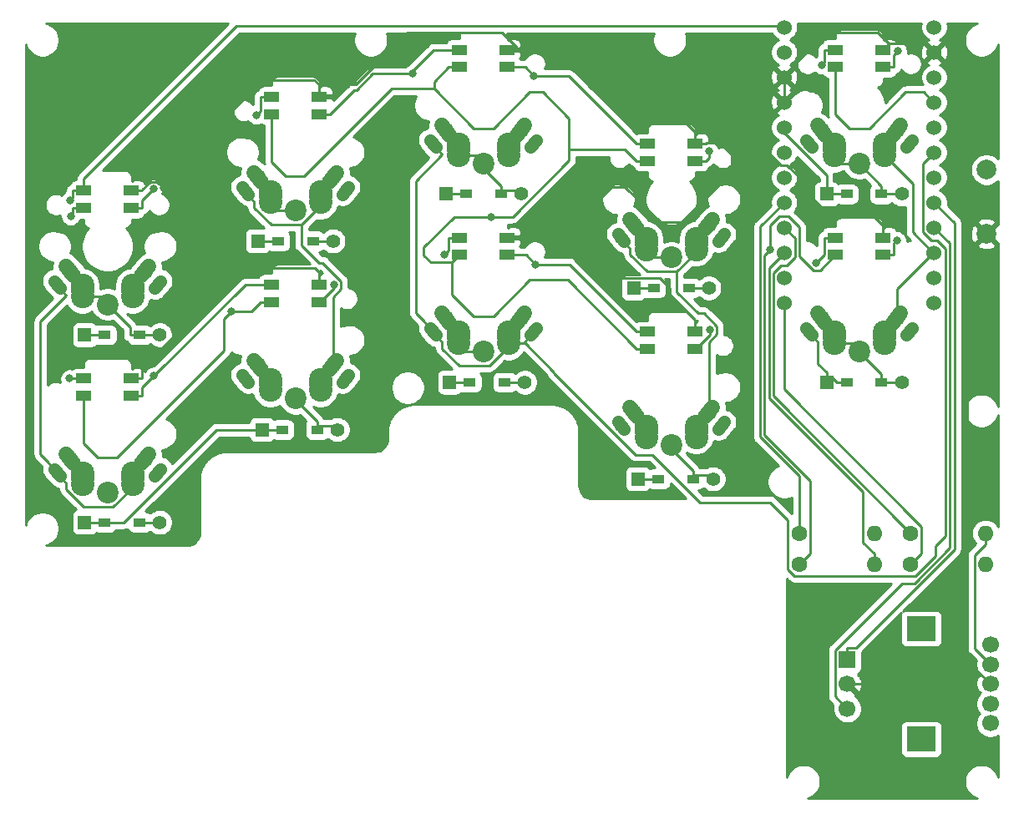
<source format=gbr>
G04 #@! TF.GenerationSoftware,KiCad,Pcbnew,(5.1.4)-1*
G04 #@! TF.CreationDate,2019-10-27T04:35:50+09:00*
G04 #@! TF.ProjectId,pps8,70707338-2e6b-4696-9361-645f70636258,rev?*
G04 #@! TF.SameCoordinates,Original*
G04 #@! TF.FileFunction,Copper,L2,Bot*
G04 #@! TF.FilePolarity,Positive*
%FSLAX46Y46*%
G04 Gerber Fmt 4.6, Leading zero omitted, Abs format (unit mm)*
G04 Created by KiCad (PCBNEW (5.1.4)-1) date 2019-10-27 04:35:50*
%MOMM*%
%LPD*%
G04 APERTURE LIST*
%ADD10O,1.600000X1.600000*%
%ADD11C,1.600000*%
%ADD12R,1.600000X1.000000*%
%ADD13C,1.397000*%
%ADD14R,1.397000X1.397000*%
%ADD15R,1.300000X0.950000*%
%ADD16C,1.250000*%
%ADD17C,1.250000*%
%ADD18C,2.200000*%
%ADD19C,2.400000*%
%ADD20C,1.550000*%
%ADD21C,1.550000*%
%ADD22C,2.000000*%
%ADD23C,1.700000*%
%ADD24R,1.700000X1.700000*%
%ADD25R,3.000000X2.500000*%
%ADD26C,1.524000*%
%ADD27C,0.800000*%
%ADD28C,0.250000*%
%ADD29C,0.254000*%
G04 APERTURE END LIST*
D10*
X98020000Y-38100000D03*
D11*
X90400000Y-38100000D03*
X90400000Y-41300000D03*
D10*
X98020000Y-41300000D03*
X86720000Y-41300000D03*
D11*
X79100000Y-41300000D03*
D10*
X86720000Y-38100000D03*
D11*
X79100000Y-38100000D03*
D12*
X6600000Y-3375000D03*
X6600000Y-5125000D03*
X11400000Y-5125000D03*
X11400000Y-3375000D03*
X11400000Y-22425000D03*
X11400000Y-24175000D03*
X6600000Y-24175000D03*
X6600000Y-22425000D03*
D13*
X14310000Y-18000000D03*
D14*
X6690000Y-18000000D03*
D15*
X8725000Y-18000000D03*
X12275000Y-18000000D03*
X12275000Y-37000000D03*
X8725000Y-37000000D03*
D14*
X6690000Y-37000000D03*
D13*
X14310000Y-37000000D03*
D12*
X30450000Y6150000D03*
X30450000Y4400000D03*
X25650000Y4400000D03*
X25650000Y6150000D03*
X25650000Y-12900000D03*
X25650000Y-14650000D03*
X30450000Y-14650000D03*
X30450000Y-12900000D03*
D15*
X29825000Y-8475000D03*
X26275000Y-8475000D03*
D14*
X24240000Y-8475000D03*
D13*
X31860000Y-8475000D03*
X32310000Y-27600000D03*
D14*
X24690000Y-27600000D03*
D15*
X26725000Y-27600000D03*
X30275000Y-27600000D03*
D12*
X44700000Y10912500D03*
X44700000Y9162500D03*
X49500000Y9162500D03*
X49500000Y10912500D03*
X49500000Y-8137500D03*
X49500000Y-9887500D03*
X44700000Y-9887500D03*
X44700000Y-8137500D03*
D13*
X50910000Y-3712500D03*
D14*
X43290000Y-3712500D03*
D15*
X45325000Y-3712500D03*
X48875000Y-3712500D03*
X49275000Y-22800000D03*
X45725000Y-22800000D03*
D14*
X43690000Y-22800000D03*
D13*
X51310000Y-22800000D03*
D12*
X63750000Y1387500D03*
X63750000Y-362500D03*
X68550000Y-362500D03*
X68550000Y1387500D03*
X68550000Y-17662500D03*
X68550000Y-19412500D03*
X63750000Y-19412500D03*
X63750000Y-17662500D03*
D15*
X67925000Y-13237500D03*
X64375000Y-13237500D03*
D14*
X62340000Y-13237500D03*
D13*
X69960000Y-13237500D03*
X70410000Y-32600000D03*
D14*
X62790000Y-32600000D03*
D15*
X64825000Y-32600000D03*
X68375000Y-32600000D03*
D16*
X3900000Y-12900000D03*
D17*
X4205324Y-13263871D02*
X3594676Y-12536129D01*
D16*
X14100000Y-12900000D03*
D17*
X14405324Y-12536129D02*
X13794676Y-13263871D01*
D18*
X9000000Y-14900000D03*
D19*
X6460000Y-14080000D03*
D20*
X12810000Y-11540000D03*
D21*
X13211742Y-11061222D02*
X12408258Y-12018778D01*
D19*
X11540000Y-14080000D03*
D20*
X5190000Y-11540000D03*
D21*
X5591742Y-12018778D02*
X4788258Y-11061222D01*
D19*
X6460000Y-13500000D03*
X6460000Y-13000000D03*
X11540000Y-13000000D03*
X11540000Y-13500000D03*
X11540000Y-32550000D03*
X11540000Y-32050000D03*
X6460000Y-32050000D03*
X6460000Y-32550000D03*
D20*
X5190000Y-30590000D03*
D21*
X5591742Y-31068778D02*
X4788258Y-30111222D01*
D19*
X11540000Y-33130000D03*
D20*
X12810000Y-30590000D03*
D21*
X13211742Y-30111222D02*
X12408258Y-31068778D01*
D19*
X6460000Y-33130000D03*
D18*
X9000000Y-33950000D03*
D16*
X14100000Y-31950000D03*
D17*
X14405324Y-31586129D02*
X13794676Y-32313871D01*
D16*
X3900000Y-31950000D03*
D17*
X4205324Y-32313871D02*
X3594676Y-31586129D01*
D19*
X30590000Y-3975000D03*
X30590000Y-3475000D03*
X25510000Y-3475000D03*
X25510000Y-3975000D03*
D20*
X24240000Y-2015000D03*
D21*
X24641742Y-2493778D02*
X23838258Y-1536222D01*
D19*
X30590000Y-4555000D03*
D20*
X31860000Y-2015000D03*
D21*
X32261742Y-1536222D02*
X31458258Y-2493778D01*
D19*
X25510000Y-4555000D03*
D18*
X28050000Y-5375000D03*
D16*
X33150000Y-3375000D03*
D17*
X33455324Y-3011129D02*
X32844676Y-3738871D01*
D16*
X22950000Y-3375000D03*
D17*
X23255324Y-3738871D02*
X22644676Y-3011129D01*
D16*
X22950000Y-22425000D03*
D17*
X23255324Y-22788871D02*
X22644676Y-22061129D01*
D16*
X33150000Y-22425000D03*
D17*
X33455324Y-22061129D02*
X32844676Y-22788871D01*
D18*
X28050000Y-24425000D03*
D19*
X25510000Y-23605000D03*
D20*
X31860000Y-21065000D03*
D21*
X32261742Y-20586222D02*
X31458258Y-21543778D01*
D19*
X30590000Y-23605000D03*
D20*
X24240000Y-21065000D03*
D21*
X24641742Y-21543778D02*
X23838258Y-20586222D01*
D19*
X25510000Y-23025000D03*
X25510000Y-22525000D03*
X30590000Y-22525000D03*
X30590000Y-23025000D03*
D16*
X42000000Y1387500D03*
D17*
X42305324Y1023629D02*
X41694676Y1751371D01*
D16*
X52200000Y1387500D03*
D17*
X52505324Y1751371D02*
X51894676Y1023629D01*
D18*
X47100000Y-612500D03*
D19*
X44560000Y207500D03*
D20*
X50910000Y2747500D03*
D21*
X51311742Y3226278D02*
X50508258Y2268722D01*
D19*
X49640000Y207500D03*
D20*
X43290000Y2747500D03*
D21*
X43691742Y2268722D02*
X42888258Y3226278D01*
D19*
X44560000Y787500D03*
X44560000Y1287500D03*
X49640000Y1287500D03*
X49640000Y787500D03*
X49640000Y-18262500D03*
X49640000Y-17762500D03*
X44560000Y-17762500D03*
X44560000Y-18262500D03*
D20*
X43290000Y-16302500D03*
D21*
X43691742Y-16781278D02*
X42888258Y-15823722D01*
D19*
X49640000Y-18842500D03*
D20*
X50910000Y-16302500D03*
D21*
X51311742Y-15823722D02*
X50508258Y-16781278D01*
D19*
X44560000Y-18842500D03*
D18*
X47100000Y-19662500D03*
D16*
X52200000Y-17662500D03*
D17*
X52505324Y-17298629D02*
X51894676Y-18026371D01*
D16*
X42000000Y-17662500D03*
D17*
X42305324Y-18026371D02*
X41694676Y-17298629D01*
D19*
X68690000Y-8737500D03*
X68690000Y-8237500D03*
X63610000Y-8237500D03*
X63610000Y-8737500D03*
D20*
X62340000Y-6777500D03*
D21*
X62741742Y-7256278D02*
X61938258Y-6298722D01*
D19*
X68690000Y-9317500D03*
D20*
X69960000Y-6777500D03*
D21*
X70361742Y-6298722D02*
X69558258Y-7256278D01*
D19*
X63610000Y-9317500D03*
D18*
X66150000Y-10137500D03*
D16*
X71250000Y-8137500D03*
D17*
X71555324Y-7773629D02*
X70944676Y-8501371D01*
D16*
X61050000Y-8137500D03*
D17*
X61355324Y-8501371D02*
X60744676Y-7773629D01*
D16*
X61050000Y-27187500D03*
D17*
X61355324Y-27551371D02*
X60744676Y-26823629D01*
D16*
X71250000Y-27187500D03*
D17*
X71555324Y-26823629D02*
X70944676Y-27551371D01*
D18*
X66150000Y-29187500D03*
D19*
X63610000Y-28367500D03*
D20*
X69960000Y-25827500D03*
D21*
X70361742Y-25348722D02*
X69558258Y-26306278D01*
D19*
X68690000Y-28367500D03*
D20*
X62340000Y-25827500D03*
D21*
X62741742Y-26306278D02*
X61938258Y-25348722D01*
D19*
X63610000Y-27787500D03*
X63610000Y-27287500D03*
X68690000Y-27287500D03*
X68690000Y-27787500D03*
D22*
X98100000Y-7750000D03*
X98100000Y-1250000D03*
D23*
X98500000Y-57400000D03*
X98500000Y-49400000D03*
X98500000Y-53400000D03*
D24*
X84000000Y-50900000D03*
D23*
X84000000Y-53400000D03*
X84000000Y-55900000D03*
D25*
X91500000Y-47800000D03*
X91500000Y-59000000D03*
D23*
X98500000Y-51400000D03*
X98500000Y-55400000D03*
D26*
X77588600Y13208000D03*
X77588600Y10668000D03*
X77588600Y8128000D03*
X77588600Y5588000D03*
X77588600Y3048000D03*
X77588600Y508000D03*
X77588600Y-2032000D03*
X77588600Y-4572000D03*
X77588600Y-7112000D03*
X77588600Y-9652000D03*
X77588600Y-12192000D03*
X77588600Y-14732000D03*
X92808600Y-14732000D03*
X92808600Y-12192000D03*
X92808600Y-9652000D03*
X92808600Y-7112000D03*
X92808600Y-4572000D03*
X92808600Y-2032000D03*
X92808600Y508000D03*
X92808600Y3048000D03*
X92808600Y5588000D03*
X92808600Y8128000D03*
X92808600Y10668000D03*
X92808600Y13208000D03*
D13*
X89510000Y-3712500D03*
D14*
X81890000Y-3712500D03*
D15*
X83925000Y-3712500D03*
X87475000Y-3712500D03*
X87475000Y-22800000D03*
X83925000Y-22800000D03*
D14*
X81890000Y-22800000D03*
D13*
X89510000Y-22800000D03*
D12*
X87600000Y10912500D03*
X87600000Y9162500D03*
X82800000Y9162500D03*
X82800000Y10912500D03*
X82800000Y-8137500D03*
X82800000Y-9887500D03*
X87600000Y-9887500D03*
X87600000Y-8137500D03*
D19*
X87740000Y787500D03*
X87740000Y1287500D03*
X82660000Y1287500D03*
X82660000Y787500D03*
D20*
X81390000Y2747500D03*
D21*
X81791742Y2268722D02*
X80988258Y3226278D01*
D19*
X87740000Y207500D03*
D20*
X89010000Y2747500D03*
D21*
X89411742Y3226278D02*
X88608258Y2268722D01*
D19*
X82660000Y207500D03*
D18*
X85200000Y-612500D03*
D16*
X90300000Y1387500D03*
D17*
X90605324Y1751371D02*
X89994676Y1023629D01*
D16*
X80100000Y1387500D03*
D17*
X80405324Y1023629D02*
X79794676Y1751371D01*
D16*
X80100000Y-17662500D03*
D17*
X80405324Y-18026371D02*
X79794676Y-17298629D01*
D16*
X90300000Y-17662500D03*
D17*
X90605324Y-17298629D02*
X89994676Y-18026371D01*
D18*
X85200000Y-19662500D03*
D19*
X82660000Y-18842500D03*
D20*
X89010000Y-16302500D03*
D21*
X89411742Y-15823722D02*
X88608258Y-16781278D01*
D19*
X87740000Y-18842500D03*
D20*
X81390000Y-16302500D03*
D21*
X81791742Y-16781278D02*
X80988258Y-15823722D01*
D19*
X82660000Y-18262500D03*
X82660000Y-17762500D03*
X87740000Y-17762500D03*
X87740000Y-18262500D03*
D27*
X47873300Y-6012400D03*
X21605300Y-15608300D03*
X5268600Y-5949700D03*
X76194900Y-9313300D03*
X5257400Y-4318500D03*
X24090000Y4292400D03*
X13652900Y-3200700D03*
X14669000Y-3087700D03*
X13712700Y-22168200D03*
X69968200Y646800D03*
X81395200Y9360800D03*
X39909500Y8470700D03*
X43140000Y-9887500D03*
X31944600Y-12900000D03*
X52235700Y8252900D03*
X52419900Y-10854700D03*
X70048400Y-17441200D03*
X80851000Y-10711200D03*
X5169100Y-22425000D03*
X89101900Y10792900D03*
X89013400Y-8425600D03*
D28*
X76194900Y-9313300D02*
X76194900Y-6935700D01*
X76194900Y-6935700D02*
X77140000Y-5990600D01*
X77140000Y-5990600D02*
X78044300Y-5990600D01*
X78044300Y-5990600D02*
X79129800Y-7076100D01*
X79129800Y-7076100D02*
X79129800Y-10042200D01*
X79129800Y-10042200D02*
X80554100Y-11466500D01*
X80554100Y-11466500D02*
X81221000Y-11466500D01*
X81221000Y-11466500D02*
X82800000Y-9887500D01*
X79100000Y-41300000D02*
X80267000Y-40133000D01*
X80267000Y-40133000D02*
X80267000Y-32826600D01*
X80267000Y-32826600D02*
X75597100Y-28156700D01*
X75597100Y-28156700D02*
X75597100Y-9911100D01*
X75597100Y-9911100D02*
X76194900Y-9313300D01*
X55802000Y829500D02*
X55802000Y-280900D01*
X55802000Y-280900D02*
X50070500Y-6012400D01*
X50070500Y-6012400D02*
X47873300Y-6012400D01*
X47873300Y-6012400D02*
X44171900Y-6012400D01*
X44171900Y-6012400D02*
X41054600Y-9129700D01*
X41054600Y-9129700D02*
X41054600Y-9904400D01*
X41054600Y-9904400D02*
X41814500Y-10664300D01*
X41814500Y-10664300D02*
X43923200Y-10664300D01*
X21605300Y-15608300D02*
X23566400Y-15608300D01*
X23566400Y-15608300D02*
X24524700Y-14650000D01*
X25650000Y4400000D02*
X25650000Y-431900D01*
X25650000Y-431900D02*
X27078800Y-1860700D01*
X27078800Y-1860700D02*
X28955200Y-1860700D01*
X28955200Y-1860700D02*
X37783700Y6967800D01*
X37783700Y6967800D02*
X42117200Y6967800D01*
X6600000Y-24175000D02*
X6600000Y-29006900D01*
X6600000Y-29006900D02*
X7999100Y-30406000D01*
X7999100Y-30406000D02*
X10001900Y-30406000D01*
X10001900Y-30406000D02*
X20793600Y-19614300D01*
X20793600Y-19614300D02*
X20793600Y-16420000D01*
X20793600Y-16420000D02*
X21605300Y-15608300D01*
X25650000Y-14650000D02*
X24524700Y-14650000D01*
X92808600Y5588000D02*
X91785700Y6610900D01*
X91785700Y6610900D02*
X89927300Y6610900D01*
X89927300Y6610900D02*
X86218200Y2901800D01*
X86218200Y2901800D02*
X84220600Y2901800D01*
X84220600Y2901800D02*
X82800000Y4322400D01*
X82800000Y4322400D02*
X82800000Y9162500D01*
X63750000Y-19412500D02*
X62624700Y-19412500D01*
X43923200Y-10664300D02*
X44700000Y-9887500D01*
X62624700Y-19412500D02*
X55651300Y-12439100D01*
X55651300Y-12439100D02*
X51827300Y-12439100D01*
X51827300Y-12439100D02*
X48118200Y-16148200D01*
X48118200Y-16148200D02*
X46146200Y-16148200D01*
X46146200Y-16148200D02*
X43923200Y-13925200D01*
X43923200Y-13925200D02*
X43923200Y-10664300D01*
X5474700Y-5125000D02*
X5474700Y-5743600D01*
X5474700Y-5743600D02*
X5268600Y-5949700D01*
X6600000Y-5125000D02*
X5474700Y-5125000D01*
X42117200Y6967800D02*
X46124800Y2960200D01*
X46124800Y2960200D02*
X48176600Y2960200D01*
X48176600Y2960200D02*
X51827900Y6611500D01*
X51827900Y6611500D02*
X53142000Y6611500D01*
X53142000Y6611500D02*
X55802000Y3951500D01*
X55802000Y3951500D02*
X55802000Y829500D01*
X55802000Y829500D02*
X61432700Y829500D01*
X61432700Y829500D02*
X62624700Y-362500D01*
X63750000Y-362500D02*
X62624700Y-362500D01*
X42117200Y6967800D02*
X42117200Y7705000D01*
X42117200Y7705000D02*
X43574700Y9162500D01*
X44700000Y9162500D02*
X43574700Y9162500D01*
X6600000Y-3375000D02*
X5474700Y-3375000D01*
X5474700Y-3375000D02*
X5474700Y-4101200D01*
X5474700Y-4101200D02*
X5257400Y-4318500D01*
X77588600Y13208000D02*
X77442000Y13354600D01*
X77442000Y13354600D02*
X22110400Y13354600D01*
X22110400Y13354600D02*
X6600000Y-2155800D01*
X6600000Y-2155800D02*
X6600000Y-3375000D01*
X25650000Y6150000D02*
X24524700Y6150000D01*
X24524700Y6150000D02*
X24524700Y4727100D01*
X24524700Y4727100D02*
X24090000Y4292400D01*
X12525300Y-5125000D02*
X12525300Y-4328300D01*
X12525300Y-4328300D02*
X13652900Y-3200700D01*
X11400000Y-5125000D02*
X12525300Y-5125000D01*
X57146000Y-9522400D02*
X59837200Y-12213600D01*
X59837200Y-12213600D02*
X64972900Y-12213600D01*
X64972900Y-12213600D02*
X66007200Y-13247900D01*
X66007200Y-13247900D02*
X66007200Y-13884700D01*
X66007200Y-13884700D02*
X68550000Y-16427500D01*
X68550000Y-16427500D02*
X68550000Y-17662500D01*
X74269000Y2268400D02*
X77299300Y-762000D01*
X77299300Y-762000D02*
X77908500Y-762000D01*
X77908500Y-762000D02*
X79898800Y-2752300D01*
X79898800Y-2752300D02*
X79898800Y-3615900D01*
X79898800Y-3615900D02*
X82111800Y-5828900D01*
X82111800Y-5828900D02*
X86517900Y-5828900D01*
X86517900Y-5828900D02*
X87600000Y-6911000D01*
X87600000Y-6911000D02*
X87600000Y-8137500D01*
X72260600Y281000D02*
X74248000Y2268400D01*
X74248000Y2268400D02*
X74268900Y2268400D01*
X74268900Y2268400D02*
X74269000Y2268400D01*
X77588600Y5588000D02*
X74269000Y2268400D01*
X72260600Y281000D02*
X71071200Y1470400D01*
X71071200Y1470400D02*
X69758200Y1470400D01*
X69758200Y1470400D02*
X69675300Y1387500D01*
X57146000Y-9522400D02*
X57146000Y-5935700D01*
X57146000Y-5935700D02*
X60121600Y-2960100D01*
X60121600Y-2960100D02*
X61468700Y-2960100D01*
X61468700Y-2960100D02*
X65073500Y-6564900D01*
X65073500Y-6564900D02*
X67167100Y-6564900D01*
X67167100Y-6564900D02*
X72260600Y-1471400D01*
X72260600Y-1471400D02*
X72260600Y281000D01*
X77588600Y8128000D02*
X77588600Y5588000D01*
X68550000Y1387500D02*
X69675300Y1387500D01*
X22636800Y-11188200D02*
X22636800Y-11055500D01*
X22636800Y-11055500D02*
X14669000Y-3087700D01*
X12525300Y-22425000D02*
X12525300Y-21299700D01*
X12525300Y-21299700D02*
X22636800Y-11188200D01*
X22636800Y-11188200D02*
X29993500Y-11188200D01*
X29993500Y-11188200D02*
X30450000Y-11644700D01*
X30450000Y-11644700D02*
X30450000Y-12900000D01*
X11400000Y-22425000D02*
X12525300Y-22425000D01*
X14219600Y-2638200D02*
X14669000Y-3087700D01*
X50625300Y10912500D02*
X60220200Y10912500D01*
X60220200Y10912500D02*
X68550000Y2582700D01*
X68550000Y2582700D02*
X68550000Y1387500D01*
X92808600Y10668000D02*
X95299600Y8177000D01*
X95299600Y8177000D02*
X95299600Y-4949600D01*
X95299600Y-4949600D02*
X98100000Y-7750000D01*
X88212300Y11524800D02*
X91951800Y11524800D01*
X91951800Y11524800D02*
X92808600Y10668000D01*
X57146000Y-9522400D02*
X55761100Y-8137500D01*
X55761100Y-8137500D02*
X49500000Y-8137500D01*
X88212300Y11524800D02*
X87600000Y10912500D01*
X77588600Y8128000D02*
X77588600Y8359500D01*
X77588600Y8359500D02*
X81874900Y12645800D01*
X81874900Y12645800D02*
X87091300Y12645800D01*
X87091300Y12645800D02*
X88212300Y11524800D01*
X14219600Y-2638200D02*
X24722300Y7864500D01*
X24722300Y7864500D02*
X29985300Y7864500D01*
X29985300Y7864500D02*
X30450000Y7399800D01*
X12525300Y-3375000D02*
X12525300Y-3271800D01*
X12525300Y-3271800D02*
X13321900Y-2475200D01*
X13321900Y-2475200D02*
X13987100Y-2475200D01*
X13987100Y-2475200D02*
X14150200Y-2638300D01*
X14150200Y-2638300D02*
X14219500Y-2638300D01*
X14219500Y-2638300D02*
X14219600Y-2638200D01*
X30450000Y7399800D02*
X30450000Y6150000D01*
X50496000Y10912500D02*
X50496000Y11101800D01*
X50496000Y11101800D02*
X48968900Y12628900D01*
X48968900Y12628900D02*
X39403400Y12628900D01*
X39403400Y12628900D02*
X34174300Y7399800D01*
X34174300Y7399800D02*
X30450000Y7399800D01*
X50496000Y10912500D02*
X50625300Y10912500D01*
X49500000Y10912500D02*
X50496000Y10912500D01*
X96170200Y-51070200D02*
X98500000Y-53400000D01*
X98100000Y-7750000D02*
X96170200Y-9679800D01*
X96170200Y-9679800D02*
X96170200Y-51070200D01*
X84000000Y-53400000D02*
X93840400Y-53400000D01*
X93840400Y-53400000D02*
X96170200Y-51070200D01*
X11400000Y-3375000D02*
X12525300Y-3375000D01*
X12525300Y-24175000D02*
X12525300Y-23355600D01*
X12525300Y-23355600D02*
X13712700Y-22168200D01*
X24524700Y-12900000D02*
X22980900Y-12900000D01*
X22980900Y-12900000D02*
X13712700Y-22168200D01*
X11400000Y-24175000D02*
X12525300Y-24175000D01*
X25650000Y-12900000D02*
X24524700Y-12900000D01*
X69675300Y-362500D02*
X69968200Y-69600D01*
X69968200Y-69600D02*
X69968200Y646800D01*
X68550000Y-362500D02*
X69675300Y-362500D01*
X81674700Y10912500D02*
X81674700Y9640300D01*
X81674700Y9640300D02*
X81395200Y9360800D01*
X82800000Y10912500D02*
X81674700Y10912500D01*
X12275000Y-18000000D02*
X11299700Y-18000000D01*
X9000000Y-14900000D02*
X11299700Y-17199700D01*
X11299700Y-17199700D02*
X11299700Y-18000000D01*
X6460000Y-14080000D02*
X8180000Y-14080000D01*
X8180000Y-14080000D02*
X9000000Y-14900000D01*
X6460000Y-13000000D02*
X6432500Y-13000000D01*
X6432500Y-13000000D02*
X6324700Y-12892200D01*
X6460000Y-13000000D02*
X6460000Y-13500000D01*
X5190000Y-11540000D02*
X6324700Y-12892200D01*
X6460000Y-13500000D02*
X6460000Y-14080000D01*
X12275000Y-18000000D02*
X14310000Y-18000000D01*
X81890000Y-3712500D02*
X82949700Y-3712500D01*
X83925000Y-3712500D02*
X82949700Y-3712500D01*
X77588600Y3048000D02*
X77588600Y2467800D01*
X77588600Y2467800D02*
X81890000Y-1833600D01*
X81890000Y-1833600D02*
X81890000Y-3712500D01*
X24240000Y-8475000D02*
X26275000Y-8475000D01*
X8725000Y-18000000D02*
X6690000Y-18000000D01*
X45325000Y-3712500D02*
X43290000Y-3712500D01*
X64375000Y-13237500D02*
X62340000Y-13237500D01*
X14310000Y-37000000D02*
X12275000Y-37000000D01*
X6460000Y-32550000D02*
X6460000Y-32050000D01*
X6460000Y-33130000D02*
X6460000Y-32550000D01*
X5190000Y-30590000D02*
X6324700Y-31942200D01*
X6324700Y-31942200D02*
X6324800Y-31942100D01*
X6324800Y-31942100D02*
X6352100Y-31942100D01*
X6352100Y-31942100D02*
X6460000Y-32050000D01*
X31575300Y4400000D02*
X34028300Y6853000D01*
X34028300Y6853000D02*
X34264400Y6853000D01*
X34264400Y6853000D02*
X35882100Y8470700D01*
X35882100Y8470700D02*
X39909500Y8470700D01*
X44700000Y10912500D02*
X43574700Y10912500D01*
X39909500Y8470700D02*
X39909500Y8754900D01*
X39909500Y8754900D02*
X42067100Y10912500D01*
X42067100Y10912500D02*
X43574700Y10912500D01*
X30450000Y4400000D02*
X31575300Y4400000D01*
X43574700Y-8137500D02*
X43574700Y-9452800D01*
X43574700Y-9452800D02*
X43140000Y-9887500D01*
X44700000Y-8137500D02*
X43574700Y-8137500D01*
X30450000Y-14650000D02*
X30530000Y-14650000D01*
X30530000Y-14650000D02*
X31944500Y-13235500D01*
X31944500Y-13235500D02*
X31944500Y-12900000D01*
X31944500Y-12900000D02*
X31944600Y-12900000D01*
X25510000Y-4555000D02*
X25510000Y-3975000D01*
X28050000Y-5375000D02*
X26330000Y-5375000D01*
X26330000Y-5375000D02*
X25510000Y-4555000D01*
X31860000Y-8475000D02*
X29825000Y-8475000D01*
X25510000Y-3975000D02*
X25510000Y-3475000D01*
X24240000Y-2015000D02*
X25374700Y-3367200D01*
X25374700Y-3367200D02*
X25374800Y-3367100D01*
X25374800Y-3367100D02*
X25402100Y-3367100D01*
X25402100Y-3367100D02*
X25510000Y-3475000D01*
X30275000Y-27199800D02*
X31909800Y-27199800D01*
X31909800Y-27199800D02*
X32310000Y-27600000D01*
X30275000Y-27199800D02*
X30275000Y-26799700D01*
X30275000Y-27600000D02*
X30275000Y-27199800D01*
X28050000Y-24425000D02*
X28050000Y-24574700D01*
X28050000Y-24574700D02*
X30275000Y-26799700D01*
X25510000Y-22525000D02*
X25482500Y-22525000D01*
X25482500Y-22525000D02*
X25374700Y-22417200D01*
X25510000Y-22525000D02*
X25510000Y-23025000D01*
X24240000Y-21065000D02*
X25374700Y-22417200D01*
X25510000Y-23025000D02*
X25510000Y-23605000D01*
X62624700Y1387500D02*
X55759300Y8252900D01*
X55759300Y8252900D02*
X52235700Y8252900D01*
X52235700Y8252900D02*
X51326100Y9162500D01*
X51326100Y9162500D02*
X50625300Y9162500D01*
X49500000Y9162500D02*
X50625300Y9162500D01*
X63750000Y1387500D02*
X62624700Y1387500D01*
X62624700Y-17662500D02*
X55816900Y-10854700D01*
X55816900Y-10854700D02*
X52419900Y-10854700D01*
X52419900Y-10854700D02*
X51452700Y-9887500D01*
X51452700Y-9887500D02*
X50625300Y-9887500D01*
X49500000Y-9887500D02*
X50625300Y-9887500D01*
X63750000Y-17662500D02*
X62624700Y-17662500D01*
X44560000Y207500D02*
X46280000Y207500D01*
X46280000Y207500D02*
X47100000Y-612500D01*
X44560000Y787500D02*
X44560000Y207500D01*
X44560000Y1287500D02*
X44532500Y1287500D01*
X44532500Y1287500D02*
X44424700Y1395300D01*
X44560000Y1287500D02*
X44560000Y787500D01*
X43290000Y2747500D02*
X44424700Y1395300D01*
X48875000Y-3312300D02*
X50509800Y-3312300D01*
X50509800Y-3312300D02*
X50910000Y-3712500D01*
X48875000Y-3312300D02*
X48875000Y-2912200D01*
X48875000Y-3712500D02*
X48875000Y-3312300D01*
X47100000Y-612500D02*
X47100000Y-1137200D01*
X47100000Y-1137200D02*
X48875000Y-2912200D01*
X47100000Y-19662500D02*
X45380000Y-19662500D01*
X45380000Y-19662500D02*
X44560000Y-18842500D01*
X51310000Y-22800000D02*
X49275000Y-22800000D01*
X44560000Y-18262500D02*
X44560000Y-17762500D01*
X44560000Y-18842500D02*
X44560000Y-18262500D01*
X43290000Y-16302500D02*
X44424700Y-17654700D01*
X44424700Y-17654700D02*
X44424800Y-17654600D01*
X44424800Y-17654600D02*
X44452100Y-17654600D01*
X44452100Y-17654600D02*
X44560000Y-17762500D01*
X68550000Y-19412500D02*
X68618800Y-19412500D01*
X68618800Y-19412500D02*
X70048400Y-17982900D01*
X70048400Y-17982900D02*
X70048400Y-17441200D01*
X82800000Y-8137500D02*
X81674700Y-8137500D01*
X81674700Y-8137500D02*
X81674700Y-9887500D01*
X81674700Y-9887500D02*
X80851000Y-10711200D01*
X63610000Y-9317500D02*
X63610000Y-8737500D01*
X66150000Y-10137500D02*
X64430000Y-10137500D01*
X64430000Y-10137500D02*
X63610000Y-9317500D01*
X69960000Y-13237500D02*
X67925000Y-13237500D01*
X63610000Y-8737500D02*
X63610000Y-8237500D01*
X62340000Y-6777500D02*
X63474700Y-8129700D01*
X63474700Y-8129700D02*
X63474800Y-8129600D01*
X63474800Y-8129600D02*
X63502100Y-8129600D01*
X63502100Y-8129600D02*
X63610000Y-8237500D01*
X63610000Y-27287500D02*
X63582500Y-27287500D01*
X63582500Y-27287500D02*
X63474700Y-27179700D01*
X63610000Y-27287500D02*
X63610000Y-27787500D01*
X62340000Y-25827500D02*
X63474700Y-27179700D01*
X68375000Y-32199800D02*
X70009800Y-32199800D01*
X70009800Y-32199800D02*
X70410000Y-32600000D01*
X68375000Y-32199800D02*
X68375000Y-31799700D01*
X68375000Y-32600000D02*
X68375000Y-32199800D01*
X66150000Y-29187500D02*
X66150000Y-29574700D01*
X66150000Y-29574700D02*
X68375000Y-31799700D01*
X63610000Y-27787500D02*
X63610000Y-28367500D01*
X3900000Y-31950000D02*
X2961600Y-30831800D01*
X3900000Y-12900000D02*
X4838400Y-14018200D01*
X4838400Y-14018200D02*
X2211900Y-16644700D01*
X2211900Y-16644700D02*
X2211900Y-30082100D01*
X2211900Y-30082100D02*
X2961600Y-30831800D01*
X11540000Y-33130000D02*
X11540000Y-32550000D01*
X4838400Y-33068200D02*
X4838300Y-33068300D01*
X4838300Y-33068300D02*
X4838300Y-33669300D01*
X4838300Y-33669300D02*
X6592300Y-35423300D01*
X6592300Y-35423300D02*
X9565900Y-35423300D01*
X9565900Y-35423300D02*
X11540000Y-33449200D01*
X11540000Y-33449200D02*
X11540000Y-33130000D01*
X3900000Y-31950000D02*
X4838400Y-33068200D01*
X11540000Y-13500000D02*
X11540000Y-14080000D01*
X11540000Y-13000000D02*
X11540000Y-13500000D01*
X12810000Y-30590000D02*
X11675300Y-31942200D01*
X11540000Y-32050000D02*
X11540000Y-32550000D01*
X11675300Y-31942200D02*
X11675200Y-31942100D01*
X11675200Y-31942100D02*
X11647900Y-31942100D01*
X11647900Y-31942100D02*
X11540000Y-32050000D01*
X28654900Y-6824100D02*
X30590000Y-4889000D01*
X30590000Y-4889000D02*
X30590000Y-4555000D01*
X23888400Y-4493200D02*
X23888300Y-4493300D01*
X23888300Y-4493300D02*
X23888300Y-5106700D01*
X23888300Y-5106700D02*
X25605700Y-6824100D01*
X25605700Y-6824100D02*
X28654900Y-6824100D01*
X31860000Y-21065000D02*
X31860000Y-14192000D01*
X31860000Y-14192000D02*
X32681400Y-13370600D01*
X32681400Y-13370600D02*
X32681400Y-12549900D01*
X32681400Y-12549900D02*
X30818600Y-10687100D01*
X30818600Y-10687100D02*
X30449300Y-10687100D01*
X30449300Y-10687100D02*
X28654900Y-8892700D01*
X28654900Y-8892700D02*
X28654900Y-6824100D01*
X30590000Y-23025000D02*
X30590000Y-23605000D01*
X30590000Y-22525000D02*
X30590000Y-23025000D01*
X30590000Y-3475000D02*
X30590000Y-3975000D01*
X30590000Y-4555000D02*
X30590000Y-3975000D01*
X22950000Y-3375000D02*
X23888400Y-4493200D01*
X51261600Y-18780700D02*
X51199800Y-18842500D01*
X51199800Y-18842500D02*
X49640000Y-18842500D01*
X92808600Y508000D02*
X91707400Y-593200D01*
X91707400Y-593200D02*
X91707400Y-7563400D01*
X91707400Y-7563400D02*
X92526000Y-8382000D01*
X92526000Y-8382000D02*
X93098300Y-8382000D01*
X93098300Y-8382000D02*
X93948400Y-9232100D01*
X93948400Y-9232100D02*
X93948400Y-38388500D01*
X93948400Y-38388500D02*
X92932400Y-39404500D01*
X92932400Y-39404500D02*
X92932400Y-40394400D01*
X92932400Y-40394400D02*
X90880700Y-42446100D01*
X90880700Y-42446100D02*
X78637200Y-42446100D01*
X78637200Y-42446100D02*
X77951600Y-41760500D01*
X77951600Y-41760500D02*
X77951600Y-36760600D01*
X77951600Y-36760600D02*
X76155600Y-34964600D01*
X76155600Y-34964600D02*
X69078300Y-34964600D01*
X69078300Y-34964600D02*
X64252200Y-30138500D01*
X64252200Y-30138500D02*
X62503200Y-30138500D01*
X62503200Y-30138500D02*
X54257000Y-21892300D01*
X54257000Y-21892300D02*
X54257000Y-21776100D01*
X54257000Y-21776100D02*
X51261600Y-18780700D01*
X49640000Y1287500D02*
X49640000Y787500D01*
X49640000Y-17762500D02*
X49640000Y-18262500D01*
X49775300Y-17654700D02*
X49775200Y-17654600D01*
X49775200Y-17654600D02*
X49747900Y-17654600D01*
X49747900Y-17654600D02*
X49640000Y-17762500D01*
X42000000Y-17662500D02*
X42938400Y-18780700D01*
X49640000Y-18842500D02*
X49640000Y-19181900D01*
X49640000Y-19181900D02*
X47723900Y-21098000D01*
X47723900Y-21098000D02*
X44649600Y-21098000D01*
X44649600Y-21098000D02*
X42938300Y-19386700D01*
X42938300Y-19386700D02*
X42938300Y-18780800D01*
X42938300Y-18780800D02*
X42938400Y-18780700D01*
X49640000Y-18262500D02*
X49640000Y-18842500D01*
X42000000Y-17662500D02*
X41061600Y-16544300D01*
X42000000Y1387500D02*
X42938400Y269300D01*
X42938400Y269300D02*
X40294100Y-2375000D01*
X40294100Y-2375000D02*
X40294100Y-15776800D01*
X40294100Y-15776800D02*
X41061600Y-16544300D01*
X52200000Y-17662500D02*
X51261600Y-18780700D01*
X49640000Y787500D02*
X49640000Y207500D01*
X50910000Y-16302500D02*
X49775300Y-17654700D01*
X69960000Y-25827500D02*
X69960000Y-18771200D01*
X69960000Y-18771200D02*
X70796500Y-17934700D01*
X70796500Y-17934700D02*
X70796500Y-17140500D01*
X70796500Y-17140500D02*
X69446700Y-15790700D01*
X69446700Y-15790700D02*
X68868400Y-15790700D01*
X68868400Y-15790700D02*
X66712800Y-13635100D01*
X66712800Y-13635100D02*
X66712800Y-11590600D01*
X68690000Y-9317500D02*
X68690000Y-8737500D01*
X66712800Y-11590600D02*
X68690000Y-9613400D01*
X68690000Y-9613400D02*
X68690000Y-9317500D01*
X66712800Y-11590600D02*
X63715800Y-11590600D01*
X63715800Y-11590600D02*
X61988300Y-9863100D01*
X61988300Y-9863100D02*
X61988300Y-9255800D01*
X61988300Y-9255800D02*
X61988400Y-9255700D01*
X69960000Y-6777500D02*
X68825300Y-8129700D01*
X61050000Y-8137500D02*
X61988400Y-9255700D01*
X68690000Y-27787500D02*
X68690000Y-28367500D01*
X68690000Y-8237500D02*
X68690000Y-8737500D01*
X68825300Y-8129700D02*
X68825200Y-8129600D01*
X68825200Y-8129600D02*
X68797900Y-8129600D01*
X68797900Y-8129600D02*
X68690000Y-8237500D01*
X84000000Y-55900000D02*
X82758200Y-54658200D01*
X82758200Y-54658200D02*
X82758200Y-49968600D01*
X82758200Y-49968600D02*
X89548600Y-43178200D01*
X89548600Y-43178200D02*
X90785500Y-43178200D01*
X90785500Y-43178200D02*
X94398800Y-39564900D01*
X94398800Y-39564900D02*
X94398800Y-8702200D01*
X94398800Y-8702200D02*
X92808600Y-7112000D01*
X24690000Y-27600000D02*
X26725000Y-27600000D01*
X8725000Y-37000000D02*
X10676600Y-37000000D01*
X10676600Y-37000000D02*
X20076600Y-27600000D01*
X20076600Y-27600000D02*
X24690000Y-27600000D01*
X92703900Y-9652000D02*
X89010000Y-13345900D01*
X89010000Y-13345900D02*
X89010000Y-16302500D01*
X92808600Y-9652000D02*
X92703900Y-9652000D01*
X92703900Y-9652000D02*
X90636100Y-7584200D01*
X90636100Y-7584200D02*
X90636100Y-2688600D01*
X90636100Y-2688600D02*
X87740000Y207500D01*
X8725000Y-37000000D02*
X6690000Y-37000000D01*
X87740000Y207500D02*
X87740000Y787500D01*
X89010000Y-16302500D02*
X87875300Y-17654700D01*
X87875300Y-17654700D02*
X87875200Y-17654600D01*
X87875200Y-17654600D02*
X87847900Y-17654600D01*
X87847900Y-17654600D02*
X87740000Y-17762500D01*
X87740000Y-17762500D02*
X87740000Y-18262500D01*
X87740000Y-18262500D02*
X87740000Y-18842500D01*
X83925000Y-22800000D02*
X82949700Y-22800000D01*
X81890000Y-22288100D02*
X82437800Y-22288100D01*
X82437800Y-22288100D02*
X82949700Y-22800000D01*
X81890000Y-22288100D02*
X81890000Y-21776200D01*
X81890000Y-22800000D02*
X81890000Y-22288100D01*
X64825000Y-32600000D02*
X62790000Y-32600000D01*
X45725000Y-22800000D02*
X43690000Y-22800000D01*
X80100000Y-17662500D02*
X81038400Y-18780700D01*
X81038400Y-18780700D02*
X81038300Y-18780800D01*
X81038300Y-18780800D02*
X81038300Y-20924500D01*
X81038300Y-20924500D02*
X81890000Y-21776200D01*
X87740000Y1287500D02*
X87740000Y787500D01*
X77588600Y-4572000D02*
X75146700Y-7013900D01*
X75146700Y-7013900D02*
X75146700Y-28343200D01*
X75146700Y-28343200D02*
X79100000Y-32296500D01*
X79100000Y-32296500D02*
X79100000Y-38100000D01*
X98020000Y-38100000D02*
X98020000Y-39225300D01*
X98500000Y-51400000D02*
X96894700Y-49794700D01*
X96894700Y-49794700D02*
X96894700Y-40350600D01*
X96894700Y-40350600D02*
X98020000Y-39225300D01*
X77588600Y-7112000D02*
X78677700Y-8201100D01*
X78677700Y-8201100D02*
X78677700Y-10127000D01*
X78677700Y-10127000D02*
X77882700Y-10922000D01*
X77882700Y-10922000D02*
X77303200Y-10922000D01*
X77303200Y-10922000D02*
X76497900Y-11727300D01*
X76497900Y-11727300D02*
X76497900Y-24197900D01*
X76497900Y-24197900D02*
X90400000Y-38100000D01*
X90400000Y-41300000D02*
X91531200Y-40168800D01*
X91531200Y-40168800D02*
X91531200Y-37431000D01*
X91531200Y-37431000D02*
X77588600Y-23488400D01*
X77588600Y-23488400D02*
X77588600Y-14732000D01*
X86720000Y-41300000D02*
X86720000Y-40174700D01*
X77588600Y-9652000D02*
X76047500Y-11193100D01*
X76047500Y-11193100D02*
X76047500Y-24384400D01*
X76047500Y-24384400D02*
X85594700Y-33931600D01*
X85594700Y-33931600D02*
X85594700Y-39049400D01*
X85594700Y-39049400D02*
X86720000Y-40174700D01*
X5474700Y-22425000D02*
X5169100Y-22425000D01*
X6600000Y-22425000D02*
X5474700Y-22425000D01*
X87600000Y9162500D02*
X88725300Y9162500D01*
X88725300Y9162500D02*
X88725300Y10416300D01*
X88725300Y10416300D02*
X89101900Y10792900D01*
X85200000Y-612500D02*
X83480000Y-612500D01*
X83480000Y-612500D02*
X82660000Y207500D01*
X85200000Y-612500D02*
X85200000Y-637200D01*
X85200000Y-637200D02*
X87475000Y-2912200D01*
X82660000Y207500D02*
X82660000Y787500D01*
X87475000Y-3712500D02*
X87475000Y-2912200D01*
X87475000Y-3712500D02*
X89510000Y-3712500D01*
X82660000Y787500D02*
X82660000Y1287500D01*
X81390000Y2747500D02*
X82524700Y1395300D01*
X82524700Y1395300D02*
X82524800Y1395400D01*
X82524800Y1395400D02*
X82552100Y1395400D01*
X82552100Y1395400D02*
X82660000Y1287500D01*
X82660000Y-18842500D02*
X84380000Y-18842500D01*
X84380000Y-18842500D02*
X85200000Y-19662500D01*
X82660000Y-18262500D02*
X82660000Y-18842500D01*
X82660000Y-17762500D02*
X82632500Y-17762500D01*
X82632500Y-17762500D02*
X82524700Y-17654700D01*
X82660000Y-17762500D02*
X82660000Y-18262500D01*
X81390000Y-16302500D02*
X82524700Y-17654700D01*
X89510000Y-22800000D02*
X87475000Y-22800000D01*
X87475000Y-22800000D02*
X87475000Y-21999700D01*
X85200000Y-19662500D02*
X85200000Y-19724700D01*
X85200000Y-19724700D02*
X87475000Y-21999700D01*
X87600000Y-9887500D02*
X88725300Y-9887500D01*
X88725300Y-9887500D02*
X88725300Y-8713700D01*
X88725300Y-8713700D02*
X89013400Y-8425600D01*
X84000000Y-49724700D02*
X84875900Y-49724700D01*
X84875900Y-49724700D02*
X94849200Y-39751400D01*
X94849200Y-39751400D02*
X94849200Y-6612600D01*
X94849200Y-6612600D02*
X92808600Y-4572000D01*
X84000000Y-50900000D02*
X84000000Y-49724700D01*
D29*
G36*
X91411600Y13345592D02*
G01*
X91411600Y13070408D01*
X91465286Y12800510D01*
X91570595Y12546273D01*
X91723480Y12317465D01*
X91918065Y12122880D01*
X92146873Y11969995D01*
X92218543Y11940308D01*
X92205577Y11935636D01*
X92089620Y11873656D01*
X92022640Y11633565D01*
X92808600Y10847605D01*
X93594560Y11633565D01*
X93527580Y11873656D01*
X93391840Y11937485D01*
X93470327Y11969995D01*
X93699135Y12122880D01*
X93893720Y12317465D01*
X94046605Y12546273D01*
X94151914Y12800510D01*
X94205600Y13070408D01*
X94205600Y13345592D01*
X94158973Y13580000D01*
X97202887Y13580000D01*
X97093919Y13558325D01*
X96778169Y13427537D01*
X96494002Y13237663D01*
X96252337Y12995998D01*
X96062463Y12711831D01*
X95931675Y12396081D01*
X95865000Y12060883D01*
X95865000Y11719117D01*
X95931675Y11383919D01*
X96062463Y11068169D01*
X96252337Y10784002D01*
X96494002Y10542337D01*
X96778169Y10352463D01*
X97093919Y10221675D01*
X97429117Y10155000D01*
X97770883Y10155000D01*
X98106081Y10221675D01*
X98421831Y10352463D01*
X98705998Y10542337D01*
X98947663Y10784002D01*
X99137537Y11068169D01*
X99268325Y11383919D01*
X99290000Y11492887D01*
X99290000Y-127761D01*
X99142252Y19987D01*
X98874463Y198918D01*
X98576912Y322168D01*
X98261033Y385000D01*
X97938967Y385000D01*
X97623088Y322168D01*
X97325537Y198918D01*
X97057748Y19987D01*
X96830013Y-207748D01*
X96651082Y-475537D01*
X96527832Y-773088D01*
X96465000Y-1088967D01*
X96465000Y-1411033D01*
X96527832Y-1726912D01*
X96651082Y-2024463D01*
X96830013Y-2292252D01*
X97057748Y-2519987D01*
X97325537Y-2698918D01*
X97623088Y-2822168D01*
X97938967Y-2885000D01*
X98261033Y-2885000D01*
X98576912Y-2822168D01*
X98874463Y-2698918D01*
X99142252Y-2519987D01*
X99290000Y-2372239D01*
X99290000Y-6813963D01*
X99235413Y-6794192D01*
X98279605Y-7750000D01*
X99235413Y-8705808D01*
X99290000Y-8686037D01*
X99290000Y-25302889D01*
X99268325Y-25193919D01*
X99137537Y-24878169D01*
X98947663Y-24594002D01*
X98705998Y-24352337D01*
X98421831Y-24162463D01*
X98106081Y-24031675D01*
X97770883Y-23965000D01*
X97429117Y-23965000D01*
X97093919Y-24031675D01*
X96778169Y-24162463D01*
X96494002Y-24352337D01*
X96252337Y-24594002D01*
X96062463Y-24878169D01*
X95931675Y-25193919D01*
X95865000Y-25529117D01*
X95865000Y-25870883D01*
X95931675Y-26206081D01*
X96062463Y-26521831D01*
X96252337Y-26805998D01*
X96494002Y-27047663D01*
X96778169Y-27237537D01*
X97093919Y-27368325D01*
X97429117Y-27435000D01*
X97770883Y-27435000D01*
X98106081Y-27368325D01*
X98421831Y-27237537D01*
X98705998Y-27047663D01*
X98947663Y-26805998D01*
X99137537Y-26521831D01*
X99268325Y-26206081D01*
X99290001Y-26097111D01*
X99290001Y-37431859D01*
X99218932Y-37298899D01*
X99039608Y-37080392D01*
X98821101Y-36901068D01*
X98571808Y-36767818D01*
X98301309Y-36685764D01*
X98090492Y-36665000D01*
X97949508Y-36665000D01*
X97738691Y-36685764D01*
X97468192Y-36767818D01*
X97218899Y-36901068D01*
X97000392Y-37080392D01*
X96821068Y-37298899D01*
X96687818Y-37548192D01*
X96605764Y-37818691D01*
X96578057Y-38100000D01*
X96605764Y-38381309D01*
X96687818Y-38651808D01*
X96821068Y-38901101D01*
X97000392Y-39119608D01*
X97028128Y-39142370D01*
X96383698Y-39786801D01*
X96354700Y-39810599D01*
X96330902Y-39839597D01*
X96330901Y-39839598D01*
X96259726Y-39926324D01*
X96189154Y-40058354D01*
X96164272Y-40140382D01*
X96145698Y-40201614D01*
X96143704Y-40221863D01*
X96131024Y-40350600D01*
X96134701Y-40387932D01*
X96134700Y-49757378D01*
X96131024Y-49794700D01*
X96134700Y-49832022D01*
X96134700Y-49832032D01*
X96145697Y-49943685D01*
X96177947Y-50050000D01*
X96189154Y-50086946D01*
X96259726Y-50218976D01*
X96282335Y-50246525D01*
X96354699Y-50334701D01*
X96383703Y-50358504D01*
X97058791Y-51033592D01*
X97015000Y-51253740D01*
X97015000Y-51546260D01*
X97072068Y-51833158D01*
X97184010Y-52103411D01*
X97346525Y-52346632D01*
X97395247Y-52395354D01*
X97355496Y-52435104D01*
X97471601Y-52551209D01*
X97222528Y-52628843D01*
X97096629Y-52892883D01*
X97024661Y-53176411D01*
X97009389Y-53468531D01*
X97051401Y-53758019D01*
X97149081Y-54033747D01*
X97222528Y-54171157D01*
X97471601Y-54248791D01*
X97355496Y-54364896D01*
X97395247Y-54404647D01*
X97346525Y-54453368D01*
X97184010Y-54696589D01*
X97072068Y-54966842D01*
X97015000Y-55253740D01*
X97015000Y-55546260D01*
X97072068Y-55833158D01*
X97184010Y-56103411D01*
X97346525Y-56346632D01*
X97399893Y-56400000D01*
X97346525Y-56453368D01*
X97184010Y-56696589D01*
X97072068Y-56966842D01*
X97015000Y-57253740D01*
X97015000Y-57546260D01*
X97072068Y-57833158D01*
X97184010Y-58103411D01*
X97346525Y-58346632D01*
X97553368Y-58553475D01*
X97796589Y-58715990D01*
X98066842Y-58827932D01*
X98353740Y-58885000D01*
X98646260Y-58885000D01*
X98933158Y-58827932D01*
X99203411Y-58715990D01*
X99290001Y-58658132D01*
X99290001Y-62902892D01*
X99268325Y-62793919D01*
X99137537Y-62478169D01*
X98947663Y-62194002D01*
X98705998Y-61952337D01*
X98421831Y-61762463D01*
X98106081Y-61631675D01*
X97770883Y-61565000D01*
X97429117Y-61565000D01*
X97093919Y-61631675D01*
X96778169Y-61762463D01*
X96494002Y-61952337D01*
X96252337Y-62194002D01*
X96062463Y-62478169D01*
X95931675Y-62793919D01*
X95865000Y-63129117D01*
X95865000Y-63470883D01*
X95931675Y-63806081D01*
X96062463Y-64121831D01*
X96252337Y-64405998D01*
X96494002Y-64647663D01*
X96778169Y-64837537D01*
X97093919Y-64968325D01*
X97202887Y-64990000D01*
X79947113Y-64990000D01*
X80056081Y-64968325D01*
X80371831Y-64837537D01*
X80655998Y-64647663D01*
X80897663Y-64405998D01*
X81087537Y-64121831D01*
X81218325Y-63806081D01*
X81285000Y-63470883D01*
X81285000Y-63129117D01*
X81218325Y-62793919D01*
X81087537Y-62478169D01*
X80897663Y-62194002D01*
X80655998Y-61952337D01*
X80371831Y-61762463D01*
X80056081Y-61631675D01*
X79720883Y-61565000D01*
X79379117Y-61565000D01*
X79043919Y-61631675D01*
X78728169Y-61762463D01*
X78444002Y-61952337D01*
X78202337Y-62194002D01*
X78012463Y-62478169D01*
X77881675Y-62793919D01*
X77860000Y-62902887D01*
X77860000Y-57750000D01*
X89361928Y-57750000D01*
X89361928Y-60250000D01*
X89374188Y-60374482D01*
X89410498Y-60494180D01*
X89469463Y-60604494D01*
X89548815Y-60701185D01*
X89645506Y-60780537D01*
X89755820Y-60839502D01*
X89875518Y-60875812D01*
X90000000Y-60888072D01*
X93000000Y-60888072D01*
X93124482Y-60875812D01*
X93244180Y-60839502D01*
X93354494Y-60780537D01*
X93451185Y-60701185D01*
X93530537Y-60604494D01*
X93589502Y-60494180D01*
X93625812Y-60374482D01*
X93638072Y-60250000D01*
X93638072Y-57750000D01*
X93625812Y-57625518D01*
X93589502Y-57505820D01*
X93530537Y-57395506D01*
X93451185Y-57298815D01*
X93354494Y-57219463D01*
X93244180Y-57160498D01*
X93124482Y-57124188D01*
X93000000Y-57111928D01*
X90000000Y-57111928D01*
X89875518Y-57124188D01*
X89755820Y-57160498D01*
X89645506Y-57219463D01*
X89548815Y-57298815D01*
X89469463Y-57395506D01*
X89410498Y-57505820D01*
X89374188Y-57625518D01*
X89361928Y-57750000D01*
X77860000Y-57750000D01*
X77860000Y-42743702D01*
X78073401Y-42957102D01*
X78097199Y-42986101D01*
X78212924Y-43081074D01*
X78344953Y-43151646D01*
X78488214Y-43195103D01*
X78599867Y-43206100D01*
X78599877Y-43206100D01*
X78637200Y-43209776D01*
X78674523Y-43206100D01*
X88445898Y-43206100D01*
X82247198Y-49404801D01*
X82218200Y-49428599D01*
X82194402Y-49457597D01*
X82194401Y-49457598D01*
X82123226Y-49544324D01*
X82052654Y-49676354D01*
X82049100Y-49688072D01*
X82016756Y-49794700D01*
X82009198Y-49819615D01*
X81994524Y-49968600D01*
X81998201Y-50005932D01*
X81998200Y-54620877D01*
X81994524Y-54658200D01*
X81998200Y-54695522D01*
X81998200Y-54695532D01*
X82009197Y-54807185D01*
X82021760Y-54848599D01*
X82052654Y-54950446D01*
X82123226Y-55082476D01*
X82163071Y-55131026D01*
X82218199Y-55198201D01*
X82247202Y-55222003D01*
X82558790Y-55533592D01*
X82515000Y-55753740D01*
X82515000Y-56046260D01*
X82572068Y-56333158D01*
X82684010Y-56603411D01*
X82846525Y-56846632D01*
X83053368Y-57053475D01*
X83296589Y-57215990D01*
X83566842Y-57327932D01*
X83853740Y-57385000D01*
X84146260Y-57385000D01*
X84433158Y-57327932D01*
X84703411Y-57215990D01*
X84946632Y-57053475D01*
X85153475Y-56846632D01*
X85315990Y-56603411D01*
X85427932Y-56333158D01*
X85485000Y-56046260D01*
X85485000Y-55753740D01*
X85427932Y-55466842D01*
X85315990Y-55196589D01*
X85153475Y-54953368D01*
X84946632Y-54746525D01*
X84783590Y-54637584D01*
X84848792Y-54428397D01*
X84000000Y-53579605D01*
X83985858Y-53593748D01*
X83806253Y-53414143D01*
X83820395Y-53400000D01*
X83806253Y-53385858D01*
X83985858Y-53206253D01*
X84000000Y-53220395D01*
X84014143Y-53206253D01*
X84193748Y-53385858D01*
X84179605Y-53400000D01*
X85028397Y-54248792D01*
X85277472Y-54171157D01*
X85403371Y-53907117D01*
X85475339Y-53623589D01*
X85490611Y-53331469D01*
X85448599Y-53041981D01*
X85350919Y-52766253D01*
X85277472Y-52628843D01*
X85028399Y-52551209D01*
X85144504Y-52435104D01*
X85059440Y-52350040D01*
X85094180Y-52339502D01*
X85204494Y-52280537D01*
X85301185Y-52201185D01*
X85380537Y-52104494D01*
X85439502Y-51994180D01*
X85475812Y-51874482D01*
X85488072Y-51750000D01*
X85488072Y-50187329D01*
X89457483Y-46217918D01*
X89410498Y-46305820D01*
X89374188Y-46425518D01*
X89361928Y-46550000D01*
X89361928Y-49050000D01*
X89374188Y-49174482D01*
X89410498Y-49294180D01*
X89469463Y-49404494D01*
X89548815Y-49501185D01*
X89645506Y-49580537D01*
X89755820Y-49639502D01*
X89875518Y-49675812D01*
X90000000Y-49688072D01*
X93000000Y-49688072D01*
X93124482Y-49675812D01*
X93244180Y-49639502D01*
X93354494Y-49580537D01*
X93451185Y-49501185D01*
X93530537Y-49404494D01*
X93589502Y-49294180D01*
X93625812Y-49174482D01*
X93638072Y-49050000D01*
X93638072Y-46550000D01*
X93625812Y-46425518D01*
X93589502Y-46305820D01*
X93530537Y-46195506D01*
X93451185Y-46098815D01*
X93354494Y-46019463D01*
X93244180Y-45960498D01*
X93124482Y-45924188D01*
X93000000Y-45911928D01*
X90000000Y-45911928D01*
X89875518Y-45924188D01*
X89755820Y-45960498D01*
X89667918Y-46007483D01*
X95360204Y-40315198D01*
X95389201Y-40291401D01*
X95426942Y-40245414D01*
X95484174Y-40175677D01*
X95554746Y-40043647D01*
X95571269Y-39989176D01*
X95598203Y-39900386D01*
X95609200Y-39788733D01*
X95609200Y-39788724D01*
X95612876Y-39751401D01*
X95609200Y-39714078D01*
X95609200Y-8885413D01*
X97144192Y-8885413D01*
X97239956Y-9149814D01*
X97529571Y-9290704D01*
X97841108Y-9372384D01*
X98162595Y-9391718D01*
X98481675Y-9347961D01*
X98786088Y-9242795D01*
X98960044Y-9149814D01*
X99055808Y-8885413D01*
X98100000Y-7929605D01*
X97144192Y-8885413D01*
X95609200Y-8885413D01*
X95609200Y-7812595D01*
X96458282Y-7812595D01*
X96502039Y-8131675D01*
X96607205Y-8436088D01*
X96700186Y-8610044D01*
X96964587Y-8705808D01*
X97920395Y-7750000D01*
X96964587Y-6794192D01*
X96700186Y-6889956D01*
X96559296Y-7179571D01*
X96477616Y-7491108D01*
X96458282Y-7812595D01*
X95609200Y-7812595D01*
X95609200Y-6649922D01*
X95612680Y-6614587D01*
X97144192Y-6614587D01*
X98100000Y-7570395D01*
X99055808Y-6614587D01*
X98960044Y-6350186D01*
X98670429Y-6209296D01*
X98358892Y-6127616D01*
X98037405Y-6108282D01*
X97718325Y-6152039D01*
X97413912Y-6257205D01*
X97239956Y-6350186D01*
X97144192Y-6614587D01*
X95612680Y-6614587D01*
X95612876Y-6612599D01*
X95609200Y-6575276D01*
X95609200Y-6575267D01*
X95598203Y-6463614D01*
X95554746Y-6320353D01*
X95484174Y-6188324D01*
X95389201Y-6072599D01*
X95360203Y-6048801D01*
X94174972Y-4863570D01*
X94205600Y-4709592D01*
X94205600Y-4434408D01*
X94151914Y-4164510D01*
X94046605Y-3910273D01*
X93893720Y-3681465D01*
X93699135Y-3486880D01*
X93470327Y-3333995D01*
X93393085Y-3302000D01*
X93470327Y-3270005D01*
X93699135Y-3117120D01*
X93893720Y-2922535D01*
X94046605Y-2693727D01*
X94151914Y-2439490D01*
X94205600Y-2169592D01*
X94205600Y-1894408D01*
X94151914Y-1624510D01*
X94046605Y-1370273D01*
X93893720Y-1141465D01*
X93699135Y-946880D01*
X93470327Y-793995D01*
X93393085Y-762000D01*
X93470327Y-730005D01*
X93699135Y-577120D01*
X93893720Y-382535D01*
X94046605Y-153727D01*
X94151914Y100510D01*
X94205600Y370408D01*
X94205600Y645592D01*
X94151914Y915490D01*
X94046605Y1169727D01*
X93893720Y1398535D01*
X93699135Y1593120D01*
X93470327Y1746005D01*
X93393085Y1778000D01*
X93470327Y1809995D01*
X93699135Y1962880D01*
X93893720Y2157465D01*
X94046605Y2386273D01*
X94151914Y2640510D01*
X94205600Y2910408D01*
X94205600Y3185592D01*
X94151914Y3455490D01*
X94046605Y3709727D01*
X93893720Y3938535D01*
X93699135Y4133120D01*
X93470327Y4286005D01*
X93393085Y4318000D01*
X93470327Y4349995D01*
X93699135Y4502880D01*
X93893720Y4697465D01*
X94046605Y4926273D01*
X94151914Y5180510D01*
X94205600Y5450408D01*
X94205600Y5725592D01*
X94151914Y5995490D01*
X94046605Y6249727D01*
X93893720Y6478535D01*
X93699135Y6673120D01*
X93470327Y6826005D01*
X93393085Y6858000D01*
X93470327Y6889995D01*
X93699135Y7042880D01*
X93893720Y7237465D01*
X94046605Y7466273D01*
X94151914Y7720510D01*
X94205600Y7990408D01*
X94205600Y8265592D01*
X94151914Y8535490D01*
X94046605Y8789727D01*
X93893720Y9018535D01*
X93699135Y9213120D01*
X93470327Y9366005D01*
X93398657Y9395692D01*
X93411623Y9400364D01*
X93527580Y9462344D01*
X93594560Y9702435D01*
X92808600Y10488395D01*
X92022640Y9702435D01*
X92089620Y9462344D01*
X92225360Y9398515D01*
X92146873Y9366005D01*
X91918065Y9213120D01*
X91723480Y9018535D01*
X91570595Y8789727D01*
X91465286Y8535490D01*
X91411600Y8265592D01*
X91411600Y7990408D01*
X91465286Y7720510D01*
X91570595Y7466273D01*
X91634321Y7370900D01*
X89964633Y7370900D01*
X89927300Y7374577D01*
X89889967Y7370900D01*
X89778314Y7359903D01*
X89635053Y7316446D01*
X89503024Y7245874D01*
X89387299Y7150901D01*
X89363501Y7121903D01*
X87827306Y5585707D01*
X87733739Y6056101D01*
X87535107Y6535641D01*
X87246738Y6967215D01*
X87117569Y7096384D01*
X87223020Y7128372D01*
X87346363Y7194300D01*
X87454475Y7283025D01*
X87543200Y7391137D01*
X87609128Y7514480D01*
X87649727Y7648316D01*
X87663435Y7787500D01*
X87660000Y7822377D01*
X87660000Y8024428D01*
X88400000Y8024428D01*
X88524482Y8036688D01*
X88644180Y8072998D01*
X88754494Y8131963D01*
X88851185Y8211315D01*
X88930537Y8308006D01*
X88989502Y8418320D01*
X88999567Y8451500D01*
X89017547Y8456954D01*
X89149576Y8527526D01*
X89265301Y8622499D01*
X89360274Y8738224D01*
X89430846Y8870253D01*
X89442253Y8907856D01*
X89538388Y8763980D01*
X89696480Y8605888D01*
X89882376Y8481676D01*
X90088933Y8396117D01*
X90308212Y8352500D01*
X90531788Y8352500D01*
X90751067Y8396117D01*
X90957624Y8481676D01*
X91143520Y8605888D01*
X91301612Y8763980D01*
X91425824Y8949876D01*
X91511383Y9156433D01*
X91555000Y9375712D01*
X91555000Y9599288D01*
X91511383Y9818567D01*
X91425824Y10025124D01*
X91301612Y10211020D01*
X91143520Y10369112D01*
X90957624Y10493324D01*
X90751067Y10578883D01*
X90665099Y10595983D01*
X91406690Y10595983D01*
X91447678Y10323867D01*
X91540964Y10064977D01*
X91602944Y9949020D01*
X91843035Y9882040D01*
X92628995Y10668000D01*
X92988205Y10668000D01*
X93774165Y9882040D01*
X94014256Y9949020D01*
X94131356Y10198048D01*
X94197623Y10465135D01*
X94210510Y10740017D01*
X94169522Y11012133D01*
X94076236Y11271023D01*
X94014256Y11386980D01*
X93774165Y11453960D01*
X92988205Y10668000D01*
X92628995Y10668000D01*
X91843035Y11453960D01*
X91602944Y11386980D01*
X91485844Y11137952D01*
X91419577Y10870865D01*
X91406690Y10595983D01*
X90665099Y10595983D01*
X90531788Y10622500D01*
X90308212Y10622500D01*
X90115664Y10584200D01*
X90136900Y10690961D01*
X90136900Y10894839D01*
X90097126Y11094798D01*
X90019105Y11283156D01*
X89905837Y11452674D01*
X89761674Y11596837D01*
X89592156Y11710105D01*
X89403798Y11788126D01*
X89203839Y11827900D01*
X88999961Y11827900D01*
X88897310Y11807482D01*
X88851185Y11863685D01*
X88754494Y11943037D01*
X88644180Y12002002D01*
X88524482Y12038312D01*
X88400000Y12050572D01*
X87885750Y12047500D01*
X87727002Y11888752D01*
X87727002Y12047500D01*
X87660000Y12047500D01*
X87660000Y12252623D01*
X87663435Y12287500D01*
X87649727Y12426684D01*
X87609128Y12560520D01*
X87543200Y12683863D01*
X87454475Y12791975D01*
X87346363Y12880700D01*
X87223020Y12946628D01*
X87089184Y12987227D01*
X86984877Y12997500D01*
X86950000Y13000935D01*
X86915123Y12997500D01*
X83484877Y12997500D01*
X83450000Y13000935D01*
X83415123Y12997500D01*
X83310816Y12987227D01*
X83176980Y12946628D01*
X83053637Y12880700D01*
X82945525Y12791975D01*
X82856800Y12683863D01*
X82790872Y12560520D01*
X82750273Y12426684D01*
X82736565Y12287500D01*
X82740001Y12252613D01*
X82740001Y12050572D01*
X82000000Y12050572D01*
X81875518Y12038312D01*
X81755820Y12002002D01*
X81645506Y11943037D01*
X81548815Y11863685D01*
X81469463Y11766994D01*
X81410498Y11656680D01*
X81400433Y11623500D01*
X81382453Y11618046D01*
X81250424Y11547474D01*
X81134699Y11452501D01*
X81039726Y11336776D01*
X80969154Y11204747D01*
X80925697Y11061486D01*
X80911023Y10912500D01*
X80914700Y10875167D01*
X80914700Y10282046D01*
X80904944Y10278005D01*
X80838814Y10233818D01*
X80703520Y10369112D01*
X80517624Y10493324D01*
X80311067Y10578883D01*
X80091788Y10622500D01*
X79868212Y10622500D01*
X79648933Y10578883D01*
X79442376Y10493324D01*
X79256480Y10369112D01*
X79098388Y10211020D01*
X78974176Y10025124D01*
X78888617Y9818567D01*
X78845000Y9599288D01*
X78845000Y9375712D01*
X78888617Y9156433D01*
X78974176Y8949876D01*
X79098388Y8763980D01*
X79256480Y8605888D01*
X79442376Y8481676D01*
X79648933Y8396117D01*
X79868212Y8352500D01*
X80091788Y8352500D01*
X80311067Y8396117D01*
X80517624Y8481676D01*
X80693258Y8599031D01*
X80735426Y8556863D01*
X80904944Y8443595D01*
X81093302Y8365574D01*
X81293261Y8325800D01*
X81459952Y8325800D01*
X81469463Y8308006D01*
X81548815Y8211315D01*
X81645506Y8131963D01*
X81755820Y8072998D01*
X81875518Y8036688D01*
X82000000Y8024428D01*
X82040001Y8024428D01*
X82040000Y4359723D01*
X82036324Y4322400D01*
X82040000Y4285078D01*
X82040000Y4285068D01*
X82050997Y4173415D01*
X82060541Y4141950D01*
X82023859Y4185667D01*
X81875080Y4331234D01*
X81642474Y4483013D01*
X81426415Y4569759D01*
X81435990Y4584089D01*
X81547932Y4854342D01*
X81605000Y5141240D01*
X81605000Y5433760D01*
X81547932Y5720658D01*
X81435990Y5990911D01*
X81273475Y6234132D01*
X81066632Y6440975D01*
X80823411Y6603490D01*
X80553158Y6715432D01*
X80266260Y6772500D01*
X80256697Y6772500D01*
X80162327Y6811589D01*
X79856109Y6872500D01*
X79543891Y6872500D01*
X79237673Y6811589D01*
X78949221Y6692109D01*
X78689621Y6518650D01*
X78468850Y6297879D01*
X78450256Y6270051D01*
X77768205Y5588000D01*
X77782348Y5573858D01*
X77602743Y5394253D01*
X77588600Y5408395D01*
X76802640Y4622435D01*
X76869620Y4382344D01*
X77005360Y4318515D01*
X76926873Y4286005D01*
X76698065Y4133120D01*
X76503480Y3938535D01*
X76350595Y3709727D01*
X76245286Y3455490D01*
X76191600Y3185592D01*
X76191600Y2910408D01*
X76245286Y2640510D01*
X76350595Y2386273D01*
X76503480Y2157465D01*
X76698065Y1962880D01*
X76926873Y1809995D01*
X77004115Y1778000D01*
X76926873Y1746005D01*
X76698065Y1593120D01*
X76503480Y1398535D01*
X76350595Y1169727D01*
X76245286Y915490D01*
X76191600Y645592D01*
X76191600Y370408D01*
X76245286Y100510D01*
X76350595Y-153727D01*
X76503480Y-382535D01*
X76698065Y-577120D01*
X76926873Y-730005D01*
X77004115Y-762000D01*
X76926873Y-793995D01*
X76698065Y-946880D01*
X76503480Y-1141465D01*
X76350595Y-1370273D01*
X76245286Y-1624510D01*
X76191600Y-1894408D01*
X76191600Y-2169592D01*
X76245286Y-2439490D01*
X76350595Y-2693727D01*
X76503480Y-2922535D01*
X76698065Y-3117120D01*
X76926873Y-3270005D01*
X77004115Y-3302000D01*
X76926873Y-3333995D01*
X76698065Y-3486880D01*
X76503480Y-3681465D01*
X76350595Y-3910273D01*
X76245286Y-4164510D01*
X76191600Y-4434408D01*
X76191600Y-4709592D01*
X76222228Y-4863570D01*
X74635703Y-6450096D01*
X74606699Y-6473899D01*
X74560165Y-6530601D01*
X74511726Y-6589624D01*
X74453422Y-6698702D01*
X74441154Y-6721654D01*
X74397697Y-6864915D01*
X74386700Y-6976568D01*
X74386700Y-6976578D01*
X74383024Y-7013900D01*
X74386700Y-7051222D01*
X74386701Y-28305867D01*
X74383024Y-28343200D01*
X74386701Y-28380533D01*
X74397698Y-28492186D01*
X74408011Y-28526185D01*
X74441154Y-28635446D01*
X74511726Y-28767476D01*
X74567768Y-28835762D01*
X74606700Y-28883201D01*
X74635698Y-28906999D01*
X76999488Y-31270790D01*
X76778169Y-31362463D01*
X76494002Y-31552337D01*
X76252337Y-31794002D01*
X76062463Y-32078169D01*
X75931675Y-32393919D01*
X75865000Y-32729117D01*
X75865000Y-33070883D01*
X75931675Y-33406081D01*
X76062463Y-33721831D01*
X76252337Y-34005998D01*
X76494002Y-34247663D01*
X76778169Y-34437537D01*
X77093919Y-34568325D01*
X77429117Y-34635000D01*
X77770883Y-34635000D01*
X78106081Y-34568325D01*
X78340000Y-34471432D01*
X78340001Y-36074199D01*
X76719404Y-34453603D01*
X76695601Y-34424599D01*
X76579876Y-34329626D01*
X76447847Y-34259054D01*
X76304586Y-34215597D01*
X76192933Y-34204600D01*
X76192922Y-34204600D01*
X76155600Y-34200924D01*
X76118278Y-34204600D01*
X69393102Y-34204600D01*
X68901574Y-33713072D01*
X69025000Y-33713072D01*
X69149482Y-33700812D01*
X69269180Y-33664502D01*
X69379494Y-33605537D01*
X69461985Y-33537839D01*
X69559943Y-33635797D01*
X69778351Y-33781732D01*
X70021032Y-33882254D01*
X70278662Y-33933500D01*
X70541338Y-33933500D01*
X70798968Y-33882254D01*
X71041649Y-33781732D01*
X71260057Y-33635797D01*
X71445797Y-33450057D01*
X71591732Y-33231649D01*
X71692254Y-32988968D01*
X71743500Y-32731338D01*
X71743500Y-32468662D01*
X71692254Y-32211032D01*
X71591732Y-31968351D01*
X71445797Y-31749943D01*
X71260057Y-31564203D01*
X71041649Y-31418268D01*
X70798968Y-31317746D01*
X70541338Y-31266500D01*
X70278662Y-31266500D01*
X70021032Y-31317746D01*
X69778351Y-31418268D01*
X69746126Y-31439800D01*
X69044384Y-31439800D01*
X69009974Y-31375424D01*
X68915001Y-31259699D01*
X68886003Y-31235901D01*
X67676280Y-30026178D01*
X67687537Y-30009331D01*
X67721510Y-29927312D01*
X67820801Y-29993656D01*
X68154750Y-30131982D01*
X68509268Y-30202500D01*
X68870732Y-30202500D01*
X69225250Y-30131982D01*
X69559199Y-29993656D01*
X69859744Y-29792838D01*
X70115338Y-29537244D01*
X70316156Y-29236699D01*
X70454482Y-28902750D01*
X70489432Y-28727043D01*
X70563954Y-28758868D01*
X70806841Y-28809941D01*
X71055023Y-28812649D01*
X71298966Y-28766885D01*
X71529293Y-28674411D01*
X71737155Y-28538779D01*
X71870107Y-28408696D01*
X72560324Y-27586128D01*
X72665344Y-27432607D01*
X72762821Y-27204351D01*
X72813894Y-26961465D01*
X72816602Y-26713282D01*
X72770839Y-26469339D01*
X72678364Y-26239011D01*
X72542732Y-26031150D01*
X72369154Y-25853743D01*
X72164301Y-25713609D01*
X71936046Y-25616132D01*
X71754379Y-25577932D01*
X71770142Y-25502967D01*
X71773171Y-25225238D01*
X71721961Y-24952254D01*
X71689940Y-24872500D01*
X71806109Y-24872500D01*
X72112327Y-24811589D01*
X72400779Y-24692109D01*
X72660379Y-24518650D01*
X72881150Y-24297879D01*
X73054609Y-24038279D01*
X73174089Y-23749827D01*
X73235000Y-23443609D01*
X73235000Y-23131391D01*
X73174089Y-22825173D01*
X73054609Y-22536721D01*
X72881150Y-22277121D01*
X72660379Y-22056350D01*
X72400779Y-21882891D01*
X72112327Y-21763411D01*
X71806109Y-21702500D01*
X71493891Y-21702500D01*
X71187673Y-21763411D01*
X71093303Y-21802500D01*
X71083740Y-21802500D01*
X70796842Y-21859568D01*
X70720000Y-21891397D01*
X70720000Y-20018237D01*
X70832376Y-20093324D01*
X71038933Y-20178883D01*
X71258212Y-20222500D01*
X71481788Y-20222500D01*
X71701067Y-20178883D01*
X71907624Y-20093324D01*
X72093520Y-19969112D01*
X72251612Y-19811020D01*
X72375824Y-19625124D01*
X72461383Y-19418567D01*
X72505000Y-19199288D01*
X72505000Y-18975712D01*
X72461383Y-18756433D01*
X72375824Y-18549876D01*
X72251612Y-18363980D01*
X72093520Y-18205888D01*
X71907624Y-18081676D01*
X71701067Y-17996117D01*
X71556951Y-17967451D01*
X71560176Y-17934700D01*
X71556500Y-17897375D01*
X71556500Y-17177822D01*
X71560176Y-17140499D01*
X71556500Y-17103176D01*
X71556500Y-17103167D01*
X71545503Y-16991514D01*
X71502046Y-16848253D01*
X71431474Y-16716224D01*
X71398207Y-16675688D01*
X71360299Y-16629496D01*
X71360295Y-16629492D01*
X71336501Y-16600499D01*
X71307508Y-16576705D01*
X70010503Y-15279702D01*
X69986701Y-15250699D01*
X69870976Y-15155726D01*
X69738947Y-15085154D01*
X69595686Y-15041697D01*
X69484033Y-15030700D01*
X69484022Y-15030700D01*
X69446700Y-15027024D01*
X69409378Y-15030700D01*
X69183202Y-15030700D01*
X68503074Y-14350572D01*
X68575000Y-14350572D01*
X68699482Y-14338312D01*
X68819180Y-14302002D01*
X68929494Y-14243037D01*
X69011985Y-14175339D01*
X69109943Y-14273297D01*
X69328351Y-14419232D01*
X69571032Y-14519754D01*
X69828662Y-14571000D01*
X70091338Y-14571000D01*
X70348968Y-14519754D01*
X70591649Y-14419232D01*
X70810057Y-14273297D01*
X70995797Y-14087557D01*
X71141732Y-13869149D01*
X71242254Y-13626468D01*
X71293500Y-13368838D01*
X71293500Y-13106162D01*
X71242254Y-12848532D01*
X71141732Y-12605851D01*
X70995797Y-12387443D01*
X70810057Y-12201703D01*
X70591649Y-12055768D01*
X70348968Y-11955246D01*
X70091338Y-11904000D01*
X69828662Y-11904000D01*
X69571032Y-11955246D01*
X69328351Y-12055768D01*
X69109943Y-12201703D01*
X69011985Y-12299661D01*
X68929494Y-12231963D01*
X68819180Y-12172998D01*
X68699482Y-12136688D01*
X68575000Y-12124428D01*
X67472800Y-12124428D01*
X67472800Y-11905401D01*
X68272748Y-11105453D01*
X68509268Y-11152500D01*
X68870732Y-11152500D01*
X69225250Y-11081982D01*
X69559199Y-10943656D01*
X69859744Y-10742838D01*
X70115338Y-10487244D01*
X70316156Y-10186699D01*
X70454482Y-9852750D01*
X70489432Y-9677043D01*
X70563954Y-9708868D01*
X70806841Y-9759941D01*
X71055023Y-9762649D01*
X71298966Y-9716885D01*
X71529293Y-9624411D01*
X71737155Y-9488779D01*
X71870107Y-9358696D01*
X72560324Y-8536128D01*
X72665344Y-8382607D01*
X72762821Y-8154351D01*
X72813894Y-7911465D01*
X72816602Y-7663282D01*
X72770839Y-7419339D01*
X72678364Y-7189011D01*
X72542732Y-6981150D01*
X72369154Y-6803743D01*
X72164301Y-6663609D01*
X71936046Y-6566132D01*
X71754379Y-6527932D01*
X71770142Y-6452967D01*
X71773171Y-6175238D01*
X71721961Y-5902254D01*
X71689940Y-5822500D01*
X71806109Y-5822500D01*
X72112327Y-5761589D01*
X72400779Y-5642109D01*
X72660379Y-5468650D01*
X72881150Y-5247879D01*
X73054609Y-4988279D01*
X73174089Y-4699827D01*
X73235000Y-4393609D01*
X73235000Y-4081391D01*
X73174089Y-3775173D01*
X73054609Y-3486721D01*
X72881150Y-3227121D01*
X72660379Y-3006350D01*
X72400779Y-2832891D01*
X72112327Y-2713411D01*
X71806109Y-2652500D01*
X71493891Y-2652500D01*
X71187673Y-2713411D01*
X71093303Y-2752500D01*
X71083740Y-2752500D01*
X70796842Y-2809568D01*
X70526589Y-2921510D01*
X70283368Y-3084025D01*
X70076525Y-3290868D01*
X69914010Y-3534089D01*
X69802068Y-3804342D01*
X69745000Y-4091240D01*
X69745000Y-4383760D01*
X69802068Y-4670658D01*
X69914010Y-4940911D01*
X69923585Y-4955241D01*
X69707525Y-5041987D01*
X69474920Y-5193766D01*
X69326141Y-5339333D01*
X68433613Y-6403008D01*
X68422100Y-6419839D01*
X68154750Y-6473018D01*
X67820801Y-6611344D01*
X67520256Y-6812162D01*
X67264662Y-7067756D01*
X67063844Y-7368301D01*
X66925518Y-7702250D01*
X66855000Y-8056768D01*
X66855000Y-8418232D01*
X66868778Y-8487500D01*
X66855955Y-8551966D01*
X66656081Y-8469175D01*
X66320883Y-8402500D01*
X65979117Y-8402500D01*
X65643919Y-8469175D01*
X65444045Y-8551966D01*
X65431222Y-8487500D01*
X65445000Y-8418232D01*
X65445000Y-8056768D01*
X65374482Y-7702250D01*
X65236156Y-7368301D01*
X65035338Y-7067756D01*
X64779744Y-6812162D01*
X64479199Y-6611344D01*
X64145250Y-6473018D01*
X63877901Y-6419839D01*
X63866387Y-6403007D01*
X62973859Y-5339333D01*
X62825080Y-5193766D01*
X62592474Y-5041987D01*
X62376415Y-4955241D01*
X62385990Y-4940911D01*
X62497932Y-4670658D01*
X62555000Y-4383760D01*
X62555000Y-4091240D01*
X62497932Y-3804342D01*
X62385990Y-3534089D01*
X62223475Y-3290868D01*
X62016632Y-3084025D01*
X61773411Y-2921510D01*
X61503158Y-2809568D01*
X61216260Y-2752500D01*
X61206697Y-2752500D01*
X61112327Y-2713411D01*
X60806109Y-2652500D01*
X60493891Y-2652500D01*
X60187673Y-2713411D01*
X59899221Y-2832891D01*
X59639621Y-3006350D01*
X59418850Y-3227121D01*
X59245391Y-3486721D01*
X59125911Y-3775173D01*
X59065000Y-4081391D01*
X59065000Y-4393609D01*
X59125911Y-4699827D01*
X59245391Y-4988279D01*
X59418850Y-5247879D01*
X59639621Y-5468650D01*
X59899221Y-5642109D01*
X60187673Y-5761589D01*
X60493891Y-5822500D01*
X60610060Y-5822500D01*
X60578039Y-5902254D01*
X60526829Y-6175238D01*
X60529858Y-6452966D01*
X60545621Y-6527932D01*
X60363954Y-6566132D01*
X60135699Y-6663610D01*
X59930846Y-6803744D01*
X59757268Y-6981150D01*
X59621636Y-7189012D01*
X59529162Y-7419339D01*
X59483398Y-7663282D01*
X59486106Y-7911464D01*
X59537179Y-8154351D01*
X59634657Y-8382606D01*
X59739676Y-8536128D01*
X60429893Y-9358696D01*
X60562846Y-9488779D01*
X60770706Y-9624412D01*
X61001033Y-9716886D01*
X61228300Y-9759521D01*
X61228300Y-9825778D01*
X61224624Y-9863100D01*
X61228300Y-9900422D01*
X61228300Y-9900432D01*
X61239297Y-10012085D01*
X61277340Y-10137499D01*
X61282754Y-10155346D01*
X61353326Y-10287376D01*
X61391956Y-10334446D01*
X61448299Y-10403101D01*
X61477303Y-10426904D01*
X62951326Y-11900928D01*
X61641500Y-11900928D01*
X61517018Y-11913188D01*
X61397320Y-11949498D01*
X61287006Y-12008463D01*
X61190315Y-12087815D01*
X61110963Y-12184506D01*
X61051998Y-12294820D01*
X61015688Y-12414518D01*
X61003428Y-12539000D01*
X61003428Y-13936000D01*
X61015688Y-14060482D01*
X61051998Y-14180180D01*
X61110963Y-14290494D01*
X61190315Y-14387185D01*
X61287006Y-14466537D01*
X61397320Y-14525502D01*
X61517018Y-14561812D01*
X61641500Y-14574072D01*
X63038500Y-14574072D01*
X63162982Y-14561812D01*
X63282680Y-14525502D01*
X63392994Y-14466537D01*
X63489685Y-14387185D01*
X63543891Y-14321134D01*
X63600518Y-14338312D01*
X63725000Y-14350572D01*
X65025000Y-14350572D01*
X65149482Y-14338312D01*
X65269180Y-14302002D01*
X65379494Y-14243037D01*
X65476185Y-14163685D01*
X65555537Y-14066994D01*
X65614502Y-13956680D01*
X65650812Y-13836982D01*
X65663072Y-13712500D01*
X65663072Y-12762500D01*
X65650812Y-12638018D01*
X65614502Y-12518320D01*
X65555537Y-12408006D01*
X65508425Y-12350600D01*
X65952801Y-12350600D01*
X65952800Y-13597777D01*
X65949124Y-13635100D01*
X65952800Y-13672422D01*
X65952800Y-13672432D01*
X65963797Y-13784085D01*
X65997511Y-13895226D01*
X66007254Y-13927346D01*
X66077826Y-14059376D01*
X66099841Y-14086201D01*
X66172799Y-14175101D01*
X66201803Y-14198904D01*
X67580398Y-15577500D01*
X64434877Y-15577500D01*
X64400000Y-15574065D01*
X64365123Y-15577500D01*
X64260816Y-15587773D01*
X64126980Y-15628372D01*
X64003637Y-15694300D01*
X63895525Y-15783025D01*
X63806800Y-15891137D01*
X63740872Y-16014480D01*
X63700273Y-16148316D01*
X63686565Y-16287500D01*
X63690001Y-16322387D01*
X63690001Y-16524428D01*
X62950000Y-16524428D01*
X62825518Y-16536688D01*
X62705820Y-16572998D01*
X62643377Y-16606375D01*
X56380704Y-10343703D01*
X56356901Y-10314699D01*
X56241176Y-10219726D01*
X56109147Y-10149154D01*
X55965886Y-10105697D01*
X55854233Y-10094700D01*
X55854222Y-10094700D01*
X55816900Y-10091024D01*
X55779578Y-10094700D01*
X53328071Y-10094700D01*
X53411383Y-9893567D01*
X53455000Y-9674288D01*
X53455000Y-9450712D01*
X53411383Y-9231433D01*
X53325824Y-9024876D01*
X53201612Y-8838980D01*
X53043520Y-8680888D01*
X52857624Y-8556676D01*
X52651067Y-8471117D01*
X52431788Y-8427500D01*
X52208212Y-8427500D01*
X51988933Y-8471117D01*
X51782376Y-8556676D01*
X51596480Y-8680888D01*
X51438388Y-8838980D01*
X51314176Y-9024876D01*
X51271668Y-9127500D01*
X50881046Y-9127500D01*
X50830537Y-9033006D01*
X50813708Y-9012500D01*
X50830537Y-8991994D01*
X50889502Y-8881680D01*
X50925812Y-8761982D01*
X50938072Y-8637500D01*
X50935000Y-8423250D01*
X50776250Y-8264500D01*
X49627000Y-8264500D01*
X49627000Y-8284500D01*
X49560000Y-8284500D01*
X49560000Y-7990500D01*
X49627000Y-7990500D01*
X49627000Y-8010500D01*
X50776250Y-8010500D01*
X50935000Y-7851750D01*
X50938072Y-7637500D01*
X50925812Y-7513018D01*
X50889502Y-7393320D01*
X50830537Y-7283006D01*
X50751185Y-7186315D01*
X50654494Y-7106963D01*
X50544180Y-7047998D01*
X50424482Y-7011688D01*
X50300000Y-6999428D01*
X49785750Y-7002500D01*
X49627002Y-7161248D01*
X49627002Y-7002500D01*
X49560000Y-7002500D01*
X49560000Y-6797377D01*
X49562460Y-6772400D01*
X50033178Y-6772400D01*
X50070500Y-6776076D01*
X50107822Y-6772400D01*
X50107833Y-6772400D01*
X50219486Y-6761403D01*
X50362747Y-6717946D01*
X50494776Y-6647374D01*
X50610501Y-6552401D01*
X50634304Y-6523397D01*
X56313003Y-844699D01*
X56342001Y-820901D01*
X56390762Y-761486D01*
X56436974Y-705177D01*
X56507546Y-573147D01*
X56526250Y-511486D01*
X56551003Y-429886D01*
X56562000Y-318233D01*
X56562000Y-318224D01*
X56565676Y-280901D01*
X56562000Y-243578D01*
X56562000Y69500D01*
X59795000Y69500D01*
X59795000Y-149288D01*
X59838617Y-368567D01*
X59924176Y-575124D01*
X60048388Y-761020D01*
X60206480Y-919112D01*
X60392376Y-1043324D01*
X60598933Y-1128883D01*
X60818212Y-1172500D01*
X61041788Y-1172500D01*
X61261067Y-1128883D01*
X61467624Y-1043324D01*
X61653520Y-919112D01*
X61811612Y-761020D01*
X61866409Y-679011D01*
X62060901Y-873503D01*
X62084699Y-902501D01*
X62113697Y-926299D01*
X62200424Y-997474D01*
X62332453Y-1068046D01*
X62350433Y-1073500D01*
X62360498Y-1106680D01*
X62419463Y-1216994D01*
X62498815Y-1313685D01*
X62595506Y-1393037D01*
X62705820Y-1452002D01*
X62825518Y-1488312D01*
X62950000Y-1500572D01*
X63690000Y-1500572D01*
X63690000Y-1702623D01*
X63686565Y-1737500D01*
X63700273Y-1876684D01*
X63740872Y-2010520D01*
X63806800Y-2133863D01*
X63895525Y-2241975D01*
X64003637Y-2330700D01*
X64126980Y-2396628D01*
X64232431Y-2428616D01*
X64103262Y-2557785D01*
X63814893Y-2989359D01*
X63616261Y-3468899D01*
X63515000Y-3977975D01*
X63515000Y-4497025D01*
X63616261Y-5006101D01*
X63814893Y-5485641D01*
X64103262Y-5917215D01*
X64470285Y-6284238D01*
X64901859Y-6572607D01*
X65381399Y-6771239D01*
X65890475Y-6872500D01*
X66409525Y-6872500D01*
X66918601Y-6771239D01*
X67398141Y-6572607D01*
X67829715Y-6284238D01*
X68196738Y-5917215D01*
X68485107Y-5485641D01*
X68683739Y-5006101D01*
X68785000Y-4497025D01*
X68785000Y-3977975D01*
X68683739Y-3468899D01*
X68485107Y-2989359D01*
X68196738Y-2557785D01*
X68067569Y-2428616D01*
X68173020Y-2396628D01*
X68296363Y-2330700D01*
X68404475Y-2241975D01*
X68493200Y-2133863D01*
X68559128Y-2010520D01*
X68599727Y-1876684D01*
X68613435Y-1737500D01*
X68610000Y-1702623D01*
X68610000Y-1500572D01*
X69350000Y-1500572D01*
X69474482Y-1488312D01*
X69594180Y-1452002D01*
X69704494Y-1393037D01*
X69801185Y-1313685D01*
X69880537Y-1216994D01*
X69939502Y-1106680D01*
X69949567Y-1073500D01*
X69967547Y-1068046D01*
X70099576Y-997474D01*
X70215301Y-902501D01*
X70239104Y-873497D01*
X70433591Y-679010D01*
X70488388Y-761020D01*
X70646480Y-919112D01*
X70832376Y-1043324D01*
X71038933Y-1128883D01*
X71258212Y-1172500D01*
X71481788Y-1172500D01*
X71701067Y-1128883D01*
X71907624Y-1043324D01*
X72093520Y-919112D01*
X72251612Y-761020D01*
X72375824Y-575124D01*
X72461383Y-368567D01*
X72505000Y-149288D01*
X72505000Y74288D01*
X72461383Y293567D01*
X72375824Y500124D01*
X72251612Y686020D01*
X72093520Y844112D01*
X71907624Y968324D01*
X71701067Y1053883D01*
X71481788Y1097500D01*
X71258212Y1097500D01*
X71038933Y1053883D01*
X70937295Y1011783D01*
X70885405Y1137056D01*
X70772137Y1306574D01*
X70627974Y1450737D01*
X70458456Y1564005D01*
X70270098Y1642026D01*
X70070139Y1681800D01*
X69985123Y1681800D01*
X69988072Y1887500D01*
X69975812Y2011982D01*
X69939502Y2131680D01*
X69880537Y2241994D01*
X69801185Y2338685D01*
X69704494Y2418037D01*
X69594180Y2477002D01*
X69474482Y2513312D01*
X69350000Y2525572D01*
X68835750Y2522500D01*
X68677002Y2363752D01*
X68677002Y2522500D01*
X68610000Y2522500D01*
X68610000Y2727623D01*
X68613435Y2762500D01*
X68599727Y2901684D01*
X68559128Y3035520D01*
X68493200Y3158863D01*
X68404475Y3266975D01*
X68296363Y3355700D01*
X68173020Y3421628D01*
X68039184Y3462227D01*
X67934877Y3472500D01*
X67900000Y3475935D01*
X67865123Y3472500D01*
X64434877Y3472500D01*
X64400000Y3475935D01*
X64365123Y3472500D01*
X64260816Y3462227D01*
X64126980Y3421628D01*
X64003637Y3355700D01*
X63895525Y3266975D01*
X63806800Y3158863D01*
X63740872Y3035520D01*
X63700273Y2901684D01*
X63686565Y2762500D01*
X63690001Y2727613D01*
X63690001Y2525572D01*
X62950000Y2525572D01*
X62825518Y2513312D01*
X62705820Y2477002D01*
X62643377Y2443625D01*
X59571019Y5515983D01*
X76186690Y5515983D01*
X76227678Y5243867D01*
X76320964Y4984977D01*
X76382944Y4869020D01*
X76623035Y4802040D01*
X77408995Y5588000D01*
X76623035Y6373960D01*
X76382944Y6306980D01*
X76265844Y6057952D01*
X76199577Y5790865D01*
X76186690Y5515983D01*
X59571019Y5515983D01*
X57924567Y7162435D01*
X76802640Y7162435D01*
X76869620Y6922344D01*
X77000244Y6860921D01*
X76985577Y6855636D01*
X76869620Y6793656D01*
X76802640Y6553565D01*
X77588600Y5767605D01*
X78374560Y6553565D01*
X78307580Y6793656D01*
X78176956Y6855079D01*
X78191623Y6860364D01*
X78307580Y6922344D01*
X78374560Y7162435D01*
X77588600Y7948395D01*
X76802640Y7162435D01*
X57924567Y7162435D01*
X57031019Y8055983D01*
X76186690Y8055983D01*
X76227678Y7783867D01*
X76320964Y7524977D01*
X76382944Y7409020D01*
X76623035Y7342040D01*
X77408995Y8128000D01*
X77768205Y8128000D01*
X78554165Y7342040D01*
X78794256Y7409020D01*
X78911356Y7658048D01*
X78977623Y7925135D01*
X78990510Y8200017D01*
X78949522Y8472133D01*
X78856236Y8731023D01*
X78794256Y8846980D01*
X78554165Y8913960D01*
X77768205Y8128000D01*
X77408995Y8128000D01*
X76623035Y8913960D01*
X76382944Y8846980D01*
X76265844Y8597952D01*
X76199577Y8330865D01*
X76186690Y8055983D01*
X57031019Y8055983D01*
X56323104Y8763897D01*
X56299301Y8792901D01*
X56183576Y8887874D01*
X56051547Y8958446D01*
X55908286Y9001903D01*
X55796633Y9012900D01*
X55796622Y9012900D01*
X55759300Y9016576D01*
X55721978Y9012900D01*
X53351929Y9012900D01*
X53411383Y9156433D01*
X53455000Y9375712D01*
X53455000Y9599288D01*
X53411383Y9818567D01*
X53325824Y10025124D01*
X53201612Y10211020D01*
X53043520Y10369112D01*
X52857624Y10493324D01*
X52651067Y10578883D01*
X52431788Y10622500D01*
X52208212Y10622500D01*
X51988933Y10578883D01*
X51782376Y10493324D01*
X51596480Y10369112D01*
X51438388Y10211020D01*
X51314176Y10025124D01*
X51271668Y9922500D01*
X50881046Y9922500D01*
X50830537Y10016994D01*
X50813708Y10037500D01*
X50830537Y10058006D01*
X50889502Y10168320D01*
X50925812Y10288018D01*
X50938072Y10412500D01*
X50935000Y10626750D01*
X50776250Y10785500D01*
X49627000Y10785500D01*
X49627000Y10765500D01*
X49560000Y10765500D01*
X49560000Y11059500D01*
X49627000Y11059500D01*
X49627000Y11039500D01*
X50776250Y11039500D01*
X50935000Y11198250D01*
X50938072Y11412500D01*
X50925812Y11536982D01*
X50889502Y11656680D01*
X50830537Y11766994D01*
X50751185Y11863685D01*
X50654494Y11943037D01*
X50544180Y12002002D01*
X50424482Y12038312D01*
X50300000Y12050572D01*
X49785750Y12047500D01*
X49627002Y11888752D01*
X49627002Y12047500D01*
X49560000Y12047500D01*
X49560000Y12252623D01*
X49563435Y12287500D01*
X49549727Y12426684D01*
X49509128Y12560520D01*
X49490912Y12594600D01*
X64413904Y12594600D01*
X64331675Y12396081D01*
X64265000Y12060883D01*
X64265000Y11719117D01*
X64331675Y11383919D01*
X64462463Y11068169D01*
X64652337Y10784002D01*
X64894002Y10542337D01*
X65178169Y10352463D01*
X65493919Y10221675D01*
X65829117Y10155000D01*
X66170883Y10155000D01*
X66506081Y10221675D01*
X66821831Y10352463D01*
X67105998Y10542337D01*
X67347663Y10784002D01*
X67537537Y11068169D01*
X67668325Y11383919D01*
X67735000Y11719117D01*
X67735000Y12060883D01*
X67668325Y12396081D01*
X67586096Y12594600D01*
X76330577Y12594600D01*
X76350595Y12546273D01*
X76503480Y12317465D01*
X76698065Y12122880D01*
X76926873Y11969995D01*
X77004115Y11938000D01*
X76926873Y11906005D01*
X76698065Y11753120D01*
X76503480Y11558535D01*
X76350595Y11329727D01*
X76245286Y11075490D01*
X76191600Y10805592D01*
X76191600Y10530408D01*
X76245286Y10260510D01*
X76350595Y10006273D01*
X76503480Y9777465D01*
X76698065Y9582880D01*
X76926873Y9429995D01*
X76998543Y9400308D01*
X76985577Y9395636D01*
X76869620Y9333656D01*
X76802640Y9093565D01*
X77588600Y8307605D01*
X78374560Y9093565D01*
X78307580Y9333656D01*
X78171840Y9397485D01*
X78250327Y9429995D01*
X78479135Y9582880D01*
X78673720Y9777465D01*
X78826605Y10006273D01*
X78931914Y10260510D01*
X78985600Y10530408D01*
X78985600Y10805592D01*
X78931914Y11075490D01*
X78826605Y11329727D01*
X78673720Y11558535D01*
X78479135Y11753120D01*
X78250327Y11906005D01*
X78173085Y11938000D01*
X78250327Y11969995D01*
X78479135Y12122880D01*
X78673720Y12317465D01*
X78826605Y12546273D01*
X78931914Y12800510D01*
X78985600Y13070408D01*
X78985600Y13345592D01*
X78938973Y13580000D01*
X91458227Y13580000D01*
X91411600Y13345592D01*
X91411600Y13345592D01*
G37*
X91411600Y13345592D02*
X91411600Y13070408D01*
X91465286Y12800510D01*
X91570595Y12546273D01*
X91723480Y12317465D01*
X91918065Y12122880D01*
X92146873Y11969995D01*
X92218543Y11940308D01*
X92205577Y11935636D01*
X92089620Y11873656D01*
X92022640Y11633565D01*
X92808600Y10847605D01*
X93594560Y11633565D01*
X93527580Y11873656D01*
X93391840Y11937485D01*
X93470327Y11969995D01*
X93699135Y12122880D01*
X93893720Y12317465D01*
X94046605Y12546273D01*
X94151914Y12800510D01*
X94205600Y13070408D01*
X94205600Y13345592D01*
X94158973Y13580000D01*
X97202887Y13580000D01*
X97093919Y13558325D01*
X96778169Y13427537D01*
X96494002Y13237663D01*
X96252337Y12995998D01*
X96062463Y12711831D01*
X95931675Y12396081D01*
X95865000Y12060883D01*
X95865000Y11719117D01*
X95931675Y11383919D01*
X96062463Y11068169D01*
X96252337Y10784002D01*
X96494002Y10542337D01*
X96778169Y10352463D01*
X97093919Y10221675D01*
X97429117Y10155000D01*
X97770883Y10155000D01*
X98106081Y10221675D01*
X98421831Y10352463D01*
X98705998Y10542337D01*
X98947663Y10784002D01*
X99137537Y11068169D01*
X99268325Y11383919D01*
X99290000Y11492887D01*
X99290000Y-127761D01*
X99142252Y19987D01*
X98874463Y198918D01*
X98576912Y322168D01*
X98261033Y385000D01*
X97938967Y385000D01*
X97623088Y322168D01*
X97325537Y198918D01*
X97057748Y19987D01*
X96830013Y-207748D01*
X96651082Y-475537D01*
X96527832Y-773088D01*
X96465000Y-1088967D01*
X96465000Y-1411033D01*
X96527832Y-1726912D01*
X96651082Y-2024463D01*
X96830013Y-2292252D01*
X97057748Y-2519987D01*
X97325537Y-2698918D01*
X97623088Y-2822168D01*
X97938967Y-2885000D01*
X98261033Y-2885000D01*
X98576912Y-2822168D01*
X98874463Y-2698918D01*
X99142252Y-2519987D01*
X99290000Y-2372239D01*
X99290000Y-6813963D01*
X99235413Y-6794192D01*
X98279605Y-7750000D01*
X99235413Y-8705808D01*
X99290000Y-8686037D01*
X99290000Y-25302889D01*
X99268325Y-25193919D01*
X99137537Y-24878169D01*
X98947663Y-24594002D01*
X98705998Y-24352337D01*
X98421831Y-24162463D01*
X98106081Y-24031675D01*
X97770883Y-23965000D01*
X97429117Y-23965000D01*
X97093919Y-24031675D01*
X96778169Y-24162463D01*
X96494002Y-24352337D01*
X96252337Y-24594002D01*
X96062463Y-24878169D01*
X95931675Y-25193919D01*
X95865000Y-25529117D01*
X95865000Y-25870883D01*
X95931675Y-26206081D01*
X96062463Y-26521831D01*
X96252337Y-26805998D01*
X96494002Y-27047663D01*
X96778169Y-27237537D01*
X97093919Y-27368325D01*
X97429117Y-27435000D01*
X97770883Y-27435000D01*
X98106081Y-27368325D01*
X98421831Y-27237537D01*
X98705998Y-27047663D01*
X98947663Y-26805998D01*
X99137537Y-26521831D01*
X99268325Y-26206081D01*
X99290001Y-26097111D01*
X99290001Y-37431859D01*
X99218932Y-37298899D01*
X99039608Y-37080392D01*
X98821101Y-36901068D01*
X98571808Y-36767818D01*
X98301309Y-36685764D01*
X98090492Y-36665000D01*
X97949508Y-36665000D01*
X97738691Y-36685764D01*
X97468192Y-36767818D01*
X97218899Y-36901068D01*
X97000392Y-37080392D01*
X96821068Y-37298899D01*
X96687818Y-37548192D01*
X96605764Y-37818691D01*
X96578057Y-38100000D01*
X96605764Y-38381309D01*
X96687818Y-38651808D01*
X96821068Y-38901101D01*
X97000392Y-39119608D01*
X97028128Y-39142370D01*
X96383698Y-39786801D01*
X96354700Y-39810599D01*
X96330902Y-39839597D01*
X96330901Y-39839598D01*
X96259726Y-39926324D01*
X96189154Y-40058354D01*
X96164272Y-40140382D01*
X96145698Y-40201614D01*
X96143704Y-40221863D01*
X96131024Y-40350600D01*
X96134701Y-40387932D01*
X96134700Y-49757378D01*
X96131024Y-49794700D01*
X96134700Y-49832022D01*
X96134700Y-49832032D01*
X96145697Y-49943685D01*
X96177947Y-50050000D01*
X96189154Y-50086946D01*
X96259726Y-50218976D01*
X96282335Y-50246525D01*
X96354699Y-50334701D01*
X96383703Y-50358504D01*
X97058791Y-51033592D01*
X97015000Y-51253740D01*
X97015000Y-51546260D01*
X97072068Y-51833158D01*
X97184010Y-52103411D01*
X97346525Y-52346632D01*
X97395247Y-52395354D01*
X97355496Y-52435104D01*
X97471601Y-52551209D01*
X97222528Y-52628843D01*
X97096629Y-52892883D01*
X97024661Y-53176411D01*
X97009389Y-53468531D01*
X97051401Y-53758019D01*
X97149081Y-54033747D01*
X97222528Y-54171157D01*
X97471601Y-54248791D01*
X97355496Y-54364896D01*
X97395247Y-54404647D01*
X97346525Y-54453368D01*
X97184010Y-54696589D01*
X97072068Y-54966842D01*
X97015000Y-55253740D01*
X97015000Y-55546260D01*
X97072068Y-55833158D01*
X97184010Y-56103411D01*
X97346525Y-56346632D01*
X97399893Y-56400000D01*
X97346525Y-56453368D01*
X97184010Y-56696589D01*
X97072068Y-56966842D01*
X97015000Y-57253740D01*
X97015000Y-57546260D01*
X97072068Y-57833158D01*
X97184010Y-58103411D01*
X97346525Y-58346632D01*
X97553368Y-58553475D01*
X97796589Y-58715990D01*
X98066842Y-58827932D01*
X98353740Y-58885000D01*
X98646260Y-58885000D01*
X98933158Y-58827932D01*
X99203411Y-58715990D01*
X99290001Y-58658132D01*
X99290001Y-62902892D01*
X99268325Y-62793919D01*
X99137537Y-62478169D01*
X98947663Y-62194002D01*
X98705998Y-61952337D01*
X98421831Y-61762463D01*
X98106081Y-61631675D01*
X97770883Y-61565000D01*
X97429117Y-61565000D01*
X97093919Y-61631675D01*
X96778169Y-61762463D01*
X96494002Y-61952337D01*
X96252337Y-62194002D01*
X96062463Y-62478169D01*
X95931675Y-62793919D01*
X95865000Y-63129117D01*
X95865000Y-63470883D01*
X95931675Y-63806081D01*
X96062463Y-64121831D01*
X96252337Y-64405998D01*
X96494002Y-64647663D01*
X96778169Y-64837537D01*
X97093919Y-64968325D01*
X97202887Y-64990000D01*
X79947113Y-64990000D01*
X80056081Y-64968325D01*
X80371831Y-64837537D01*
X80655998Y-64647663D01*
X80897663Y-64405998D01*
X81087537Y-64121831D01*
X81218325Y-63806081D01*
X81285000Y-63470883D01*
X81285000Y-63129117D01*
X81218325Y-62793919D01*
X81087537Y-62478169D01*
X80897663Y-62194002D01*
X80655998Y-61952337D01*
X80371831Y-61762463D01*
X80056081Y-61631675D01*
X79720883Y-61565000D01*
X79379117Y-61565000D01*
X79043919Y-61631675D01*
X78728169Y-61762463D01*
X78444002Y-61952337D01*
X78202337Y-62194002D01*
X78012463Y-62478169D01*
X77881675Y-62793919D01*
X77860000Y-62902887D01*
X77860000Y-57750000D01*
X89361928Y-57750000D01*
X89361928Y-60250000D01*
X89374188Y-60374482D01*
X89410498Y-60494180D01*
X89469463Y-60604494D01*
X89548815Y-60701185D01*
X89645506Y-60780537D01*
X89755820Y-60839502D01*
X89875518Y-60875812D01*
X90000000Y-60888072D01*
X93000000Y-60888072D01*
X93124482Y-60875812D01*
X93244180Y-60839502D01*
X93354494Y-60780537D01*
X93451185Y-60701185D01*
X93530537Y-60604494D01*
X93589502Y-60494180D01*
X93625812Y-60374482D01*
X93638072Y-60250000D01*
X93638072Y-57750000D01*
X93625812Y-57625518D01*
X93589502Y-57505820D01*
X93530537Y-57395506D01*
X93451185Y-57298815D01*
X93354494Y-57219463D01*
X93244180Y-57160498D01*
X93124482Y-57124188D01*
X93000000Y-57111928D01*
X90000000Y-57111928D01*
X89875518Y-57124188D01*
X89755820Y-57160498D01*
X89645506Y-57219463D01*
X89548815Y-57298815D01*
X89469463Y-57395506D01*
X89410498Y-57505820D01*
X89374188Y-57625518D01*
X89361928Y-57750000D01*
X77860000Y-57750000D01*
X77860000Y-42743702D01*
X78073401Y-42957102D01*
X78097199Y-42986101D01*
X78212924Y-43081074D01*
X78344953Y-43151646D01*
X78488214Y-43195103D01*
X78599867Y-43206100D01*
X78599877Y-43206100D01*
X78637200Y-43209776D01*
X78674523Y-43206100D01*
X88445898Y-43206100D01*
X82247198Y-49404801D01*
X82218200Y-49428599D01*
X82194402Y-49457597D01*
X82194401Y-49457598D01*
X82123226Y-49544324D01*
X82052654Y-49676354D01*
X82049100Y-49688072D01*
X82016756Y-49794700D01*
X82009198Y-49819615D01*
X81994524Y-49968600D01*
X81998201Y-50005932D01*
X81998200Y-54620877D01*
X81994524Y-54658200D01*
X81998200Y-54695522D01*
X81998200Y-54695532D01*
X82009197Y-54807185D01*
X82021760Y-54848599D01*
X82052654Y-54950446D01*
X82123226Y-55082476D01*
X82163071Y-55131026D01*
X82218199Y-55198201D01*
X82247202Y-55222003D01*
X82558790Y-55533592D01*
X82515000Y-55753740D01*
X82515000Y-56046260D01*
X82572068Y-56333158D01*
X82684010Y-56603411D01*
X82846525Y-56846632D01*
X83053368Y-57053475D01*
X83296589Y-57215990D01*
X83566842Y-57327932D01*
X83853740Y-57385000D01*
X84146260Y-57385000D01*
X84433158Y-57327932D01*
X84703411Y-57215990D01*
X84946632Y-57053475D01*
X85153475Y-56846632D01*
X85315990Y-56603411D01*
X85427932Y-56333158D01*
X85485000Y-56046260D01*
X85485000Y-55753740D01*
X85427932Y-55466842D01*
X85315990Y-55196589D01*
X85153475Y-54953368D01*
X84946632Y-54746525D01*
X84783590Y-54637584D01*
X84848792Y-54428397D01*
X84000000Y-53579605D01*
X83985858Y-53593748D01*
X83806253Y-53414143D01*
X83820395Y-53400000D01*
X83806253Y-53385858D01*
X83985858Y-53206253D01*
X84000000Y-53220395D01*
X84014143Y-53206253D01*
X84193748Y-53385858D01*
X84179605Y-53400000D01*
X85028397Y-54248792D01*
X85277472Y-54171157D01*
X85403371Y-53907117D01*
X85475339Y-53623589D01*
X85490611Y-53331469D01*
X85448599Y-53041981D01*
X85350919Y-52766253D01*
X85277472Y-52628843D01*
X85028399Y-52551209D01*
X85144504Y-52435104D01*
X85059440Y-52350040D01*
X85094180Y-52339502D01*
X85204494Y-52280537D01*
X85301185Y-52201185D01*
X85380537Y-52104494D01*
X85439502Y-51994180D01*
X85475812Y-51874482D01*
X85488072Y-51750000D01*
X85488072Y-50187329D01*
X89457483Y-46217918D01*
X89410498Y-46305820D01*
X89374188Y-46425518D01*
X89361928Y-46550000D01*
X89361928Y-49050000D01*
X89374188Y-49174482D01*
X89410498Y-49294180D01*
X89469463Y-49404494D01*
X89548815Y-49501185D01*
X89645506Y-49580537D01*
X89755820Y-49639502D01*
X89875518Y-49675812D01*
X90000000Y-49688072D01*
X93000000Y-49688072D01*
X93124482Y-49675812D01*
X93244180Y-49639502D01*
X93354494Y-49580537D01*
X93451185Y-49501185D01*
X93530537Y-49404494D01*
X93589502Y-49294180D01*
X93625812Y-49174482D01*
X93638072Y-49050000D01*
X93638072Y-46550000D01*
X93625812Y-46425518D01*
X93589502Y-46305820D01*
X93530537Y-46195506D01*
X93451185Y-46098815D01*
X93354494Y-46019463D01*
X93244180Y-45960498D01*
X93124482Y-45924188D01*
X93000000Y-45911928D01*
X90000000Y-45911928D01*
X89875518Y-45924188D01*
X89755820Y-45960498D01*
X89667918Y-46007483D01*
X95360204Y-40315198D01*
X95389201Y-40291401D01*
X95426942Y-40245414D01*
X95484174Y-40175677D01*
X95554746Y-40043647D01*
X95571269Y-39989176D01*
X95598203Y-39900386D01*
X95609200Y-39788733D01*
X95609200Y-39788724D01*
X95612876Y-39751401D01*
X95609200Y-39714078D01*
X95609200Y-8885413D01*
X97144192Y-8885413D01*
X97239956Y-9149814D01*
X97529571Y-9290704D01*
X97841108Y-9372384D01*
X98162595Y-9391718D01*
X98481675Y-9347961D01*
X98786088Y-9242795D01*
X98960044Y-9149814D01*
X99055808Y-8885413D01*
X98100000Y-7929605D01*
X97144192Y-8885413D01*
X95609200Y-8885413D01*
X95609200Y-7812595D01*
X96458282Y-7812595D01*
X96502039Y-8131675D01*
X96607205Y-8436088D01*
X96700186Y-8610044D01*
X96964587Y-8705808D01*
X97920395Y-7750000D01*
X96964587Y-6794192D01*
X96700186Y-6889956D01*
X96559296Y-7179571D01*
X96477616Y-7491108D01*
X96458282Y-7812595D01*
X95609200Y-7812595D01*
X95609200Y-6649922D01*
X95612680Y-6614587D01*
X97144192Y-6614587D01*
X98100000Y-7570395D01*
X99055808Y-6614587D01*
X98960044Y-6350186D01*
X98670429Y-6209296D01*
X98358892Y-6127616D01*
X98037405Y-6108282D01*
X97718325Y-6152039D01*
X97413912Y-6257205D01*
X97239956Y-6350186D01*
X97144192Y-6614587D01*
X95612680Y-6614587D01*
X95612876Y-6612599D01*
X95609200Y-6575276D01*
X95609200Y-6575267D01*
X95598203Y-6463614D01*
X95554746Y-6320353D01*
X95484174Y-6188324D01*
X95389201Y-6072599D01*
X95360203Y-6048801D01*
X94174972Y-4863570D01*
X94205600Y-4709592D01*
X94205600Y-4434408D01*
X94151914Y-4164510D01*
X94046605Y-3910273D01*
X93893720Y-3681465D01*
X93699135Y-3486880D01*
X93470327Y-3333995D01*
X93393085Y-3302000D01*
X93470327Y-3270005D01*
X93699135Y-3117120D01*
X93893720Y-2922535D01*
X94046605Y-2693727D01*
X94151914Y-2439490D01*
X94205600Y-2169592D01*
X94205600Y-1894408D01*
X94151914Y-1624510D01*
X94046605Y-1370273D01*
X93893720Y-1141465D01*
X93699135Y-946880D01*
X93470327Y-793995D01*
X93393085Y-762000D01*
X93470327Y-730005D01*
X93699135Y-577120D01*
X93893720Y-382535D01*
X94046605Y-153727D01*
X94151914Y100510D01*
X94205600Y370408D01*
X94205600Y645592D01*
X94151914Y915490D01*
X94046605Y1169727D01*
X93893720Y1398535D01*
X93699135Y1593120D01*
X93470327Y1746005D01*
X93393085Y1778000D01*
X93470327Y1809995D01*
X93699135Y1962880D01*
X93893720Y2157465D01*
X94046605Y2386273D01*
X94151914Y2640510D01*
X94205600Y2910408D01*
X94205600Y3185592D01*
X94151914Y3455490D01*
X94046605Y3709727D01*
X93893720Y3938535D01*
X93699135Y4133120D01*
X93470327Y4286005D01*
X93393085Y4318000D01*
X93470327Y4349995D01*
X93699135Y4502880D01*
X93893720Y4697465D01*
X94046605Y4926273D01*
X94151914Y5180510D01*
X94205600Y5450408D01*
X94205600Y5725592D01*
X94151914Y5995490D01*
X94046605Y6249727D01*
X93893720Y6478535D01*
X93699135Y6673120D01*
X93470327Y6826005D01*
X93393085Y6858000D01*
X93470327Y6889995D01*
X93699135Y7042880D01*
X93893720Y7237465D01*
X94046605Y7466273D01*
X94151914Y7720510D01*
X94205600Y7990408D01*
X94205600Y8265592D01*
X94151914Y8535490D01*
X94046605Y8789727D01*
X93893720Y9018535D01*
X93699135Y9213120D01*
X93470327Y9366005D01*
X93398657Y9395692D01*
X93411623Y9400364D01*
X93527580Y9462344D01*
X93594560Y9702435D01*
X92808600Y10488395D01*
X92022640Y9702435D01*
X92089620Y9462344D01*
X92225360Y9398515D01*
X92146873Y9366005D01*
X91918065Y9213120D01*
X91723480Y9018535D01*
X91570595Y8789727D01*
X91465286Y8535490D01*
X91411600Y8265592D01*
X91411600Y7990408D01*
X91465286Y7720510D01*
X91570595Y7466273D01*
X91634321Y7370900D01*
X89964633Y7370900D01*
X89927300Y7374577D01*
X89889967Y7370900D01*
X89778314Y7359903D01*
X89635053Y7316446D01*
X89503024Y7245874D01*
X89387299Y7150901D01*
X89363501Y7121903D01*
X87827306Y5585707D01*
X87733739Y6056101D01*
X87535107Y6535641D01*
X87246738Y6967215D01*
X87117569Y7096384D01*
X87223020Y7128372D01*
X87346363Y7194300D01*
X87454475Y7283025D01*
X87543200Y7391137D01*
X87609128Y7514480D01*
X87649727Y7648316D01*
X87663435Y7787500D01*
X87660000Y7822377D01*
X87660000Y8024428D01*
X88400000Y8024428D01*
X88524482Y8036688D01*
X88644180Y8072998D01*
X88754494Y8131963D01*
X88851185Y8211315D01*
X88930537Y8308006D01*
X88989502Y8418320D01*
X88999567Y8451500D01*
X89017547Y8456954D01*
X89149576Y8527526D01*
X89265301Y8622499D01*
X89360274Y8738224D01*
X89430846Y8870253D01*
X89442253Y8907856D01*
X89538388Y8763980D01*
X89696480Y8605888D01*
X89882376Y8481676D01*
X90088933Y8396117D01*
X90308212Y8352500D01*
X90531788Y8352500D01*
X90751067Y8396117D01*
X90957624Y8481676D01*
X91143520Y8605888D01*
X91301612Y8763980D01*
X91425824Y8949876D01*
X91511383Y9156433D01*
X91555000Y9375712D01*
X91555000Y9599288D01*
X91511383Y9818567D01*
X91425824Y10025124D01*
X91301612Y10211020D01*
X91143520Y10369112D01*
X90957624Y10493324D01*
X90751067Y10578883D01*
X90665099Y10595983D01*
X91406690Y10595983D01*
X91447678Y10323867D01*
X91540964Y10064977D01*
X91602944Y9949020D01*
X91843035Y9882040D01*
X92628995Y10668000D01*
X92988205Y10668000D01*
X93774165Y9882040D01*
X94014256Y9949020D01*
X94131356Y10198048D01*
X94197623Y10465135D01*
X94210510Y10740017D01*
X94169522Y11012133D01*
X94076236Y11271023D01*
X94014256Y11386980D01*
X93774165Y11453960D01*
X92988205Y10668000D01*
X92628995Y10668000D01*
X91843035Y11453960D01*
X91602944Y11386980D01*
X91485844Y11137952D01*
X91419577Y10870865D01*
X91406690Y10595983D01*
X90665099Y10595983D01*
X90531788Y10622500D01*
X90308212Y10622500D01*
X90115664Y10584200D01*
X90136900Y10690961D01*
X90136900Y10894839D01*
X90097126Y11094798D01*
X90019105Y11283156D01*
X89905837Y11452674D01*
X89761674Y11596837D01*
X89592156Y11710105D01*
X89403798Y11788126D01*
X89203839Y11827900D01*
X88999961Y11827900D01*
X88897310Y11807482D01*
X88851185Y11863685D01*
X88754494Y11943037D01*
X88644180Y12002002D01*
X88524482Y12038312D01*
X88400000Y12050572D01*
X87885750Y12047500D01*
X87727002Y11888752D01*
X87727002Y12047500D01*
X87660000Y12047500D01*
X87660000Y12252623D01*
X87663435Y12287500D01*
X87649727Y12426684D01*
X87609128Y12560520D01*
X87543200Y12683863D01*
X87454475Y12791975D01*
X87346363Y12880700D01*
X87223020Y12946628D01*
X87089184Y12987227D01*
X86984877Y12997500D01*
X86950000Y13000935D01*
X86915123Y12997500D01*
X83484877Y12997500D01*
X83450000Y13000935D01*
X83415123Y12997500D01*
X83310816Y12987227D01*
X83176980Y12946628D01*
X83053637Y12880700D01*
X82945525Y12791975D01*
X82856800Y12683863D01*
X82790872Y12560520D01*
X82750273Y12426684D01*
X82736565Y12287500D01*
X82740001Y12252613D01*
X82740001Y12050572D01*
X82000000Y12050572D01*
X81875518Y12038312D01*
X81755820Y12002002D01*
X81645506Y11943037D01*
X81548815Y11863685D01*
X81469463Y11766994D01*
X81410498Y11656680D01*
X81400433Y11623500D01*
X81382453Y11618046D01*
X81250424Y11547474D01*
X81134699Y11452501D01*
X81039726Y11336776D01*
X80969154Y11204747D01*
X80925697Y11061486D01*
X80911023Y10912500D01*
X80914700Y10875167D01*
X80914700Y10282046D01*
X80904944Y10278005D01*
X80838814Y10233818D01*
X80703520Y10369112D01*
X80517624Y10493324D01*
X80311067Y10578883D01*
X80091788Y10622500D01*
X79868212Y10622500D01*
X79648933Y10578883D01*
X79442376Y10493324D01*
X79256480Y10369112D01*
X79098388Y10211020D01*
X78974176Y10025124D01*
X78888617Y9818567D01*
X78845000Y9599288D01*
X78845000Y9375712D01*
X78888617Y9156433D01*
X78974176Y8949876D01*
X79098388Y8763980D01*
X79256480Y8605888D01*
X79442376Y8481676D01*
X79648933Y8396117D01*
X79868212Y8352500D01*
X80091788Y8352500D01*
X80311067Y8396117D01*
X80517624Y8481676D01*
X80693258Y8599031D01*
X80735426Y8556863D01*
X80904944Y8443595D01*
X81093302Y8365574D01*
X81293261Y8325800D01*
X81459952Y8325800D01*
X81469463Y8308006D01*
X81548815Y8211315D01*
X81645506Y8131963D01*
X81755820Y8072998D01*
X81875518Y8036688D01*
X82000000Y8024428D01*
X82040001Y8024428D01*
X82040000Y4359723D01*
X82036324Y4322400D01*
X82040000Y4285078D01*
X82040000Y4285068D01*
X82050997Y4173415D01*
X82060541Y4141950D01*
X82023859Y4185667D01*
X81875080Y4331234D01*
X81642474Y4483013D01*
X81426415Y4569759D01*
X81435990Y4584089D01*
X81547932Y4854342D01*
X81605000Y5141240D01*
X81605000Y5433760D01*
X81547932Y5720658D01*
X81435990Y5990911D01*
X81273475Y6234132D01*
X81066632Y6440975D01*
X80823411Y6603490D01*
X80553158Y6715432D01*
X80266260Y6772500D01*
X80256697Y6772500D01*
X80162327Y6811589D01*
X79856109Y6872500D01*
X79543891Y6872500D01*
X79237673Y6811589D01*
X78949221Y6692109D01*
X78689621Y6518650D01*
X78468850Y6297879D01*
X78450256Y6270051D01*
X77768205Y5588000D01*
X77782348Y5573858D01*
X77602743Y5394253D01*
X77588600Y5408395D01*
X76802640Y4622435D01*
X76869620Y4382344D01*
X77005360Y4318515D01*
X76926873Y4286005D01*
X76698065Y4133120D01*
X76503480Y3938535D01*
X76350595Y3709727D01*
X76245286Y3455490D01*
X76191600Y3185592D01*
X76191600Y2910408D01*
X76245286Y2640510D01*
X76350595Y2386273D01*
X76503480Y2157465D01*
X76698065Y1962880D01*
X76926873Y1809995D01*
X77004115Y1778000D01*
X76926873Y1746005D01*
X76698065Y1593120D01*
X76503480Y1398535D01*
X76350595Y1169727D01*
X76245286Y915490D01*
X76191600Y645592D01*
X76191600Y370408D01*
X76245286Y100510D01*
X76350595Y-153727D01*
X76503480Y-382535D01*
X76698065Y-577120D01*
X76926873Y-730005D01*
X77004115Y-762000D01*
X76926873Y-793995D01*
X76698065Y-946880D01*
X76503480Y-1141465D01*
X76350595Y-1370273D01*
X76245286Y-1624510D01*
X76191600Y-1894408D01*
X76191600Y-2169592D01*
X76245286Y-2439490D01*
X76350595Y-2693727D01*
X76503480Y-2922535D01*
X76698065Y-3117120D01*
X76926873Y-3270005D01*
X77004115Y-3302000D01*
X76926873Y-3333995D01*
X76698065Y-3486880D01*
X76503480Y-3681465D01*
X76350595Y-3910273D01*
X76245286Y-4164510D01*
X76191600Y-4434408D01*
X76191600Y-4709592D01*
X76222228Y-4863570D01*
X74635703Y-6450096D01*
X74606699Y-6473899D01*
X74560165Y-6530601D01*
X74511726Y-6589624D01*
X74453422Y-6698702D01*
X74441154Y-6721654D01*
X74397697Y-6864915D01*
X74386700Y-6976568D01*
X74386700Y-6976578D01*
X74383024Y-7013900D01*
X74386700Y-7051222D01*
X74386701Y-28305867D01*
X74383024Y-28343200D01*
X74386701Y-28380533D01*
X74397698Y-28492186D01*
X74408011Y-28526185D01*
X74441154Y-28635446D01*
X74511726Y-28767476D01*
X74567768Y-28835762D01*
X74606700Y-28883201D01*
X74635698Y-28906999D01*
X76999488Y-31270790D01*
X76778169Y-31362463D01*
X76494002Y-31552337D01*
X76252337Y-31794002D01*
X76062463Y-32078169D01*
X75931675Y-32393919D01*
X75865000Y-32729117D01*
X75865000Y-33070883D01*
X75931675Y-33406081D01*
X76062463Y-33721831D01*
X76252337Y-34005998D01*
X76494002Y-34247663D01*
X76778169Y-34437537D01*
X77093919Y-34568325D01*
X77429117Y-34635000D01*
X77770883Y-34635000D01*
X78106081Y-34568325D01*
X78340000Y-34471432D01*
X78340001Y-36074199D01*
X76719404Y-34453603D01*
X76695601Y-34424599D01*
X76579876Y-34329626D01*
X76447847Y-34259054D01*
X76304586Y-34215597D01*
X76192933Y-34204600D01*
X76192922Y-34204600D01*
X76155600Y-34200924D01*
X76118278Y-34204600D01*
X69393102Y-34204600D01*
X68901574Y-33713072D01*
X69025000Y-33713072D01*
X69149482Y-33700812D01*
X69269180Y-33664502D01*
X69379494Y-33605537D01*
X69461985Y-33537839D01*
X69559943Y-33635797D01*
X69778351Y-33781732D01*
X70021032Y-33882254D01*
X70278662Y-33933500D01*
X70541338Y-33933500D01*
X70798968Y-33882254D01*
X71041649Y-33781732D01*
X71260057Y-33635797D01*
X71445797Y-33450057D01*
X71591732Y-33231649D01*
X71692254Y-32988968D01*
X71743500Y-32731338D01*
X71743500Y-32468662D01*
X71692254Y-32211032D01*
X71591732Y-31968351D01*
X71445797Y-31749943D01*
X71260057Y-31564203D01*
X71041649Y-31418268D01*
X70798968Y-31317746D01*
X70541338Y-31266500D01*
X70278662Y-31266500D01*
X70021032Y-31317746D01*
X69778351Y-31418268D01*
X69746126Y-31439800D01*
X69044384Y-31439800D01*
X69009974Y-31375424D01*
X68915001Y-31259699D01*
X68886003Y-31235901D01*
X67676280Y-30026178D01*
X67687537Y-30009331D01*
X67721510Y-29927312D01*
X67820801Y-29993656D01*
X68154750Y-30131982D01*
X68509268Y-30202500D01*
X68870732Y-30202500D01*
X69225250Y-30131982D01*
X69559199Y-29993656D01*
X69859744Y-29792838D01*
X70115338Y-29537244D01*
X70316156Y-29236699D01*
X70454482Y-28902750D01*
X70489432Y-28727043D01*
X70563954Y-28758868D01*
X70806841Y-28809941D01*
X71055023Y-28812649D01*
X71298966Y-28766885D01*
X71529293Y-28674411D01*
X71737155Y-28538779D01*
X71870107Y-28408696D01*
X72560324Y-27586128D01*
X72665344Y-27432607D01*
X72762821Y-27204351D01*
X72813894Y-26961465D01*
X72816602Y-26713282D01*
X72770839Y-26469339D01*
X72678364Y-26239011D01*
X72542732Y-26031150D01*
X72369154Y-25853743D01*
X72164301Y-25713609D01*
X71936046Y-25616132D01*
X71754379Y-25577932D01*
X71770142Y-25502967D01*
X71773171Y-25225238D01*
X71721961Y-24952254D01*
X71689940Y-24872500D01*
X71806109Y-24872500D01*
X72112327Y-24811589D01*
X72400779Y-24692109D01*
X72660379Y-24518650D01*
X72881150Y-24297879D01*
X73054609Y-24038279D01*
X73174089Y-23749827D01*
X73235000Y-23443609D01*
X73235000Y-23131391D01*
X73174089Y-22825173D01*
X73054609Y-22536721D01*
X72881150Y-22277121D01*
X72660379Y-22056350D01*
X72400779Y-21882891D01*
X72112327Y-21763411D01*
X71806109Y-21702500D01*
X71493891Y-21702500D01*
X71187673Y-21763411D01*
X71093303Y-21802500D01*
X71083740Y-21802500D01*
X70796842Y-21859568D01*
X70720000Y-21891397D01*
X70720000Y-20018237D01*
X70832376Y-20093324D01*
X71038933Y-20178883D01*
X71258212Y-20222500D01*
X71481788Y-20222500D01*
X71701067Y-20178883D01*
X71907624Y-20093324D01*
X72093520Y-19969112D01*
X72251612Y-19811020D01*
X72375824Y-19625124D01*
X72461383Y-19418567D01*
X72505000Y-19199288D01*
X72505000Y-18975712D01*
X72461383Y-18756433D01*
X72375824Y-18549876D01*
X72251612Y-18363980D01*
X72093520Y-18205888D01*
X71907624Y-18081676D01*
X71701067Y-17996117D01*
X71556951Y-17967451D01*
X71560176Y-17934700D01*
X71556500Y-17897375D01*
X71556500Y-17177822D01*
X71560176Y-17140499D01*
X71556500Y-17103176D01*
X71556500Y-17103167D01*
X71545503Y-16991514D01*
X71502046Y-16848253D01*
X71431474Y-16716224D01*
X71398207Y-16675688D01*
X71360299Y-16629496D01*
X71360295Y-16629492D01*
X71336501Y-16600499D01*
X71307508Y-16576705D01*
X70010503Y-15279702D01*
X69986701Y-15250699D01*
X69870976Y-15155726D01*
X69738947Y-15085154D01*
X69595686Y-15041697D01*
X69484033Y-15030700D01*
X69484022Y-15030700D01*
X69446700Y-15027024D01*
X69409378Y-15030700D01*
X69183202Y-15030700D01*
X68503074Y-14350572D01*
X68575000Y-14350572D01*
X68699482Y-14338312D01*
X68819180Y-14302002D01*
X68929494Y-14243037D01*
X69011985Y-14175339D01*
X69109943Y-14273297D01*
X69328351Y-14419232D01*
X69571032Y-14519754D01*
X69828662Y-14571000D01*
X70091338Y-14571000D01*
X70348968Y-14519754D01*
X70591649Y-14419232D01*
X70810057Y-14273297D01*
X70995797Y-14087557D01*
X71141732Y-13869149D01*
X71242254Y-13626468D01*
X71293500Y-13368838D01*
X71293500Y-13106162D01*
X71242254Y-12848532D01*
X71141732Y-12605851D01*
X70995797Y-12387443D01*
X70810057Y-12201703D01*
X70591649Y-12055768D01*
X70348968Y-11955246D01*
X70091338Y-11904000D01*
X69828662Y-11904000D01*
X69571032Y-11955246D01*
X69328351Y-12055768D01*
X69109943Y-12201703D01*
X69011985Y-12299661D01*
X68929494Y-12231963D01*
X68819180Y-12172998D01*
X68699482Y-12136688D01*
X68575000Y-12124428D01*
X67472800Y-12124428D01*
X67472800Y-11905401D01*
X68272748Y-11105453D01*
X68509268Y-11152500D01*
X68870732Y-11152500D01*
X69225250Y-11081982D01*
X69559199Y-10943656D01*
X69859744Y-10742838D01*
X70115338Y-10487244D01*
X70316156Y-10186699D01*
X70454482Y-9852750D01*
X70489432Y-9677043D01*
X70563954Y-9708868D01*
X70806841Y-9759941D01*
X71055023Y-9762649D01*
X71298966Y-9716885D01*
X71529293Y-9624411D01*
X71737155Y-9488779D01*
X71870107Y-9358696D01*
X72560324Y-8536128D01*
X72665344Y-8382607D01*
X72762821Y-8154351D01*
X72813894Y-7911465D01*
X72816602Y-7663282D01*
X72770839Y-7419339D01*
X72678364Y-7189011D01*
X72542732Y-6981150D01*
X72369154Y-6803743D01*
X72164301Y-6663609D01*
X71936046Y-6566132D01*
X71754379Y-6527932D01*
X71770142Y-6452967D01*
X71773171Y-6175238D01*
X71721961Y-5902254D01*
X71689940Y-5822500D01*
X71806109Y-5822500D01*
X72112327Y-5761589D01*
X72400779Y-5642109D01*
X72660379Y-5468650D01*
X72881150Y-5247879D01*
X73054609Y-4988279D01*
X73174089Y-4699827D01*
X73235000Y-4393609D01*
X73235000Y-4081391D01*
X73174089Y-3775173D01*
X73054609Y-3486721D01*
X72881150Y-3227121D01*
X72660379Y-3006350D01*
X72400779Y-2832891D01*
X72112327Y-2713411D01*
X71806109Y-2652500D01*
X71493891Y-2652500D01*
X71187673Y-2713411D01*
X71093303Y-2752500D01*
X71083740Y-2752500D01*
X70796842Y-2809568D01*
X70526589Y-2921510D01*
X70283368Y-3084025D01*
X70076525Y-3290868D01*
X69914010Y-3534089D01*
X69802068Y-3804342D01*
X69745000Y-4091240D01*
X69745000Y-4383760D01*
X69802068Y-4670658D01*
X69914010Y-4940911D01*
X69923585Y-4955241D01*
X69707525Y-5041987D01*
X69474920Y-5193766D01*
X69326141Y-5339333D01*
X68433613Y-6403008D01*
X68422100Y-6419839D01*
X68154750Y-6473018D01*
X67820801Y-6611344D01*
X67520256Y-6812162D01*
X67264662Y-7067756D01*
X67063844Y-7368301D01*
X66925518Y-7702250D01*
X66855000Y-8056768D01*
X66855000Y-8418232D01*
X66868778Y-8487500D01*
X66855955Y-8551966D01*
X66656081Y-8469175D01*
X66320883Y-8402500D01*
X65979117Y-8402500D01*
X65643919Y-8469175D01*
X65444045Y-8551966D01*
X65431222Y-8487500D01*
X65445000Y-8418232D01*
X65445000Y-8056768D01*
X65374482Y-7702250D01*
X65236156Y-7368301D01*
X65035338Y-7067756D01*
X64779744Y-6812162D01*
X64479199Y-6611344D01*
X64145250Y-6473018D01*
X63877901Y-6419839D01*
X63866387Y-6403007D01*
X62973859Y-5339333D01*
X62825080Y-5193766D01*
X62592474Y-5041987D01*
X62376415Y-4955241D01*
X62385990Y-4940911D01*
X62497932Y-4670658D01*
X62555000Y-4383760D01*
X62555000Y-4091240D01*
X62497932Y-3804342D01*
X62385990Y-3534089D01*
X62223475Y-3290868D01*
X62016632Y-3084025D01*
X61773411Y-2921510D01*
X61503158Y-2809568D01*
X61216260Y-2752500D01*
X61206697Y-2752500D01*
X61112327Y-2713411D01*
X60806109Y-2652500D01*
X60493891Y-2652500D01*
X60187673Y-2713411D01*
X59899221Y-2832891D01*
X59639621Y-3006350D01*
X59418850Y-3227121D01*
X59245391Y-3486721D01*
X59125911Y-3775173D01*
X59065000Y-4081391D01*
X59065000Y-4393609D01*
X59125911Y-4699827D01*
X59245391Y-4988279D01*
X59418850Y-5247879D01*
X59639621Y-5468650D01*
X59899221Y-5642109D01*
X60187673Y-5761589D01*
X60493891Y-5822500D01*
X60610060Y-5822500D01*
X60578039Y-5902254D01*
X60526829Y-6175238D01*
X60529858Y-6452966D01*
X60545621Y-6527932D01*
X60363954Y-6566132D01*
X60135699Y-6663610D01*
X59930846Y-6803744D01*
X59757268Y-6981150D01*
X59621636Y-7189012D01*
X59529162Y-7419339D01*
X59483398Y-7663282D01*
X59486106Y-7911464D01*
X59537179Y-8154351D01*
X59634657Y-8382606D01*
X59739676Y-8536128D01*
X60429893Y-9358696D01*
X60562846Y-9488779D01*
X60770706Y-9624412D01*
X61001033Y-9716886D01*
X61228300Y-9759521D01*
X61228300Y-9825778D01*
X61224624Y-9863100D01*
X61228300Y-9900422D01*
X61228300Y-9900432D01*
X61239297Y-10012085D01*
X61277340Y-10137499D01*
X61282754Y-10155346D01*
X61353326Y-10287376D01*
X61391956Y-10334446D01*
X61448299Y-10403101D01*
X61477303Y-10426904D01*
X62951326Y-11900928D01*
X61641500Y-11900928D01*
X61517018Y-11913188D01*
X61397320Y-11949498D01*
X61287006Y-12008463D01*
X61190315Y-12087815D01*
X61110963Y-12184506D01*
X61051998Y-12294820D01*
X61015688Y-12414518D01*
X61003428Y-12539000D01*
X61003428Y-13936000D01*
X61015688Y-14060482D01*
X61051998Y-14180180D01*
X61110963Y-14290494D01*
X61190315Y-14387185D01*
X61287006Y-14466537D01*
X61397320Y-14525502D01*
X61517018Y-14561812D01*
X61641500Y-14574072D01*
X63038500Y-14574072D01*
X63162982Y-14561812D01*
X63282680Y-14525502D01*
X63392994Y-14466537D01*
X63489685Y-14387185D01*
X63543891Y-14321134D01*
X63600518Y-14338312D01*
X63725000Y-14350572D01*
X65025000Y-14350572D01*
X65149482Y-14338312D01*
X65269180Y-14302002D01*
X65379494Y-14243037D01*
X65476185Y-14163685D01*
X65555537Y-14066994D01*
X65614502Y-13956680D01*
X65650812Y-13836982D01*
X65663072Y-13712500D01*
X65663072Y-12762500D01*
X65650812Y-12638018D01*
X65614502Y-12518320D01*
X65555537Y-12408006D01*
X65508425Y-12350600D01*
X65952801Y-12350600D01*
X65952800Y-13597777D01*
X65949124Y-13635100D01*
X65952800Y-13672422D01*
X65952800Y-13672432D01*
X65963797Y-13784085D01*
X65997511Y-13895226D01*
X66007254Y-13927346D01*
X66077826Y-14059376D01*
X66099841Y-14086201D01*
X66172799Y-14175101D01*
X66201803Y-14198904D01*
X67580398Y-15577500D01*
X64434877Y-15577500D01*
X64400000Y-15574065D01*
X64365123Y-15577500D01*
X64260816Y-15587773D01*
X64126980Y-15628372D01*
X64003637Y-15694300D01*
X63895525Y-15783025D01*
X63806800Y-15891137D01*
X63740872Y-16014480D01*
X63700273Y-16148316D01*
X63686565Y-16287500D01*
X63690001Y-16322387D01*
X63690001Y-16524428D01*
X62950000Y-16524428D01*
X62825518Y-16536688D01*
X62705820Y-16572998D01*
X62643377Y-16606375D01*
X56380704Y-10343703D01*
X56356901Y-10314699D01*
X56241176Y-10219726D01*
X56109147Y-10149154D01*
X55965886Y-10105697D01*
X55854233Y-10094700D01*
X55854222Y-10094700D01*
X55816900Y-10091024D01*
X55779578Y-10094700D01*
X53328071Y-10094700D01*
X53411383Y-9893567D01*
X53455000Y-9674288D01*
X53455000Y-9450712D01*
X53411383Y-9231433D01*
X53325824Y-9024876D01*
X53201612Y-8838980D01*
X53043520Y-8680888D01*
X52857624Y-8556676D01*
X52651067Y-8471117D01*
X52431788Y-8427500D01*
X52208212Y-8427500D01*
X51988933Y-8471117D01*
X51782376Y-8556676D01*
X51596480Y-8680888D01*
X51438388Y-8838980D01*
X51314176Y-9024876D01*
X51271668Y-9127500D01*
X50881046Y-9127500D01*
X50830537Y-9033006D01*
X50813708Y-9012500D01*
X50830537Y-8991994D01*
X50889502Y-8881680D01*
X50925812Y-8761982D01*
X50938072Y-8637500D01*
X50935000Y-8423250D01*
X50776250Y-8264500D01*
X49627000Y-8264500D01*
X49627000Y-8284500D01*
X49560000Y-8284500D01*
X49560000Y-7990500D01*
X49627000Y-7990500D01*
X49627000Y-8010500D01*
X50776250Y-8010500D01*
X50935000Y-7851750D01*
X50938072Y-7637500D01*
X50925812Y-7513018D01*
X50889502Y-7393320D01*
X50830537Y-7283006D01*
X50751185Y-7186315D01*
X50654494Y-7106963D01*
X50544180Y-7047998D01*
X50424482Y-7011688D01*
X50300000Y-6999428D01*
X49785750Y-7002500D01*
X49627002Y-7161248D01*
X49627002Y-7002500D01*
X49560000Y-7002500D01*
X49560000Y-6797377D01*
X49562460Y-6772400D01*
X50033178Y-6772400D01*
X50070500Y-6776076D01*
X50107822Y-6772400D01*
X50107833Y-6772400D01*
X50219486Y-6761403D01*
X50362747Y-6717946D01*
X50494776Y-6647374D01*
X50610501Y-6552401D01*
X50634304Y-6523397D01*
X56313003Y-844699D01*
X56342001Y-820901D01*
X56390762Y-761486D01*
X56436974Y-705177D01*
X56507546Y-573147D01*
X56526250Y-511486D01*
X56551003Y-429886D01*
X56562000Y-318233D01*
X56562000Y-318224D01*
X56565676Y-280901D01*
X56562000Y-243578D01*
X56562000Y69500D01*
X59795000Y69500D01*
X59795000Y-149288D01*
X59838617Y-368567D01*
X59924176Y-575124D01*
X60048388Y-761020D01*
X60206480Y-919112D01*
X60392376Y-1043324D01*
X60598933Y-1128883D01*
X60818212Y-1172500D01*
X61041788Y-1172500D01*
X61261067Y-1128883D01*
X61467624Y-1043324D01*
X61653520Y-919112D01*
X61811612Y-761020D01*
X61866409Y-679011D01*
X62060901Y-873503D01*
X62084699Y-902501D01*
X62113697Y-926299D01*
X62200424Y-997474D01*
X62332453Y-1068046D01*
X62350433Y-1073500D01*
X62360498Y-1106680D01*
X62419463Y-1216994D01*
X62498815Y-1313685D01*
X62595506Y-1393037D01*
X62705820Y-1452002D01*
X62825518Y-1488312D01*
X62950000Y-1500572D01*
X63690000Y-1500572D01*
X63690000Y-1702623D01*
X63686565Y-1737500D01*
X63700273Y-1876684D01*
X63740872Y-2010520D01*
X63806800Y-2133863D01*
X63895525Y-2241975D01*
X64003637Y-2330700D01*
X64126980Y-2396628D01*
X64232431Y-2428616D01*
X64103262Y-2557785D01*
X63814893Y-2989359D01*
X63616261Y-3468899D01*
X63515000Y-3977975D01*
X63515000Y-4497025D01*
X63616261Y-5006101D01*
X63814893Y-5485641D01*
X64103262Y-5917215D01*
X64470285Y-6284238D01*
X64901859Y-6572607D01*
X65381399Y-6771239D01*
X65890475Y-6872500D01*
X66409525Y-6872500D01*
X66918601Y-6771239D01*
X67398141Y-6572607D01*
X67829715Y-6284238D01*
X68196738Y-5917215D01*
X68485107Y-5485641D01*
X68683739Y-5006101D01*
X68785000Y-4497025D01*
X68785000Y-3977975D01*
X68683739Y-3468899D01*
X68485107Y-2989359D01*
X68196738Y-2557785D01*
X68067569Y-2428616D01*
X68173020Y-2396628D01*
X68296363Y-2330700D01*
X68404475Y-2241975D01*
X68493200Y-2133863D01*
X68559128Y-2010520D01*
X68599727Y-1876684D01*
X68613435Y-1737500D01*
X68610000Y-1702623D01*
X68610000Y-1500572D01*
X69350000Y-1500572D01*
X69474482Y-1488312D01*
X69594180Y-1452002D01*
X69704494Y-1393037D01*
X69801185Y-1313685D01*
X69880537Y-1216994D01*
X69939502Y-1106680D01*
X69949567Y-1073500D01*
X69967547Y-1068046D01*
X70099576Y-997474D01*
X70215301Y-902501D01*
X70239104Y-873497D01*
X70433591Y-679010D01*
X70488388Y-761020D01*
X70646480Y-919112D01*
X70832376Y-1043324D01*
X71038933Y-1128883D01*
X71258212Y-1172500D01*
X71481788Y-1172500D01*
X71701067Y-1128883D01*
X71907624Y-1043324D01*
X72093520Y-919112D01*
X72251612Y-761020D01*
X72375824Y-575124D01*
X72461383Y-368567D01*
X72505000Y-149288D01*
X72505000Y74288D01*
X72461383Y293567D01*
X72375824Y500124D01*
X72251612Y686020D01*
X72093520Y844112D01*
X71907624Y968324D01*
X71701067Y1053883D01*
X71481788Y1097500D01*
X71258212Y1097500D01*
X71038933Y1053883D01*
X70937295Y1011783D01*
X70885405Y1137056D01*
X70772137Y1306574D01*
X70627974Y1450737D01*
X70458456Y1564005D01*
X70270098Y1642026D01*
X70070139Y1681800D01*
X69985123Y1681800D01*
X69988072Y1887500D01*
X69975812Y2011982D01*
X69939502Y2131680D01*
X69880537Y2241994D01*
X69801185Y2338685D01*
X69704494Y2418037D01*
X69594180Y2477002D01*
X69474482Y2513312D01*
X69350000Y2525572D01*
X68835750Y2522500D01*
X68677002Y2363752D01*
X68677002Y2522500D01*
X68610000Y2522500D01*
X68610000Y2727623D01*
X68613435Y2762500D01*
X68599727Y2901684D01*
X68559128Y3035520D01*
X68493200Y3158863D01*
X68404475Y3266975D01*
X68296363Y3355700D01*
X68173020Y3421628D01*
X68039184Y3462227D01*
X67934877Y3472500D01*
X67900000Y3475935D01*
X67865123Y3472500D01*
X64434877Y3472500D01*
X64400000Y3475935D01*
X64365123Y3472500D01*
X64260816Y3462227D01*
X64126980Y3421628D01*
X64003637Y3355700D01*
X63895525Y3266975D01*
X63806800Y3158863D01*
X63740872Y3035520D01*
X63700273Y2901684D01*
X63686565Y2762500D01*
X63690001Y2727613D01*
X63690001Y2525572D01*
X62950000Y2525572D01*
X62825518Y2513312D01*
X62705820Y2477002D01*
X62643377Y2443625D01*
X59571019Y5515983D01*
X76186690Y5515983D01*
X76227678Y5243867D01*
X76320964Y4984977D01*
X76382944Y4869020D01*
X76623035Y4802040D01*
X77408995Y5588000D01*
X76623035Y6373960D01*
X76382944Y6306980D01*
X76265844Y6057952D01*
X76199577Y5790865D01*
X76186690Y5515983D01*
X59571019Y5515983D01*
X57924567Y7162435D01*
X76802640Y7162435D01*
X76869620Y6922344D01*
X77000244Y6860921D01*
X76985577Y6855636D01*
X76869620Y6793656D01*
X76802640Y6553565D01*
X77588600Y5767605D01*
X78374560Y6553565D01*
X78307580Y6793656D01*
X78176956Y6855079D01*
X78191623Y6860364D01*
X78307580Y6922344D01*
X78374560Y7162435D01*
X77588600Y7948395D01*
X76802640Y7162435D01*
X57924567Y7162435D01*
X57031019Y8055983D01*
X76186690Y8055983D01*
X76227678Y7783867D01*
X76320964Y7524977D01*
X76382944Y7409020D01*
X76623035Y7342040D01*
X77408995Y8128000D01*
X77768205Y8128000D01*
X78554165Y7342040D01*
X78794256Y7409020D01*
X78911356Y7658048D01*
X78977623Y7925135D01*
X78990510Y8200017D01*
X78949522Y8472133D01*
X78856236Y8731023D01*
X78794256Y8846980D01*
X78554165Y8913960D01*
X77768205Y8128000D01*
X77408995Y8128000D01*
X76623035Y8913960D01*
X76382944Y8846980D01*
X76265844Y8597952D01*
X76199577Y8330865D01*
X76186690Y8055983D01*
X57031019Y8055983D01*
X56323104Y8763897D01*
X56299301Y8792901D01*
X56183576Y8887874D01*
X56051547Y8958446D01*
X55908286Y9001903D01*
X55796633Y9012900D01*
X55796622Y9012900D01*
X55759300Y9016576D01*
X55721978Y9012900D01*
X53351929Y9012900D01*
X53411383Y9156433D01*
X53455000Y9375712D01*
X53455000Y9599288D01*
X53411383Y9818567D01*
X53325824Y10025124D01*
X53201612Y10211020D01*
X53043520Y10369112D01*
X52857624Y10493324D01*
X52651067Y10578883D01*
X52431788Y10622500D01*
X52208212Y10622500D01*
X51988933Y10578883D01*
X51782376Y10493324D01*
X51596480Y10369112D01*
X51438388Y10211020D01*
X51314176Y10025124D01*
X51271668Y9922500D01*
X50881046Y9922500D01*
X50830537Y10016994D01*
X50813708Y10037500D01*
X50830537Y10058006D01*
X50889502Y10168320D01*
X50925812Y10288018D01*
X50938072Y10412500D01*
X50935000Y10626750D01*
X50776250Y10785500D01*
X49627000Y10785500D01*
X49627000Y10765500D01*
X49560000Y10765500D01*
X49560000Y11059500D01*
X49627000Y11059500D01*
X49627000Y11039500D01*
X50776250Y11039500D01*
X50935000Y11198250D01*
X50938072Y11412500D01*
X50925812Y11536982D01*
X50889502Y11656680D01*
X50830537Y11766994D01*
X50751185Y11863685D01*
X50654494Y11943037D01*
X50544180Y12002002D01*
X50424482Y12038312D01*
X50300000Y12050572D01*
X49785750Y12047500D01*
X49627002Y11888752D01*
X49627002Y12047500D01*
X49560000Y12047500D01*
X49560000Y12252623D01*
X49563435Y12287500D01*
X49549727Y12426684D01*
X49509128Y12560520D01*
X49490912Y12594600D01*
X64413904Y12594600D01*
X64331675Y12396081D01*
X64265000Y12060883D01*
X64265000Y11719117D01*
X64331675Y11383919D01*
X64462463Y11068169D01*
X64652337Y10784002D01*
X64894002Y10542337D01*
X65178169Y10352463D01*
X65493919Y10221675D01*
X65829117Y10155000D01*
X66170883Y10155000D01*
X66506081Y10221675D01*
X66821831Y10352463D01*
X67105998Y10542337D01*
X67347663Y10784002D01*
X67537537Y11068169D01*
X67668325Y11383919D01*
X67735000Y11719117D01*
X67735000Y12060883D01*
X67668325Y12396081D01*
X67586096Y12594600D01*
X76330577Y12594600D01*
X76350595Y12546273D01*
X76503480Y12317465D01*
X76698065Y12122880D01*
X76926873Y11969995D01*
X77004115Y11938000D01*
X76926873Y11906005D01*
X76698065Y11753120D01*
X76503480Y11558535D01*
X76350595Y11329727D01*
X76245286Y11075490D01*
X76191600Y10805592D01*
X76191600Y10530408D01*
X76245286Y10260510D01*
X76350595Y10006273D01*
X76503480Y9777465D01*
X76698065Y9582880D01*
X76926873Y9429995D01*
X76998543Y9400308D01*
X76985577Y9395636D01*
X76869620Y9333656D01*
X76802640Y9093565D01*
X77588600Y8307605D01*
X78374560Y9093565D01*
X78307580Y9333656D01*
X78171840Y9397485D01*
X78250327Y9429995D01*
X78479135Y9582880D01*
X78673720Y9777465D01*
X78826605Y10006273D01*
X78931914Y10260510D01*
X78985600Y10530408D01*
X78985600Y10805592D01*
X78931914Y11075490D01*
X78826605Y11329727D01*
X78673720Y11558535D01*
X78479135Y11753120D01*
X78250327Y11906005D01*
X78173085Y11938000D01*
X78250327Y11969995D01*
X78479135Y12122880D01*
X78673720Y12317465D01*
X78826605Y12546273D01*
X78931914Y12800510D01*
X78985600Y13070408D01*
X78985600Y13345592D01*
X78938973Y13580000D01*
X91458227Y13580000D01*
X91411600Y13345592D01*
G36*
X98693748Y-53385858D02*
G01*
X98679605Y-53400000D01*
X98693748Y-53414143D01*
X98514143Y-53593748D01*
X98500000Y-53579605D01*
X98485858Y-53593748D01*
X98306253Y-53414143D01*
X98320395Y-53400000D01*
X98306253Y-53385858D01*
X98485858Y-53206253D01*
X98500000Y-53220395D01*
X98514143Y-53206253D01*
X98693748Y-53385858D01*
X98693748Y-53385858D01*
G37*
X98693748Y-53385858D02*
X98679605Y-53400000D01*
X98693748Y-53414143D01*
X98514143Y-53593748D01*
X98500000Y-53579605D01*
X98485858Y-53593748D01*
X98306253Y-53414143D01*
X98320395Y-53400000D01*
X98306253Y-53385858D01*
X98485858Y-53206253D01*
X98500000Y-53220395D01*
X98514143Y-53206253D01*
X98693748Y-53385858D01*
G36*
X6089003Y-1591996D02*
G01*
X6059999Y-1615799D01*
X6033407Y-1648202D01*
X5965026Y-1731524D01*
X5909717Y-1834999D01*
X5894454Y-1863554D01*
X5850997Y-2006815D01*
X5840000Y-2118468D01*
X5840000Y-2118478D01*
X5836324Y-2155800D01*
X5840000Y-2193123D01*
X5840000Y-2236928D01*
X5800000Y-2236928D01*
X5675518Y-2249188D01*
X5555820Y-2285498D01*
X5445506Y-2344463D01*
X5348815Y-2423815D01*
X5269463Y-2520506D01*
X5210498Y-2630820D01*
X5200433Y-2664000D01*
X5182453Y-2669454D01*
X5050424Y-2740026D01*
X4934699Y-2834999D01*
X4839726Y-2950724D01*
X4769154Y-3082753D01*
X4725697Y-3226014D01*
X4711023Y-3375000D01*
X4714700Y-3412333D01*
X4714700Y-3436337D01*
X4597626Y-3514563D01*
X4453463Y-3658726D01*
X4348966Y-3815118D01*
X4317624Y-3794176D01*
X4111067Y-3708617D01*
X3891788Y-3665000D01*
X3668212Y-3665000D01*
X3448933Y-3708617D01*
X3242376Y-3794176D01*
X3056480Y-3918388D01*
X2898388Y-4076480D01*
X2774176Y-4262376D01*
X2688617Y-4468933D01*
X2645000Y-4688212D01*
X2645000Y-4911788D01*
X2688617Y-5131067D01*
X2774176Y-5337624D01*
X2898388Y-5523520D01*
X3056480Y-5681612D01*
X3242376Y-5805824D01*
X3448933Y-5891383D01*
X3668212Y-5935000D01*
X3891788Y-5935000D01*
X4111067Y-5891383D01*
X4235146Y-5839988D01*
X4233600Y-5847761D01*
X4233600Y-6051639D01*
X4273374Y-6251598D01*
X4351395Y-6439956D01*
X4464663Y-6609474D01*
X4608826Y-6753637D01*
X4778344Y-6866905D01*
X4966702Y-6944926D01*
X5166661Y-6984700D01*
X5370539Y-6984700D01*
X5570498Y-6944926D01*
X5758856Y-6866905D01*
X5928374Y-6753637D01*
X6072537Y-6609474D01*
X6185805Y-6439956D01*
X6259073Y-6263072D01*
X6540000Y-6263072D01*
X6540000Y-6465123D01*
X6536565Y-6500000D01*
X6550273Y-6639184D01*
X6590872Y-6773020D01*
X6656800Y-6896363D01*
X6745525Y-7004475D01*
X6853637Y-7093200D01*
X6976980Y-7159128D01*
X7082431Y-7191116D01*
X6953262Y-7320285D01*
X6664893Y-7751859D01*
X6466261Y-8231399D01*
X6365000Y-8740475D01*
X6365000Y-9259525D01*
X6466261Y-9768601D01*
X6664893Y-10248141D01*
X6953262Y-10679715D01*
X7320285Y-11046738D01*
X7751859Y-11335107D01*
X8231399Y-11533739D01*
X8740475Y-11635000D01*
X9259525Y-11635000D01*
X9768601Y-11533739D01*
X10248141Y-11335107D01*
X10679715Y-11046738D01*
X11046738Y-10679715D01*
X11335107Y-10248141D01*
X11533739Y-9768601D01*
X11635000Y-9259525D01*
X11635000Y-8740475D01*
X11533739Y-8231399D01*
X11335107Y-7751859D01*
X11046738Y-7320285D01*
X10917569Y-7191116D01*
X11023020Y-7159128D01*
X11146363Y-7093200D01*
X11254475Y-7004475D01*
X11343200Y-6896363D01*
X11409128Y-6773020D01*
X11449727Y-6639184D01*
X11463435Y-6500000D01*
X11460000Y-6465123D01*
X11460000Y-6263072D01*
X12200000Y-6263072D01*
X12324482Y-6250812D01*
X12444180Y-6214502D01*
X12554494Y-6155537D01*
X12651185Y-6076185D01*
X12730537Y-5979494D01*
X12789502Y-5869180D01*
X12799567Y-5836000D01*
X12817547Y-5830546D01*
X12949576Y-5759974D01*
X13065301Y-5665001D01*
X13160274Y-5549276D01*
X13230846Y-5417247D01*
X13242253Y-5379644D01*
X13338388Y-5523520D01*
X13496480Y-5681612D01*
X13682376Y-5805824D01*
X13888933Y-5891383D01*
X14108212Y-5935000D01*
X14331788Y-5935000D01*
X14551067Y-5891383D01*
X14757624Y-5805824D01*
X14943520Y-5681612D01*
X15101612Y-5523520D01*
X15225824Y-5337624D01*
X15311383Y-5131067D01*
X15355000Y-4911788D01*
X15355000Y-4688212D01*
X15311383Y-4468933D01*
X15225824Y-4262376D01*
X15101612Y-4076480D01*
X14943520Y-3918388D01*
X14757624Y-3794176D01*
X14556735Y-3710965D01*
X14570105Y-3690956D01*
X14648126Y-3502598D01*
X14687900Y-3302639D01*
X14687900Y-3098761D01*
X14648126Y-2898802D01*
X14570105Y-2710444D01*
X14456837Y-2540926D01*
X14312674Y-2396763D01*
X14143156Y-2283495D01*
X13954798Y-2205474D01*
X13754839Y-2165700D01*
X13550961Y-2165700D01*
X13351002Y-2205474D01*
X13162644Y-2283495D01*
X12993126Y-2396763D01*
X12848963Y-2540926D01*
X12789234Y-2630318D01*
X12730537Y-2520506D01*
X12651185Y-2423815D01*
X12554494Y-2344463D01*
X12444180Y-2285498D01*
X12324482Y-2249188D01*
X12200000Y-2236928D01*
X11685750Y-2240000D01*
X11527002Y-2398748D01*
X11527002Y-2240000D01*
X11460000Y-2240000D01*
X11460000Y-2034877D01*
X11463435Y-2000000D01*
X11449727Y-1860816D01*
X11409128Y-1726980D01*
X11343200Y-1603637D01*
X11254475Y-1495525D01*
X11146363Y-1406800D01*
X11023020Y-1340872D01*
X10889184Y-1300273D01*
X10784877Y-1290000D01*
X10750000Y-1286565D01*
X10715123Y-1290000D01*
X8540601Y-1290000D01*
X22425202Y12594600D01*
X34113904Y12594600D01*
X34031675Y12396081D01*
X33965000Y12060883D01*
X33965000Y11719117D01*
X34031675Y11383919D01*
X34162463Y11068169D01*
X34352337Y10784002D01*
X34594002Y10542337D01*
X34878169Y10352463D01*
X35193919Y10221675D01*
X35529117Y10155000D01*
X35870883Y10155000D01*
X36206081Y10221675D01*
X36521831Y10352463D01*
X36805998Y10542337D01*
X37047663Y10784002D01*
X37237537Y11068169D01*
X37368325Y11383919D01*
X37435000Y11719117D01*
X37435000Y12060883D01*
X37368325Y12396081D01*
X37286096Y12594600D01*
X44709088Y12594600D01*
X44690872Y12560520D01*
X44650273Y12426684D01*
X44636565Y12287500D01*
X44640001Y12252613D01*
X44640001Y12050572D01*
X43900000Y12050572D01*
X43775518Y12038312D01*
X43655820Y12002002D01*
X43545506Y11943037D01*
X43448815Y11863685D01*
X43369463Y11766994D01*
X43318954Y11672500D01*
X42104422Y11672500D01*
X42067099Y11676176D01*
X42029776Y11672500D01*
X42029767Y11672500D01*
X41918114Y11661503D01*
X41774853Y11618046D01*
X41642824Y11547474D01*
X41527099Y11452501D01*
X41503301Y11423503D01*
X39501971Y9422172D01*
X39419244Y9387905D01*
X39249726Y9274637D01*
X39205789Y9230700D01*
X35919422Y9230700D01*
X35882099Y9234376D01*
X35844776Y9230700D01*
X35844767Y9230700D01*
X35733114Y9219703D01*
X35589853Y9176246D01*
X35457824Y9105674D01*
X35342099Y9010701D01*
X35318301Y8981703D01*
X33945079Y7608480D01*
X33879314Y7602003D01*
X33736053Y7558546D01*
X33604024Y7487974D01*
X33488299Y7393001D01*
X33464501Y7364003D01*
X31886127Y5785629D01*
X31885000Y5864250D01*
X31726250Y6023000D01*
X30577000Y6023000D01*
X30577000Y6003000D01*
X30510000Y6003000D01*
X30510000Y6297000D01*
X30577000Y6297000D01*
X30577000Y6277000D01*
X31726250Y6277000D01*
X31885000Y6435750D01*
X31888072Y6650000D01*
X31875812Y6774482D01*
X31839502Y6894180D01*
X31780537Y7004494D01*
X31701185Y7101185D01*
X31604494Y7180537D01*
X31494180Y7239502D01*
X31374482Y7275812D01*
X31250000Y7288072D01*
X30735750Y7285000D01*
X30577002Y7126252D01*
X30577002Y7285000D01*
X30510000Y7285000D01*
X30510000Y7490123D01*
X30513435Y7525000D01*
X30499727Y7664184D01*
X30459128Y7798020D01*
X30393200Y7921363D01*
X30304475Y8029475D01*
X30196363Y8118200D01*
X30073020Y8184128D01*
X29939184Y8224727D01*
X29834877Y8235000D01*
X29800000Y8238435D01*
X29765123Y8235000D01*
X26334877Y8235000D01*
X26300000Y8238435D01*
X26265123Y8235000D01*
X26160816Y8224727D01*
X26026980Y8184128D01*
X25903637Y8118200D01*
X25795525Y8029475D01*
X25706800Y7921363D01*
X25640872Y7798020D01*
X25600273Y7664184D01*
X25586565Y7525000D01*
X25590001Y7490113D01*
X25590001Y7288072D01*
X24850000Y7288072D01*
X24725518Y7275812D01*
X24605820Y7239502D01*
X24495506Y7180537D01*
X24398815Y7101185D01*
X24319463Y7004494D01*
X24260498Y6894180D01*
X24250433Y6861000D01*
X24232453Y6855546D01*
X24100424Y6784974D01*
X23984699Y6690001D01*
X23889726Y6574276D01*
X23819154Y6442247D01*
X23775697Y6298986D01*
X23761023Y6150000D01*
X23764700Y6112667D01*
X23764701Y5369068D01*
X23711612Y5448520D01*
X23553520Y5606612D01*
X23367624Y5730824D01*
X23161067Y5816383D01*
X22941788Y5860000D01*
X22718212Y5860000D01*
X22498933Y5816383D01*
X22292376Y5730824D01*
X22106480Y5606612D01*
X21948388Y5448520D01*
X21824176Y5262624D01*
X21738617Y5056067D01*
X21695000Y4836788D01*
X21695000Y4613212D01*
X21738617Y4393933D01*
X21824176Y4187376D01*
X21948388Y4001480D01*
X22106480Y3843388D01*
X22292376Y3719176D01*
X22498933Y3633617D01*
X22718212Y3590000D01*
X22941788Y3590000D01*
X23161067Y3633617D01*
X23258449Y3673954D01*
X23286063Y3632626D01*
X23430226Y3488463D01*
X23599744Y3375195D01*
X23788102Y3297174D01*
X23988061Y3257400D01*
X24191939Y3257400D01*
X24391898Y3297174D01*
X24526466Y3352914D01*
X24605820Y3310498D01*
X24725518Y3274188D01*
X24850000Y3261928D01*
X24890000Y3261928D01*
X24890001Y-394568D01*
X24886324Y-431900D01*
X24890001Y-469233D01*
X24900998Y-580886D01*
X24910588Y-612499D01*
X24914438Y-625194D01*
X24873859Y-576833D01*
X24725080Y-431266D01*
X24492474Y-279487D01*
X24276415Y-192741D01*
X24285990Y-178411D01*
X24397932Y91842D01*
X24455000Y378740D01*
X24455000Y671260D01*
X24397932Y958158D01*
X24285990Y1228411D01*
X24123475Y1471632D01*
X23916632Y1678475D01*
X23673411Y1840990D01*
X23403158Y1952932D01*
X23116260Y2010000D01*
X23106697Y2010000D01*
X23012327Y2049089D01*
X22706109Y2110000D01*
X22393891Y2110000D01*
X22087673Y2049089D01*
X21799221Y1929609D01*
X21539621Y1756150D01*
X21318850Y1535379D01*
X21145391Y1275779D01*
X21025911Y987327D01*
X20965000Y681109D01*
X20965000Y368891D01*
X21025911Y62673D01*
X21145391Y-225779D01*
X21318850Y-485379D01*
X21539621Y-706150D01*
X21799221Y-879609D01*
X22087673Y-999089D01*
X22393891Y-1060000D01*
X22510060Y-1060000D01*
X22478039Y-1139754D01*
X22426829Y-1412738D01*
X22429858Y-1690466D01*
X22445621Y-1765432D01*
X22263954Y-1803632D01*
X22035699Y-1901110D01*
X21830846Y-2041244D01*
X21657268Y-2218650D01*
X21521636Y-2426512D01*
X21429162Y-2656839D01*
X21383398Y-2900782D01*
X21386106Y-3148964D01*
X21437179Y-3391851D01*
X21534657Y-3620106D01*
X21639676Y-3773628D01*
X22329893Y-4596196D01*
X22462846Y-4726279D01*
X22670706Y-4861912D01*
X22901033Y-4954386D01*
X23128300Y-4997021D01*
X23128300Y-5069378D01*
X23124624Y-5106700D01*
X23128300Y-5144022D01*
X23128300Y-5144033D01*
X23139297Y-5255686D01*
X23182754Y-5398947D01*
X23192536Y-5417247D01*
X23253326Y-5530976D01*
X23305554Y-5594615D01*
X23348300Y-5646701D01*
X23377298Y-5670499D01*
X24845226Y-7138428D01*
X23541500Y-7138428D01*
X23417018Y-7150688D01*
X23297320Y-7186998D01*
X23187006Y-7245963D01*
X23090315Y-7325315D01*
X23010963Y-7422006D01*
X22951998Y-7532320D01*
X22915688Y-7652018D01*
X22903428Y-7776500D01*
X22903428Y-9173500D01*
X22915688Y-9297982D01*
X22951998Y-9417680D01*
X23010963Y-9527994D01*
X23090315Y-9624685D01*
X23187006Y-9704037D01*
X23297320Y-9763002D01*
X23417018Y-9799312D01*
X23541500Y-9811572D01*
X24938500Y-9811572D01*
X25062982Y-9799312D01*
X25182680Y-9763002D01*
X25292994Y-9704037D01*
X25389685Y-9624685D01*
X25443891Y-9558634D01*
X25500518Y-9575812D01*
X25625000Y-9588072D01*
X26925000Y-9588072D01*
X27049482Y-9575812D01*
X27169180Y-9539502D01*
X27279494Y-9480537D01*
X27376185Y-9401185D01*
X27455537Y-9304494D01*
X27514502Y-9194180D01*
X27550812Y-9074482D01*
X27563072Y-8950000D01*
X27563072Y-8000000D01*
X27550812Y-7875518D01*
X27514502Y-7755820D01*
X27455537Y-7645506D01*
X27405143Y-7584100D01*
X27894901Y-7584100D01*
X27894900Y-8855377D01*
X27891224Y-8892700D01*
X27894900Y-8930022D01*
X27894900Y-8930032D01*
X27905897Y-9041685D01*
X27944370Y-9168515D01*
X27949354Y-9184946D01*
X28019926Y-9316976D01*
X28059771Y-9365526D01*
X28114899Y-9432701D01*
X28143903Y-9456504D01*
X29502398Y-10815000D01*
X26334877Y-10815000D01*
X26300000Y-10811565D01*
X26265123Y-10815000D01*
X26160816Y-10825273D01*
X26026980Y-10865872D01*
X25903637Y-10931800D01*
X25795525Y-11020525D01*
X25706800Y-11128637D01*
X25640872Y-11251980D01*
X25600273Y-11385816D01*
X25586565Y-11525000D01*
X25590001Y-11559887D01*
X25590001Y-11761928D01*
X24850000Y-11761928D01*
X24725518Y-11774188D01*
X24605820Y-11810498D01*
X24495506Y-11869463D01*
X24398815Y-11948815D01*
X24319463Y-12045506D01*
X24268954Y-12140000D01*
X23018222Y-12140000D01*
X22980899Y-12136324D01*
X22943576Y-12140000D01*
X22943567Y-12140000D01*
X22831914Y-12150997D01*
X22730240Y-12181839D01*
X22688653Y-12194454D01*
X22556623Y-12265026D01*
X22495705Y-12315021D01*
X22440899Y-12359999D01*
X22417101Y-12388997D01*
X13672899Y-21133200D01*
X13610761Y-21133200D01*
X13410802Y-21172974D01*
X13222444Y-21250995D01*
X13052926Y-21364263D01*
X12908763Y-21508426D01*
X12795495Y-21677944D01*
X12791532Y-21687512D01*
X12789502Y-21680820D01*
X12730537Y-21570506D01*
X12651185Y-21473815D01*
X12554494Y-21394463D01*
X12444180Y-21335498D01*
X12324482Y-21299188D01*
X12200000Y-21286928D01*
X11685750Y-21290000D01*
X11527002Y-21448748D01*
X11527002Y-21290000D01*
X11460000Y-21290000D01*
X11460000Y-21084877D01*
X11463435Y-21050000D01*
X11449727Y-20910816D01*
X11409128Y-20776980D01*
X11343200Y-20653637D01*
X11254475Y-20545525D01*
X11146363Y-20456800D01*
X11023020Y-20390872D01*
X10889184Y-20350273D01*
X10784877Y-20340000D01*
X10750000Y-20336565D01*
X10715123Y-20340000D01*
X7284877Y-20340000D01*
X7250000Y-20336565D01*
X7215123Y-20340000D01*
X7110816Y-20350273D01*
X6976980Y-20390872D01*
X6853637Y-20456800D01*
X6745525Y-20545525D01*
X6656800Y-20653637D01*
X6590872Y-20776980D01*
X6550273Y-20910816D01*
X6536565Y-21050000D01*
X6540001Y-21084887D01*
X6540001Y-21286928D01*
X5800000Y-21286928D01*
X5675518Y-21299188D01*
X5555820Y-21335498D01*
X5445506Y-21394463D01*
X5415847Y-21418804D01*
X5271039Y-21390000D01*
X5067161Y-21390000D01*
X4867202Y-21429774D01*
X4678844Y-21507795D01*
X4509326Y-21621063D01*
X4365163Y-21765226D01*
X4251895Y-21934744D01*
X4173874Y-22123102D01*
X4134100Y-22323061D01*
X4134100Y-22526939D01*
X4173874Y-22726898D01*
X4202742Y-22796590D01*
X4111067Y-22758617D01*
X3891788Y-22715000D01*
X3668212Y-22715000D01*
X3448933Y-22758617D01*
X3242376Y-22844176D01*
X3056480Y-22968388D01*
X2971900Y-23052968D01*
X2971900Y-17301500D01*
X5353428Y-17301500D01*
X5353428Y-18698500D01*
X5365688Y-18822982D01*
X5401998Y-18942680D01*
X5460963Y-19052994D01*
X5540315Y-19149685D01*
X5637006Y-19229037D01*
X5747320Y-19288002D01*
X5867018Y-19324312D01*
X5991500Y-19336572D01*
X7388500Y-19336572D01*
X7512982Y-19324312D01*
X7632680Y-19288002D01*
X7742994Y-19229037D01*
X7839685Y-19149685D01*
X7893891Y-19083634D01*
X7950518Y-19100812D01*
X8075000Y-19113072D01*
X9375000Y-19113072D01*
X9499482Y-19100812D01*
X9619180Y-19064502D01*
X9729494Y-19005537D01*
X9826185Y-18926185D01*
X9905537Y-18829494D01*
X9964502Y-18719180D01*
X10000812Y-18599482D01*
X10013072Y-18475000D01*
X10013072Y-17525000D01*
X10000812Y-17400518D01*
X9964502Y-17280820D01*
X9905537Y-17170506D01*
X9826185Y-17073815D01*
X9729494Y-16994463D01*
X9619180Y-16935498D01*
X9499482Y-16899188D01*
X9375000Y-16886928D01*
X8075000Y-16886928D01*
X7950518Y-16899188D01*
X7893891Y-16916366D01*
X7839685Y-16850315D01*
X7742994Y-16770963D01*
X7632680Y-16711998D01*
X7512982Y-16675688D01*
X7388500Y-16663428D01*
X5991500Y-16663428D01*
X5867018Y-16675688D01*
X5747320Y-16711998D01*
X5637006Y-16770963D01*
X5540315Y-16850315D01*
X5460963Y-16947006D01*
X5401998Y-17057320D01*
X5365688Y-17177018D01*
X5353428Y-17301500D01*
X2971900Y-17301500D01*
X2971900Y-16959501D01*
X4893268Y-15038134D01*
X5034662Y-15249744D01*
X5290256Y-15505338D01*
X5590801Y-15706156D01*
X5924750Y-15844482D01*
X6279268Y-15915000D01*
X6640732Y-15915000D01*
X6995250Y-15844482D01*
X7329199Y-15706156D01*
X7428490Y-15639812D01*
X7462463Y-15721831D01*
X7652337Y-16005998D01*
X7894002Y-16247663D01*
X8178169Y-16437537D01*
X8493919Y-16568325D01*
X8829117Y-16635000D01*
X9170883Y-16635000D01*
X9506081Y-16568325D01*
X9567912Y-16542714D01*
X10539700Y-17514502D01*
X10539700Y-17962667D01*
X10536023Y-18000000D01*
X10550697Y-18148986D01*
X10594154Y-18292247D01*
X10664726Y-18424276D01*
X10759699Y-18540001D01*
X10875424Y-18634974D01*
X11007453Y-18705546D01*
X11033785Y-18713534D01*
X11035498Y-18719180D01*
X11094463Y-18829494D01*
X11173815Y-18926185D01*
X11270506Y-19005537D01*
X11380820Y-19064502D01*
X11500518Y-19100812D01*
X11625000Y-19113072D01*
X12925000Y-19113072D01*
X13049482Y-19100812D01*
X13169180Y-19064502D01*
X13279494Y-19005537D01*
X13361985Y-18937839D01*
X13459943Y-19035797D01*
X13678351Y-19181732D01*
X13921032Y-19282254D01*
X14178662Y-19333500D01*
X14441338Y-19333500D01*
X14698968Y-19282254D01*
X14941649Y-19181732D01*
X15160057Y-19035797D01*
X15345797Y-18850057D01*
X15491732Y-18631649D01*
X15592254Y-18388968D01*
X15643500Y-18131338D01*
X15643500Y-17868662D01*
X15592254Y-17611032D01*
X15491732Y-17368351D01*
X15345797Y-17149943D01*
X15160057Y-16964203D01*
X14941649Y-16818268D01*
X14698968Y-16717746D01*
X14441338Y-16666500D01*
X14178662Y-16666500D01*
X13921032Y-16717746D01*
X13678351Y-16818268D01*
X13459943Y-16964203D01*
X13361985Y-17062161D01*
X13279494Y-16994463D01*
X13169180Y-16935498D01*
X13049482Y-16899188D01*
X12925000Y-16886928D01*
X11994275Y-16886928D01*
X11934674Y-16775423D01*
X11863499Y-16688697D01*
X11839701Y-16659699D01*
X11810704Y-16635902D01*
X11022892Y-15848091D01*
X11359268Y-15915000D01*
X11720732Y-15915000D01*
X12075250Y-15844482D01*
X12409199Y-15706156D01*
X12709744Y-15505338D01*
X12965338Y-15249744D01*
X13166156Y-14949199D01*
X13304482Y-14615250D01*
X13339432Y-14439543D01*
X13413954Y-14471368D01*
X13656841Y-14522441D01*
X13905023Y-14525149D01*
X14148966Y-14479385D01*
X14379293Y-14386911D01*
X14587155Y-14251279D01*
X14720107Y-14121196D01*
X15410324Y-13298628D01*
X15515344Y-13145107D01*
X15612821Y-12916851D01*
X15663894Y-12673965D01*
X15666602Y-12425782D01*
X15620839Y-12181839D01*
X15528364Y-11951511D01*
X15392732Y-11743650D01*
X15219154Y-11566243D01*
X15014301Y-11426109D01*
X14786046Y-11328632D01*
X14604379Y-11290432D01*
X14620142Y-11215467D01*
X14623171Y-10937738D01*
X14571961Y-10664754D01*
X14539940Y-10585000D01*
X14656109Y-10585000D01*
X14962327Y-10524089D01*
X15250779Y-10404609D01*
X15510379Y-10231150D01*
X15731150Y-10010379D01*
X15904609Y-9750779D01*
X16024089Y-9462327D01*
X16085000Y-9156109D01*
X16085000Y-8843891D01*
X16024089Y-8537673D01*
X15904609Y-8249221D01*
X15731150Y-7989621D01*
X15510379Y-7768850D01*
X15250779Y-7595391D01*
X14962327Y-7475911D01*
X14656109Y-7415000D01*
X14343891Y-7415000D01*
X14037673Y-7475911D01*
X13943303Y-7515000D01*
X13933740Y-7515000D01*
X13646842Y-7572068D01*
X13376589Y-7684010D01*
X13133368Y-7846525D01*
X12926525Y-8053368D01*
X12764010Y-8296589D01*
X12652068Y-8566842D01*
X12595000Y-8853740D01*
X12595000Y-9146260D01*
X12652068Y-9433158D01*
X12764010Y-9703411D01*
X12773585Y-9717741D01*
X12557525Y-9804487D01*
X12324920Y-9956266D01*
X12176141Y-10101833D01*
X11283613Y-11165508D01*
X11272100Y-11182339D01*
X11004750Y-11235518D01*
X10670801Y-11373844D01*
X10370256Y-11574662D01*
X10114662Y-11830256D01*
X9913844Y-12130801D01*
X9775518Y-12464750D01*
X9705000Y-12819268D01*
X9705000Y-13180732D01*
X9718778Y-13250000D01*
X9705955Y-13314466D01*
X9506081Y-13231675D01*
X9170883Y-13165000D01*
X8829117Y-13165000D01*
X8493919Y-13231675D01*
X8294045Y-13314466D01*
X8281222Y-13250000D01*
X8295000Y-13180732D01*
X8295000Y-12819268D01*
X8224482Y-12464750D01*
X8086156Y-12130801D01*
X7885338Y-11830256D01*
X7629744Y-11574662D01*
X7329199Y-11373844D01*
X6995250Y-11235518D01*
X6727901Y-11182339D01*
X6716387Y-11165507D01*
X5823859Y-10101833D01*
X5675080Y-9956266D01*
X5442474Y-9804487D01*
X5226415Y-9717741D01*
X5235990Y-9703411D01*
X5347932Y-9433158D01*
X5405000Y-9146260D01*
X5405000Y-8853740D01*
X5347932Y-8566842D01*
X5235990Y-8296589D01*
X5073475Y-8053368D01*
X4866632Y-7846525D01*
X4623411Y-7684010D01*
X4353158Y-7572068D01*
X4066260Y-7515000D01*
X4056697Y-7515000D01*
X3962327Y-7475911D01*
X3656109Y-7415000D01*
X3343891Y-7415000D01*
X3037673Y-7475911D01*
X2749221Y-7595391D01*
X2489621Y-7768850D01*
X2268850Y-7989621D01*
X2095391Y-8249221D01*
X1975911Y-8537673D01*
X1915000Y-8843891D01*
X1915000Y-9156109D01*
X1975911Y-9462327D01*
X2095391Y-9750779D01*
X2268850Y-10010379D01*
X2489621Y-10231150D01*
X2749221Y-10404609D01*
X3037673Y-10524089D01*
X3343891Y-10585000D01*
X3460060Y-10585000D01*
X3428039Y-10664754D01*
X3376829Y-10937738D01*
X3379858Y-11215466D01*
X3395621Y-11290432D01*
X3213954Y-11328632D01*
X2985699Y-11426110D01*
X2780846Y-11566244D01*
X2607268Y-11743650D01*
X2471636Y-11951512D01*
X2379162Y-12181839D01*
X2333398Y-12425782D01*
X2336106Y-12673964D01*
X2387179Y-12916851D01*
X2484657Y-13145106D01*
X2589676Y-13298628D01*
X3279893Y-14121196D01*
X3412846Y-14251279D01*
X3484054Y-14297744D01*
X1700903Y-16080896D01*
X1671899Y-16104699D01*
X1616771Y-16171874D01*
X1576926Y-16220424D01*
X1535450Y-16298020D01*
X1506354Y-16352454D01*
X1462897Y-16495715D01*
X1451900Y-16607368D01*
X1451900Y-16607378D01*
X1448224Y-16644700D01*
X1451900Y-16682022D01*
X1451901Y-30044768D01*
X1448224Y-30082100D01*
X1451901Y-30119433D01*
X1462898Y-30231086D01*
X1475489Y-30272593D01*
X1506354Y-30374346D01*
X1576926Y-30506376D01*
X1632152Y-30573668D01*
X1671900Y-30622101D01*
X1700898Y-30645899D01*
X2364578Y-31309580D01*
X2333398Y-31475782D01*
X2336106Y-31723964D01*
X2387179Y-31966851D01*
X2484657Y-32195106D01*
X2589676Y-32348628D01*
X3279893Y-33171196D01*
X3412846Y-33301279D01*
X3620706Y-33436912D01*
X3851033Y-33529386D01*
X4078300Y-33572021D01*
X4078300Y-33631978D01*
X4074624Y-33669300D01*
X4078300Y-33706622D01*
X4078300Y-33706633D01*
X4089297Y-33818286D01*
X4132754Y-33961547D01*
X4135035Y-33965814D01*
X4203326Y-34093576D01*
X4274501Y-34180302D01*
X4298300Y-34209301D01*
X4327298Y-34233099D01*
X5792493Y-35698295D01*
X5747320Y-35711998D01*
X5637006Y-35770963D01*
X5540315Y-35850315D01*
X5460963Y-35947006D01*
X5401998Y-36057320D01*
X5365688Y-36177018D01*
X5353428Y-36301500D01*
X5353428Y-37698500D01*
X5365688Y-37822982D01*
X5401998Y-37942680D01*
X5460963Y-38052994D01*
X5540315Y-38149685D01*
X5637006Y-38229037D01*
X5747320Y-38288002D01*
X5867018Y-38324312D01*
X5991500Y-38336572D01*
X7388500Y-38336572D01*
X7512982Y-38324312D01*
X7632680Y-38288002D01*
X7742994Y-38229037D01*
X7839685Y-38149685D01*
X7893891Y-38083634D01*
X7950518Y-38100812D01*
X8075000Y-38113072D01*
X9375000Y-38113072D01*
X9499482Y-38100812D01*
X9619180Y-38064502D01*
X9729494Y-38005537D01*
X9826185Y-37926185D01*
X9905537Y-37829494D01*
X9942683Y-37760000D01*
X10639278Y-37760000D01*
X10676600Y-37763676D01*
X10713922Y-37760000D01*
X10713933Y-37760000D01*
X10825586Y-37749003D01*
X10968847Y-37705546D01*
X11022640Y-37676793D01*
X11035498Y-37719180D01*
X11094463Y-37829494D01*
X11173815Y-37926185D01*
X11270506Y-38005537D01*
X11380820Y-38064502D01*
X11500518Y-38100812D01*
X11625000Y-38113072D01*
X12925000Y-38113072D01*
X13049482Y-38100812D01*
X13169180Y-38064502D01*
X13279494Y-38005537D01*
X13361985Y-37937839D01*
X13459943Y-38035797D01*
X13678351Y-38181732D01*
X13921032Y-38282254D01*
X14178662Y-38333500D01*
X14441338Y-38333500D01*
X14698968Y-38282254D01*
X14941649Y-38181732D01*
X15160057Y-38035797D01*
X15345797Y-37850057D01*
X15491732Y-37631649D01*
X15592254Y-37388968D01*
X15643500Y-37131338D01*
X15643500Y-36868662D01*
X15592254Y-36611032D01*
X15491732Y-36368351D01*
X15345797Y-36149943D01*
X15160057Y-35964203D01*
X14941649Y-35818268D01*
X14698968Y-35717746D01*
X14441338Y-35666500D01*
X14178662Y-35666500D01*
X13921032Y-35717746D01*
X13678351Y-35818268D01*
X13459943Y-35964203D01*
X13361985Y-36062161D01*
X13279494Y-35994463D01*
X13169180Y-35935498D01*
X13049482Y-35899188D01*
X12925000Y-35886928D01*
X12864473Y-35886928D01*
X20391403Y-28360000D01*
X23359485Y-28360000D01*
X23365688Y-28422982D01*
X23401998Y-28542680D01*
X23460963Y-28652994D01*
X23540315Y-28749685D01*
X23637006Y-28829037D01*
X23747320Y-28888002D01*
X23867018Y-28924312D01*
X23991500Y-28936572D01*
X25388500Y-28936572D01*
X25512982Y-28924312D01*
X25632680Y-28888002D01*
X25742994Y-28829037D01*
X25839685Y-28749685D01*
X25893891Y-28683634D01*
X25950518Y-28700812D01*
X26075000Y-28713072D01*
X27375000Y-28713072D01*
X27499482Y-28700812D01*
X27619180Y-28664502D01*
X27729494Y-28605537D01*
X27826185Y-28526185D01*
X27905537Y-28429494D01*
X27964502Y-28319180D01*
X28000812Y-28199482D01*
X28013072Y-28075000D01*
X28013072Y-27125000D01*
X28000812Y-27000518D01*
X27964502Y-26880820D01*
X27905537Y-26770506D01*
X27826185Y-26673815D01*
X27729494Y-26594463D01*
X27619180Y-26535498D01*
X27499482Y-26499188D01*
X27375000Y-26486928D01*
X26075000Y-26486928D01*
X25950518Y-26499188D01*
X25893891Y-26516366D01*
X25839685Y-26450315D01*
X25742994Y-26370963D01*
X25632680Y-26311998D01*
X25512982Y-26275688D01*
X25388500Y-26263428D01*
X23991500Y-26263428D01*
X23867018Y-26275688D01*
X23747320Y-26311998D01*
X23637006Y-26370963D01*
X23540315Y-26450315D01*
X23460963Y-26547006D01*
X23401998Y-26657320D01*
X23365688Y-26777018D01*
X23359485Y-26840000D01*
X20113922Y-26840000D01*
X20076599Y-26836324D01*
X20039276Y-26840000D01*
X20039267Y-26840000D01*
X19927614Y-26850997D01*
X19784353Y-26894454D01*
X19652324Y-26965026D01*
X19645588Y-26970554D01*
X19565596Y-27036201D01*
X19565592Y-27036205D01*
X19536599Y-27059999D01*
X19512805Y-27088992D01*
X15548968Y-31052830D01*
X15528364Y-31001511D01*
X15392732Y-30793650D01*
X15219154Y-30616243D01*
X15014301Y-30476109D01*
X14786046Y-30378632D01*
X14604379Y-30340432D01*
X14620142Y-30265467D01*
X14623171Y-29987738D01*
X14571961Y-29714754D01*
X14539940Y-29635000D01*
X14656109Y-29635000D01*
X14962327Y-29574089D01*
X15250779Y-29454609D01*
X15510379Y-29281150D01*
X15731150Y-29060379D01*
X15904609Y-28800779D01*
X16024089Y-28512327D01*
X16085000Y-28206109D01*
X16085000Y-27893891D01*
X16024089Y-27587673D01*
X15904609Y-27299221D01*
X15731150Y-27039621D01*
X15510379Y-26818850D01*
X15250779Y-26645391D01*
X14962327Y-26525911D01*
X14957709Y-26524992D01*
X21304604Y-20178098D01*
X21333601Y-20154301D01*
X21428574Y-20038576D01*
X21499146Y-19906547D01*
X21542603Y-19763286D01*
X21543078Y-19758460D01*
X21799221Y-19929609D01*
X22087673Y-20049089D01*
X22393891Y-20110000D01*
X22510060Y-20110000D01*
X22478039Y-20189754D01*
X22426829Y-20462738D01*
X22429858Y-20740466D01*
X22445621Y-20815432D01*
X22263954Y-20853632D01*
X22035699Y-20951110D01*
X21830846Y-21091244D01*
X21657268Y-21268650D01*
X21521636Y-21476512D01*
X21429162Y-21706839D01*
X21383398Y-21950782D01*
X21386106Y-22198964D01*
X21437179Y-22441851D01*
X21534657Y-22670106D01*
X21639676Y-22823628D01*
X22329893Y-23646196D01*
X22462846Y-23776279D01*
X22670706Y-23911912D01*
X22901033Y-24004386D01*
X23144976Y-24050149D01*
X23393160Y-24047441D01*
X23636046Y-23996368D01*
X23710568Y-23964543D01*
X23745518Y-24140250D01*
X23883844Y-24474199D01*
X24084662Y-24774744D01*
X24340256Y-25030338D01*
X24640801Y-25231156D01*
X24974750Y-25369482D01*
X25329268Y-25440000D01*
X25690732Y-25440000D01*
X26045250Y-25369482D01*
X26379199Y-25231156D01*
X26478490Y-25164812D01*
X26512463Y-25246831D01*
X26702337Y-25530998D01*
X26944002Y-25772663D01*
X27228169Y-25962537D01*
X27543919Y-26093325D01*
X27879117Y-26160000D01*
X28220883Y-26160000D01*
X28504153Y-26103654D01*
X29128964Y-26728466D01*
X29094463Y-26770506D01*
X29035498Y-26880820D01*
X28999188Y-27000518D01*
X28986928Y-27125000D01*
X28986928Y-28075000D01*
X28999188Y-28199482D01*
X29035498Y-28319180D01*
X29094463Y-28429494D01*
X29173815Y-28526185D01*
X29270506Y-28605537D01*
X29380820Y-28664502D01*
X29500518Y-28700812D01*
X29625000Y-28713072D01*
X30925000Y-28713072D01*
X31049482Y-28700812D01*
X31169180Y-28664502D01*
X31279494Y-28605537D01*
X31361985Y-28537839D01*
X31459943Y-28635797D01*
X31678351Y-28781732D01*
X31921032Y-28882254D01*
X32178662Y-28933500D01*
X32441338Y-28933500D01*
X32698968Y-28882254D01*
X32941649Y-28781732D01*
X33160057Y-28635797D01*
X33345797Y-28450057D01*
X33491732Y-28231649D01*
X33592254Y-27988968D01*
X33643500Y-27731338D01*
X33643500Y-27468662D01*
X33592254Y-27211032D01*
X33491732Y-26968351D01*
X33345797Y-26749943D01*
X33160057Y-26564203D01*
X32941649Y-26418268D01*
X32698968Y-26317746D01*
X32441338Y-26266500D01*
X32178662Y-26266500D01*
X31921032Y-26317746D01*
X31678351Y-26418268D01*
X31646126Y-26439800D01*
X30944384Y-26439800D01*
X30909974Y-26375424D01*
X30815001Y-26259699D01*
X30786003Y-26235901D01*
X29824007Y-25273905D01*
X30054750Y-25369482D01*
X30409268Y-25440000D01*
X30770732Y-25440000D01*
X31125250Y-25369482D01*
X31459199Y-25231156D01*
X31759744Y-25030338D01*
X32015338Y-24774744D01*
X32216156Y-24474199D01*
X32354482Y-24140250D01*
X32389432Y-23964543D01*
X32463954Y-23996368D01*
X32706841Y-24047441D01*
X32955023Y-24050149D01*
X33198966Y-24004385D01*
X33429293Y-23911911D01*
X33637155Y-23776279D01*
X33770107Y-23646196D01*
X34153642Y-23189117D01*
X37715000Y-23189117D01*
X37715000Y-23530883D01*
X37781675Y-23866081D01*
X37912463Y-24181831D01*
X38102337Y-24465998D01*
X38344002Y-24707663D01*
X38628169Y-24897537D01*
X38943919Y-25028325D01*
X39279117Y-25095000D01*
X39620883Y-25095000D01*
X39956081Y-25028325D01*
X40271831Y-24897537D01*
X40555998Y-24707663D01*
X40797663Y-24465998D01*
X40987537Y-24181831D01*
X41118325Y-23866081D01*
X41185000Y-23530883D01*
X41185000Y-23189117D01*
X41118325Y-22853919D01*
X40987537Y-22538169D01*
X40797663Y-22254002D01*
X40555998Y-22012337D01*
X40271831Y-21822463D01*
X39956081Y-21691675D01*
X39620883Y-21625000D01*
X39279117Y-21625000D01*
X38943919Y-21691675D01*
X38628169Y-21822463D01*
X38344002Y-22012337D01*
X38102337Y-22254002D01*
X37912463Y-22538169D01*
X37781675Y-22853919D01*
X37715000Y-23189117D01*
X34153642Y-23189117D01*
X34460324Y-22823628D01*
X34565344Y-22670107D01*
X34662821Y-22441851D01*
X34713894Y-22198965D01*
X34716602Y-21950782D01*
X34670839Y-21706839D01*
X34578364Y-21476511D01*
X34442732Y-21268650D01*
X34269154Y-21091243D01*
X34064301Y-20951109D01*
X33836046Y-20853632D01*
X33654379Y-20815432D01*
X33670142Y-20740467D01*
X33673171Y-20462738D01*
X33621961Y-20189754D01*
X33589940Y-20110000D01*
X33706109Y-20110000D01*
X34012327Y-20049089D01*
X34300779Y-19929609D01*
X34560379Y-19756150D01*
X34781150Y-19535379D01*
X34954609Y-19275779D01*
X35074089Y-18987327D01*
X35135000Y-18681109D01*
X35135000Y-18368891D01*
X35074089Y-18062673D01*
X34954609Y-17774221D01*
X34781150Y-17514621D01*
X34560379Y-17293850D01*
X34300779Y-17120391D01*
X34012327Y-17000911D01*
X33706109Y-16940000D01*
X33393891Y-16940000D01*
X33087673Y-17000911D01*
X32993303Y-17040000D01*
X32983740Y-17040000D01*
X32696842Y-17097068D01*
X32620000Y-17128897D01*
X32620000Y-15255737D01*
X32732376Y-15330824D01*
X32938933Y-15416383D01*
X33158212Y-15460000D01*
X33381788Y-15460000D01*
X33601067Y-15416383D01*
X33807624Y-15330824D01*
X33993520Y-15206612D01*
X34151612Y-15048520D01*
X34275824Y-14862624D01*
X34361383Y-14656067D01*
X34405000Y-14436788D01*
X34405000Y-14213212D01*
X34361383Y-13993933D01*
X34275824Y-13787376D01*
X34151612Y-13601480D01*
X33993520Y-13443388D01*
X33807624Y-13319176D01*
X33601067Y-13233617D01*
X33441400Y-13201857D01*
X33441400Y-12587222D01*
X33445076Y-12549899D01*
X33441400Y-12512576D01*
X33441400Y-12512567D01*
X33430403Y-12400914D01*
X33386946Y-12257653D01*
X33369799Y-12225574D01*
X33316374Y-12125623D01*
X33245199Y-12038897D01*
X33221401Y-12009899D01*
X33192403Y-11986101D01*
X31382404Y-10176103D01*
X31358601Y-10147099D01*
X31242876Y-10052126D01*
X31110847Y-9981554D01*
X30967586Y-9938097D01*
X30855933Y-9927100D01*
X30855922Y-9927100D01*
X30818600Y-9923424D01*
X30781278Y-9927100D01*
X30764102Y-9927100D01*
X30425074Y-9588072D01*
X30475000Y-9588072D01*
X30599482Y-9575812D01*
X30719180Y-9539502D01*
X30829494Y-9480537D01*
X30911985Y-9412839D01*
X31009943Y-9510797D01*
X31228351Y-9656732D01*
X31471032Y-9757254D01*
X31728662Y-9808500D01*
X31991338Y-9808500D01*
X32248968Y-9757254D01*
X32491649Y-9656732D01*
X32710057Y-9510797D01*
X32895797Y-9325057D01*
X33041732Y-9106649D01*
X33142254Y-8863968D01*
X33193500Y-8606338D01*
X33193500Y-8343662D01*
X33142254Y-8086032D01*
X33041732Y-7843351D01*
X32895797Y-7624943D01*
X32710057Y-7439203D01*
X32491649Y-7293268D01*
X32248968Y-7192746D01*
X31991338Y-7141500D01*
X31728662Y-7141500D01*
X31471032Y-7192746D01*
X31228351Y-7293268D01*
X31009943Y-7439203D01*
X30911985Y-7537161D01*
X30829494Y-7469463D01*
X30719180Y-7410498D01*
X30599482Y-7374188D01*
X30475000Y-7361928D01*
X29414900Y-7361928D01*
X29414900Y-7138901D01*
X30204527Y-6349274D01*
X30409268Y-6390000D01*
X30770732Y-6390000D01*
X31125250Y-6319482D01*
X31459199Y-6181156D01*
X31759744Y-5980338D01*
X32015338Y-5724744D01*
X32216156Y-5424199D01*
X32354482Y-5090250D01*
X32389432Y-4914543D01*
X32463954Y-4946368D01*
X32706841Y-4997441D01*
X32955023Y-5000149D01*
X33198966Y-4954385D01*
X33429293Y-4861911D01*
X33637155Y-4726279D01*
X33770107Y-4596196D01*
X34460324Y-3773628D01*
X34565344Y-3620107D01*
X34662821Y-3391851D01*
X34713894Y-3148965D01*
X34716602Y-2900782D01*
X34670839Y-2656839D01*
X34578364Y-2426511D01*
X34442732Y-2218650D01*
X34269154Y-2041243D01*
X34064301Y-1901109D01*
X33836046Y-1803632D01*
X33654379Y-1765432D01*
X33670142Y-1690467D01*
X33673171Y-1412738D01*
X33621961Y-1139754D01*
X33589940Y-1060000D01*
X33706109Y-1060000D01*
X34012327Y-999089D01*
X34300779Y-879609D01*
X34560379Y-706150D01*
X34781150Y-485379D01*
X34954609Y-225779D01*
X35074089Y62673D01*
X35135000Y368891D01*
X35135000Y681109D01*
X35074089Y987327D01*
X34954609Y1275779D01*
X34781150Y1535379D01*
X34560379Y1756150D01*
X34300779Y1929609D01*
X34012327Y2049089D01*
X33951826Y2061124D01*
X38098503Y6207800D01*
X40308661Y6207800D01*
X40195391Y6038279D01*
X40075911Y5749827D01*
X40015000Y5443609D01*
X40015000Y5131391D01*
X40075911Y4825173D01*
X40195391Y4536721D01*
X40368850Y4277121D01*
X40589621Y4056350D01*
X40849221Y3882891D01*
X41137673Y3763411D01*
X41443891Y3702500D01*
X41560060Y3702500D01*
X41528039Y3622746D01*
X41476829Y3349762D01*
X41479858Y3072034D01*
X41495621Y2997068D01*
X41313954Y2958868D01*
X41085699Y2861390D01*
X40880846Y2721256D01*
X40707268Y2543850D01*
X40571636Y2335988D01*
X40479162Y2105661D01*
X40433398Y1861718D01*
X40436106Y1613536D01*
X40487179Y1370649D01*
X40584657Y1142394D01*
X40689676Y988872D01*
X41379893Y166304D01*
X41512846Y36221D01*
X41584054Y-10244D01*
X39783103Y-1811196D01*
X39754099Y-1834999D01*
X39710530Y-1888089D01*
X39659126Y-1950724D01*
X39588555Y-2082753D01*
X39588554Y-2082754D01*
X39545097Y-2226015D01*
X39534100Y-2337668D01*
X39534100Y-2337678D01*
X39530424Y-2375000D01*
X39534100Y-2412322D01*
X39534101Y-15739468D01*
X39530424Y-15776800D01*
X39534101Y-15814133D01*
X39545098Y-15925786D01*
X39552046Y-15948691D01*
X39588554Y-16069046D01*
X39659126Y-16201076D01*
X39716524Y-16271015D01*
X39754100Y-16316801D01*
X39783098Y-16340599D01*
X40464578Y-17022080D01*
X40433398Y-17188282D01*
X40436106Y-17436464D01*
X40487179Y-17679351D01*
X40584657Y-17907606D01*
X40689676Y-18061128D01*
X41379893Y-18883696D01*
X41512846Y-19013779D01*
X41720706Y-19149412D01*
X41951033Y-19241886D01*
X42178300Y-19284521D01*
X42178300Y-19349378D01*
X42174624Y-19386700D01*
X42178300Y-19424022D01*
X42178300Y-19424032D01*
X42189297Y-19535685D01*
X42216428Y-19625124D01*
X42232754Y-19678946D01*
X42303326Y-19810976D01*
X42324500Y-19836776D01*
X42398299Y-19926701D01*
X42427303Y-19950504D01*
X43940226Y-21463428D01*
X42991500Y-21463428D01*
X42867018Y-21475688D01*
X42747320Y-21511998D01*
X42637006Y-21570963D01*
X42540315Y-21650315D01*
X42460963Y-21747006D01*
X42401998Y-21857320D01*
X42365688Y-21977018D01*
X42353428Y-22101500D01*
X42353428Y-23498500D01*
X42365688Y-23622982D01*
X42401998Y-23742680D01*
X42460963Y-23852994D01*
X42540315Y-23949685D01*
X42637006Y-24029037D01*
X42747320Y-24088002D01*
X42867018Y-24124312D01*
X42991500Y-24136572D01*
X44388500Y-24136572D01*
X44512982Y-24124312D01*
X44632680Y-24088002D01*
X44742994Y-24029037D01*
X44839685Y-23949685D01*
X44893891Y-23883634D01*
X44950518Y-23900812D01*
X45075000Y-23913072D01*
X46375000Y-23913072D01*
X46499482Y-23900812D01*
X46619180Y-23864502D01*
X46729494Y-23805537D01*
X46826185Y-23726185D01*
X46905537Y-23629494D01*
X46964502Y-23519180D01*
X47000812Y-23399482D01*
X47013072Y-23275000D01*
X47013072Y-22325000D01*
X47986928Y-22325000D01*
X47986928Y-23275000D01*
X47999188Y-23399482D01*
X48035498Y-23519180D01*
X48094463Y-23629494D01*
X48173815Y-23726185D01*
X48270506Y-23805537D01*
X48380820Y-23864502D01*
X48500518Y-23900812D01*
X48625000Y-23913072D01*
X49925000Y-23913072D01*
X50049482Y-23900812D01*
X50169180Y-23864502D01*
X50279494Y-23805537D01*
X50361985Y-23737839D01*
X50459943Y-23835797D01*
X50678351Y-23981732D01*
X50921032Y-24082254D01*
X51178662Y-24133500D01*
X51441338Y-24133500D01*
X51698968Y-24082254D01*
X51941649Y-23981732D01*
X52160057Y-23835797D01*
X52345797Y-23650057D01*
X52491732Y-23431649D01*
X52592254Y-23188968D01*
X52643500Y-22931338D01*
X52643500Y-22668662D01*
X52592254Y-22411032D01*
X52491732Y-22168351D01*
X52345797Y-21949943D01*
X52160057Y-21764203D01*
X51941649Y-21618268D01*
X51698968Y-21517746D01*
X51441338Y-21466500D01*
X51178662Y-21466500D01*
X50921032Y-21517746D01*
X50678351Y-21618268D01*
X50459943Y-21764203D01*
X50361985Y-21862161D01*
X50279494Y-21794463D01*
X50169180Y-21735498D01*
X50049482Y-21699188D01*
X49925000Y-21686928D01*
X48625000Y-21686928D01*
X48500518Y-21699188D01*
X48380820Y-21735498D01*
X48270506Y-21794463D01*
X48173815Y-21873815D01*
X48094463Y-21970506D01*
X48035498Y-22080820D01*
X47999188Y-22200518D01*
X47986928Y-22325000D01*
X47013072Y-22325000D01*
X47000812Y-22200518D01*
X46964502Y-22080820D01*
X46905537Y-21970506D01*
X46826185Y-21873815D01*
X46806914Y-21858000D01*
X47686578Y-21858000D01*
X47723900Y-21861676D01*
X47761222Y-21858000D01*
X47761233Y-21858000D01*
X47872886Y-21847003D01*
X48016147Y-21803546D01*
X48148176Y-21732974D01*
X48263901Y-21638001D01*
X48287704Y-21608997D01*
X49259031Y-20637670D01*
X49459268Y-20677500D01*
X49820732Y-20677500D01*
X50175250Y-20606982D01*
X50509199Y-20468656D01*
X50809744Y-20267838D01*
X51065338Y-20012244D01*
X51206732Y-19800633D01*
X53534390Y-22128292D01*
X53550043Y-22179893D01*
X53551454Y-22184546D01*
X53622026Y-22316576D01*
X53661871Y-22365126D01*
X53716999Y-22432301D01*
X53746003Y-22456104D01*
X61939400Y-30649502D01*
X61963199Y-30678501D01*
X61992197Y-30702299D01*
X62078923Y-30773474D01*
X62186739Y-30831103D01*
X62210953Y-30844046D01*
X62354214Y-30887503D01*
X62465867Y-30898500D01*
X62465877Y-30898500D01*
X62503200Y-30902176D01*
X62540523Y-30898500D01*
X63937399Y-30898500D01*
X64525827Y-31486928D01*
X64175000Y-31486928D01*
X64050518Y-31499188D01*
X63993891Y-31516366D01*
X63939685Y-31450315D01*
X63842994Y-31370963D01*
X63732680Y-31311998D01*
X63612982Y-31275688D01*
X63488500Y-31263428D01*
X62091500Y-31263428D01*
X61967018Y-31275688D01*
X61847320Y-31311998D01*
X61737006Y-31370963D01*
X61640315Y-31450315D01*
X61560963Y-31547006D01*
X61501998Y-31657320D01*
X61465688Y-31777018D01*
X61453428Y-31901500D01*
X61453428Y-33298500D01*
X61465688Y-33422982D01*
X61501998Y-33542680D01*
X61560963Y-33652994D01*
X61640315Y-33749685D01*
X61737006Y-33829037D01*
X61847320Y-33888002D01*
X61967018Y-33924312D01*
X62091500Y-33936572D01*
X63488500Y-33936572D01*
X63612982Y-33924312D01*
X63732680Y-33888002D01*
X63842994Y-33829037D01*
X63939685Y-33749685D01*
X63993891Y-33683634D01*
X64050518Y-33700812D01*
X64175000Y-33713072D01*
X65475000Y-33713072D01*
X65599482Y-33700812D01*
X65719180Y-33664502D01*
X65829494Y-33605537D01*
X65926185Y-33526185D01*
X66005537Y-33429494D01*
X66064502Y-33319180D01*
X66100812Y-33199482D01*
X66113072Y-33075000D01*
X66113072Y-33074173D01*
X67628898Y-34590000D01*
X58134721Y-34590000D01*
X57850101Y-34562093D01*
X57609718Y-34489517D01*
X57388011Y-34371633D01*
X57193420Y-34212929D01*
X57033365Y-34019455D01*
X56913936Y-33798576D01*
X56839683Y-33558701D01*
X56810000Y-33276291D01*
X56810000Y-27725123D01*
X56806943Y-27694079D01*
X56807029Y-27681687D01*
X56806061Y-27671821D01*
X56765260Y-27283628D01*
X56752330Y-27220640D01*
X56740263Y-27157381D01*
X56737398Y-27147891D01*
X56621974Y-26775016D01*
X56597029Y-26715675D01*
X56572931Y-26656029D01*
X56568277Y-26647276D01*
X56382626Y-26303921D01*
X56346644Y-26250576D01*
X56311404Y-26196724D01*
X56305138Y-26189042D01*
X56056332Y-25888287D01*
X56010677Y-25842950D01*
X55965647Y-25796967D01*
X55958009Y-25790648D01*
X55655524Y-25543948D01*
X55601941Y-25508348D01*
X55548828Y-25471980D01*
X55540108Y-25467265D01*
X55195467Y-25284016D01*
X55135993Y-25259503D01*
X55076823Y-25234142D01*
X55067353Y-25231211D01*
X54693681Y-25118393D01*
X54630551Y-25105893D01*
X54567612Y-25092515D01*
X54557753Y-25091479D01*
X54170016Y-25053461D01*
X54134877Y-25050000D01*
X40065123Y-25050000D01*
X40034079Y-25053057D01*
X40021687Y-25052971D01*
X40011821Y-25053939D01*
X39623628Y-25094740D01*
X39560640Y-25107670D01*
X39497381Y-25119737D01*
X39487891Y-25122602D01*
X39115016Y-25238026D01*
X39055675Y-25262971D01*
X38996029Y-25287069D01*
X38987276Y-25291723D01*
X38643921Y-25477374D01*
X38590576Y-25513356D01*
X38536724Y-25548596D01*
X38529042Y-25554862D01*
X38228287Y-25803668D01*
X38182950Y-25849323D01*
X38136967Y-25894353D01*
X38130648Y-25901991D01*
X37883948Y-26204476D01*
X37848348Y-26258059D01*
X37811980Y-26311172D01*
X37807265Y-26319892D01*
X37624016Y-26664533D01*
X37599503Y-26724007D01*
X37574142Y-26783177D01*
X37571211Y-26792647D01*
X37458393Y-27166319D01*
X37445893Y-27229449D01*
X37432515Y-27292388D01*
X37431479Y-27302247D01*
X37393439Y-27690210D01*
X37390000Y-27725124D01*
X37390000Y-28495279D01*
X37362093Y-28779899D01*
X37289517Y-29020282D01*
X37171633Y-29241989D01*
X37012929Y-29436580D01*
X36819455Y-29596635D01*
X36598576Y-29716064D01*
X36358701Y-29790317D01*
X36076291Y-29820000D01*
X21015123Y-29820000D01*
X20984079Y-29823057D01*
X20971687Y-29822971D01*
X20961821Y-29823939D01*
X20573628Y-29864740D01*
X20510640Y-29877670D01*
X20447381Y-29889737D01*
X20437891Y-29892602D01*
X20065016Y-30008026D01*
X20005675Y-30032971D01*
X19946029Y-30057069D01*
X19937276Y-30061723D01*
X19593921Y-30247374D01*
X19540576Y-30283356D01*
X19486724Y-30318596D01*
X19479042Y-30324862D01*
X19178287Y-30573668D01*
X19132950Y-30619323D01*
X19086967Y-30664353D01*
X19080648Y-30671991D01*
X18833948Y-30974476D01*
X18798348Y-31028059D01*
X18761980Y-31081172D01*
X18757265Y-31089892D01*
X18574016Y-31434533D01*
X18549503Y-31494007D01*
X18524142Y-31553177D01*
X18521211Y-31562647D01*
X18408393Y-31936319D01*
X18395893Y-31999449D01*
X18382515Y-32062388D01*
X18381479Y-32072247D01*
X18343525Y-32459333D01*
X18340000Y-32495124D01*
X18340001Y-38015269D01*
X18312093Y-38299899D01*
X18239517Y-38540282D01*
X18121633Y-38761989D01*
X17962929Y-38956580D01*
X17769455Y-39116635D01*
X17548576Y-39236064D01*
X17308701Y-39310317D01*
X17026291Y-39340000D01*
X2797113Y-39340000D01*
X2906081Y-39318325D01*
X3221831Y-39187537D01*
X3505998Y-38997663D01*
X3747663Y-38755998D01*
X3937537Y-38471831D01*
X4068325Y-38156081D01*
X4135000Y-37820883D01*
X4135000Y-37479117D01*
X4068325Y-37143919D01*
X3937537Y-36828169D01*
X3747663Y-36544002D01*
X3505998Y-36302337D01*
X3221831Y-36112463D01*
X2906081Y-35981675D01*
X2570883Y-35915000D01*
X2229117Y-35915000D01*
X1893919Y-35981675D01*
X1578169Y-36112463D01*
X1294002Y-36302337D01*
X1052337Y-36544002D01*
X862463Y-36828169D01*
X731675Y-37143919D01*
X710000Y-37252887D01*
X710000Y11492887D01*
X731675Y11383919D01*
X862463Y11068169D01*
X1052337Y10784002D01*
X1294002Y10542337D01*
X1578169Y10352463D01*
X1893919Y10221675D01*
X2229117Y10155000D01*
X2570883Y10155000D01*
X2906081Y10221675D01*
X3221831Y10352463D01*
X3505998Y10542337D01*
X3747663Y10784002D01*
X3937537Y11068169D01*
X4068325Y11383919D01*
X4135000Y11719117D01*
X4135000Y12060883D01*
X4068325Y12396081D01*
X3937537Y12711831D01*
X3747663Y12995998D01*
X3505998Y13237663D01*
X3221831Y13427537D01*
X2906081Y13558325D01*
X2797113Y13580000D01*
X21260998Y13580000D01*
X6089003Y-1591996D01*
X6089003Y-1591996D01*
G37*
X6089003Y-1591996D02*
X6059999Y-1615799D01*
X6033407Y-1648202D01*
X5965026Y-1731524D01*
X5909717Y-1834999D01*
X5894454Y-1863554D01*
X5850997Y-2006815D01*
X5840000Y-2118468D01*
X5840000Y-2118478D01*
X5836324Y-2155800D01*
X5840000Y-2193123D01*
X5840000Y-2236928D01*
X5800000Y-2236928D01*
X5675518Y-2249188D01*
X5555820Y-2285498D01*
X5445506Y-2344463D01*
X5348815Y-2423815D01*
X5269463Y-2520506D01*
X5210498Y-2630820D01*
X5200433Y-2664000D01*
X5182453Y-2669454D01*
X5050424Y-2740026D01*
X4934699Y-2834999D01*
X4839726Y-2950724D01*
X4769154Y-3082753D01*
X4725697Y-3226014D01*
X4711023Y-3375000D01*
X4714700Y-3412333D01*
X4714700Y-3436337D01*
X4597626Y-3514563D01*
X4453463Y-3658726D01*
X4348966Y-3815118D01*
X4317624Y-3794176D01*
X4111067Y-3708617D01*
X3891788Y-3665000D01*
X3668212Y-3665000D01*
X3448933Y-3708617D01*
X3242376Y-3794176D01*
X3056480Y-3918388D01*
X2898388Y-4076480D01*
X2774176Y-4262376D01*
X2688617Y-4468933D01*
X2645000Y-4688212D01*
X2645000Y-4911788D01*
X2688617Y-5131067D01*
X2774176Y-5337624D01*
X2898388Y-5523520D01*
X3056480Y-5681612D01*
X3242376Y-5805824D01*
X3448933Y-5891383D01*
X3668212Y-5935000D01*
X3891788Y-5935000D01*
X4111067Y-5891383D01*
X4235146Y-5839988D01*
X4233600Y-5847761D01*
X4233600Y-6051639D01*
X4273374Y-6251598D01*
X4351395Y-6439956D01*
X4464663Y-6609474D01*
X4608826Y-6753637D01*
X4778344Y-6866905D01*
X4966702Y-6944926D01*
X5166661Y-6984700D01*
X5370539Y-6984700D01*
X5570498Y-6944926D01*
X5758856Y-6866905D01*
X5928374Y-6753637D01*
X6072537Y-6609474D01*
X6185805Y-6439956D01*
X6259073Y-6263072D01*
X6540000Y-6263072D01*
X6540000Y-6465123D01*
X6536565Y-6500000D01*
X6550273Y-6639184D01*
X6590872Y-6773020D01*
X6656800Y-6896363D01*
X6745525Y-7004475D01*
X6853637Y-7093200D01*
X6976980Y-7159128D01*
X7082431Y-7191116D01*
X6953262Y-7320285D01*
X6664893Y-7751859D01*
X6466261Y-8231399D01*
X6365000Y-8740475D01*
X6365000Y-9259525D01*
X6466261Y-9768601D01*
X6664893Y-10248141D01*
X6953262Y-10679715D01*
X7320285Y-11046738D01*
X7751859Y-11335107D01*
X8231399Y-11533739D01*
X8740475Y-11635000D01*
X9259525Y-11635000D01*
X9768601Y-11533739D01*
X10248141Y-11335107D01*
X10679715Y-11046738D01*
X11046738Y-10679715D01*
X11335107Y-10248141D01*
X11533739Y-9768601D01*
X11635000Y-9259525D01*
X11635000Y-8740475D01*
X11533739Y-8231399D01*
X11335107Y-7751859D01*
X11046738Y-7320285D01*
X10917569Y-7191116D01*
X11023020Y-7159128D01*
X11146363Y-7093200D01*
X11254475Y-7004475D01*
X11343200Y-6896363D01*
X11409128Y-6773020D01*
X11449727Y-6639184D01*
X11463435Y-6500000D01*
X11460000Y-6465123D01*
X11460000Y-6263072D01*
X12200000Y-6263072D01*
X12324482Y-6250812D01*
X12444180Y-6214502D01*
X12554494Y-6155537D01*
X12651185Y-6076185D01*
X12730537Y-5979494D01*
X12789502Y-5869180D01*
X12799567Y-5836000D01*
X12817547Y-5830546D01*
X12949576Y-5759974D01*
X13065301Y-5665001D01*
X13160274Y-5549276D01*
X13230846Y-5417247D01*
X13242253Y-5379644D01*
X13338388Y-5523520D01*
X13496480Y-5681612D01*
X13682376Y-5805824D01*
X13888933Y-5891383D01*
X14108212Y-5935000D01*
X14331788Y-5935000D01*
X14551067Y-5891383D01*
X14757624Y-5805824D01*
X14943520Y-5681612D01*
X15101612Y-5523520D01*
X15225824Y-5337624D01*
X15311383Y-5131067D01*
X15355000Y-4911788D01*
X15355000Y-4688212D01*
X15311383Y-4468933D01*
X15225824Y-4262376D01*
X15101612Y-4076480D01*
X14943520Y-3918388D01*
X14757624Y-3794176D01*
X14556735Y-3710965D01*
X14570105Y-3690956D01*
X14648126Y-3502598D01*
X14687900Y-3302639D01*
X14687900Y-3098761D01*
X14648126Y-2898802D01*
X14570105Y-2710444D01*
X14456837Y-2540926D01*
X14312674Y-2396763D01*
X14143156Y-2283495D01*
X13954798Y-2205474D01*
X13754839Y-2165700D01*
X13550961Y-2165700D01*
X13351002Y-2205474D01*
X13162644Y-2283495D01*
X12993126Y-2396763D01*
X12848963Y-2540926D01*
X12789234Y-2630318D01*
X12730537Y-2520506D01*
X12651185Y-2423815D01*
X12554494Y-2344463D01*
X12444180Y-2285498D01*
X12324482Y-2249188D01*
X12200000Y-2236928D01*
X11685750Y-2240000D01*
X11527002Y-2398748D01*
X11527002Y-2240000D01*
X11460000Y-2240000D01*
X11460000Y-2034877D01*
X11463435Y-2000000D01*
X11449727Y-1860816D01*
X11409128Y-1726980D01*
X11343200Y-1603637D01*
X11254475Y-1495525D01*
X11146363Y-1406800D01*
X11023020Y-1340872D01*
X10889184Y-1300273D01*
X10784877Y-1290000D01*
X10750000Y-1286565D01*
X10715123Y-1290000D01*
X8540601Y-1290000D01*
X22425202Y12594600D01*
X34113904Y12594600D01*
X34031675Y12396081D01*
X33965000Y12060883D01*
X33965000Y11719117D01*
X34031675Y11383919D01*
X34162463Y11068169D01*
X34352337Y10784002D01*
X34594002Y10542337D01*
X34878169Y10352463D01*
X35193919Y10221675D01*
X35529117Y10155000D01*
X35870883Y10155000D01*
X36206081Y10221675D01*
X36521831Y10352463D01*
X36805998Y10542337D01*
X37047663Y10784002D01*
X37237537Y11068169D01*
X37368325Y11383919D01*
X37435000Y11719117D01*
X37435000Y12060883D01*
X37368325Y12396081D01*
X37286096Y12594600D01*
X44709088Y12594600D01*
X44690872Y12560520D01*
X44650273Y12426684D01*
X44636565Y12287500D01*
X44640001Y12252613D01*
X44640001Y12050572D01*
X43900000Y12050572D01*
X43775518Y12038312D01*
X43655820Y12002002D01*
X43545506Y11943037D01*
X43448815Y11863685D01*
X43369463Y11766994D01*
X43318954Y11672500D01*
X42104422Y11672500D01*
X42067099Y11676176D01*
X42029776Y11672500D01*
X42029767Y11672500D01*
X41918114Y11661503D01*
X41774853Y11618046D01*
X41642824Y11547474D01*
X41527099Y11452501D01*
X41503301Y11423503D01*
X39501971Y9422172D01*
X39419244Y9387905D01*
X39249726Y9274637D01*
X39205789Y9230700D01*
X35919422Y9230700D01*
X35882099Y9234376D01*
X35844776Y9230700D01*
X35844767Y9230700D01*
X35733114Y9219703D01*
X35589853Y9176246D01*
X35457824Y9105674D01*
X35342099Y9010701D01*
X35318301Y8981703D01*
X33945079Y7608480D01*
X33879314Y7602003D01*
X33736053Y7558546D01*
X33604024Y7487974D01*
X33488299Y7393001D01*
X33464501Y7364003D01*
X31886127Y5785629D01*
X31885000Y5864250D01*
X31726250Y6023000D01*
X30577000Y6023000D01*
X30577000Y6003000D01*
X30510000Y6003000D01*
X30510000Y6297000D01*
X30577000Y6297000D01*
X30577000Y6277000D01*
X31726250Y6277000D01*
X31885000Y6435750D01*
X31888072Y6650000D01*
X31875812Y6774482D01*
X31839502Y6894180D01*
X31780537Y7004494D01*
X31701185Y7101185D01*
X31604494Y7180537D01*
X31494180Y7239502D01*
X31374482Y7275812D01*
X31250000Y7288072D01*
X30735750Y7285000D01*
X30577002Y7126252D01*
X30577002Y7285000D01*
X30510000Y7285000D01*
X30510000Y7490123D01*
X30513435Y7525000D01*
X30499727Y7664184D01*
X30459128Y7798020D01*
X30393200Y7921363D01*
X30304475Y8029475D01*
X30196363Y8118200D01*
X30073020Y8184128D01*
X29939184Y8224727D01*
X29834877Y8235000D01*
X29800000Y8238435D01*
X29765123Y8235000D01*
X26334877Y8235000D01*
X26300000Y8238435D01*
X26265123Y8235000D01*
X26160816Y8224727D01*
X26026980Y8184128D01*
X25903637Y8118200D01*
X25795525Y8029475D01*
X25706800Y7921363D01*
X25640872Y7798020D01*
X25600273Y7664184D01*
X25586565Y7525000D01*
X25590001Y7490113D01*
X25590001Y7288072D01*
X24850000Y7288072D01*
X24725518Y7275812D01*
X24605820Y7239502D01*
X24495506Y7180537D01*
X24398815Y7101185D01*
X24319463Y7004494D01*
X24260498Y6894180D01*
X24250433Y6861000D01*
X24232453Y6855546D01*
X24100424Y6784974D01*
X23984699Y6690001D01*
X23889726Y6574276D01*
X23819154Y6442247D01*
X23775697Y6298986D01*
X23761023Y6150000D01*
X23764700Y6112667D01*
X23764701Y5369068D01*
X23711612Y5448520D01*
X23553520Y5606612D01*
X23367624Y5730824D01*
X23161067Y5816383D01*
X22941788Y5860000D01*
X22718212Y5860000D01*
X22498933Y5816383D01*
X22292376Y5730824D01*
X22106480Y5606612D01*
X21948388Y5448520D01*
X21824176Y5262624D01*
X21738617Y5056067D01*
X21695000Y4836788D01*
X21695000Y4613212D01*
X21738617Y4393933D01*
X21824176Y4187376D01*
X21948388Y4001480D01*
X22106480Y3843388D01*
X22292376Y3719176D01*
X22498933Y3633617D01*
X22718212Y3590000D01*
X22941788Y3590000D01*
X23161067Y3633617D01*
X23258449Y3673954D01*
X23286063Y3632626D01*
X23430226Y3488463D01*
X23599744Y3375195D01*
X23788102Y3297174D01*
X23988061Y3257400D01*
X24191939Y3257400D01*
X24391898Y3297174D01*
X24526466Y3352914D01*
X24605820Y3310498D01*
X24725518Y3274188D01*
X24850000Y3261928D01*
X24890000Y3261928D01*
X24890001Y-394568D01*
X24886324Y-431900D01*
X24890001Y-469233D01*
X24900998Y-580886D01*
X24910588Y-612499D01*
X24914438Y-625194D01*
X24873859Y-576833D01*
X24725080Y-431266D01*
X24492474Y-279487D01*
X24276415Y-192741D01*
X24285990Y-178411D01*
X24397932Y91842D01*
X24455000Y378740D01*
X24455000Y671260D01*
X24397932Y958158D01*
X24285990Y1228411D01*
X24123475Y1471632D01*
X23916632Y1678475D01*
X23673411Y1840990D01*
X23403158Y1952932D01*
X23116260Y2010000D01*
X23106697Y2010000D01*
X23012327Y2049089D01*
X22706109Y2110000D01*
X22393891Y2110000D01*
X22087673Y2049089D01*
X21799221Y1929609D01*
X21539621Y1756150D01*
X21318850Y1535379D01*
X21145391Y1275779D01*
X21025911Y987327D01*
X20965000Y681109D01*
X20965000Y368891D01*
X21025911Y62673D01*
X21145391Y-225779D01*
X21318850Y-485379D01*
X21539621Y-706150D01*
X21799221Y-879609D01*
X22087673Y-999089D01*
X22393891Y-1060000D01*
X22510060Y-1060000D01*
X22478039Y-1139754D01*
X22426829Y-1412738D01*
X22429858Y-1690466D01*
X22445621Y-1765432D01*
X22263954Y-1803632D01*
X22035699Y-1901110D01*
X21830846Y-2041244D01*
X21657268Y-2218650D01*
X21521636Y-2426512D01*
X21429162Y-2656839D01*
X21383398Y-2900782D01*
X21386106Y-3148964D01*
X21437179Y-3391851D01*
X21534657Y-3620106D01*
X21639676Y-3773628D01*
X22329893Y-4596196D01*
X22462846Y-4726279D01*
X22670706Y-4861912D01*
X22901033Y-4954386D01*
X23128300Y-4997021D01*
X23128300Y-5069378D01*
X23124624Y-5106700D01*
X23128300Y-5144022D01*
X23128300Y-5144033D01*
X23139297Y-5255686D01*
X23182754Y-5398947D01*
X23192536Y-5417247D01*
X23253326Y-5530976D01*
X23305554Y-5594615D01*
X23348300Y-5646701D01*
X23377298Y-5670499D01*
X24845226Y-7138428D01*
X23541500Y-7138428D01*
X23417018Y-7150688D01*
X23297320Y-7186998D01*
X23187006Y-7245963D01*
X23090315Y-7325315D01*
X23010963Y-7422006D01*
X22951998Y-7532320D01*
X22915688Y-7652018D01*
X22903428Y-7776500D01*
X22903428Y-9173500D01*
X22915688Y-9297982D01*
X22951998Y-9417680D01*
X23010963Y-9527994D01*
X23090315Y-9624685D01*
X23187006Y-9704037D01*
X23297320Y-9763002D01*
X23417018Y-9799312D01*
X23541500Y-9811572D01*
X24938500Y-9811572D01*
X25062982Y-9799312D01*
X25182680Y-9763002D01*
X25292994Y-9704037D01*
X25389685Y-9624685D01*
X25443891Y-9558634D01*
X25500518Y-9575812D01*
X25625000Y-9588072D01*
X26925000Y-9588072D01*
X27049482Y-9575812D01*
X27169180Y-9539502D01*
X27279494Y-9480537D01*
X27376185Y-9401185D01*
X27455537Y-9304494D01*
X27514502Y-9194180D01*
X27550812Y-9074482D01*
X27563072Y-8950000D01*
X27563072Y-8000000D01*
X27550812Y-7875518D01*
X27514502Y-7755820D01*
X27455537Y-7645506D01*
X27405143Y-7584100D01*
X27894901Y-7584100D01*
X27894900Y-8855377D01*
X27891224Y-8892700D01*
X27894900Y-8930022D01*
X27894900Y-8930032D01*
X27905897Y-9041685D01*
X27944370Y-9168515D01*
X27949354Y-9184946D01*
X28019926Y-9316976D01*
X28059771Y-9365526D01*
X28114899Y-9432701D01*
X28143903Y-9456504D01*
X29502398Y-10815000D01*
X26334877Y-10815000D01*
X26300000Y-10811565D01*
X26265123Y-10815000D01*
X26160816Y-10825273D01*
X26026980Y-10865872D01*
X25903637Y-10931800D01*
X25795525Y-11020525D01*
X25706800Y-11128637D01*
X25640872Y-11251980D01*
X25600273Y-11385816D01*
X25586565Y-11525000D01*
X25590001Y-11559887D01*
X25590001Y-11761928D01*
X24850000Y-11761928D01*
X24725518Y-11774188D01*
X24605820Y-11810498D01*
X24495506Y-11869463D01*
X24398815Y-11948815D01*
X24319463Y-12045506D01*
X24268954Y-12140000D01*
X23018222Y-12140000D01*
X22980899Y-12136324D01*
X22943576Y-12140000D01*
X22943567Y-12140000D01*
X22831914Y-12150997D01*
X22730240Y-12181839D01*
X22688653Y-12194454D01*
X22556623Y-12265026D01*
X22495705Y-12315021D01*
X22440899Y-12359999D01*
X22417101Y-12388997D01*
X13672899Y-21133200D01*
X13610761Y-21133200D01*
X13410802Y-21172974D01*
X13222444Y-21250995D01*
X13052926Y-21364263D01*
X12908763Y-21508426D01*
X12795495Y-21677944D01*
X12791532Y-21687512D01*
X12789502Y-21680820D01*
X12730537Y-21570506D01*
X12651185Y-21473815D01*
X12554494Y-21394463D01*
X12444180Y-21335498D01*
X12324482Y-21299188D01*
X12200000Y-21286928D01*
X11685750Y-21290000D01*
X11527002Y-21448748D01*
X11527002Y-21290000D01*
X11460000Y-21290000D01*
X11460000Y-21084877D01*
X11463435Y-21050000D01*
X11449727Y-20910816D01*
X11409128Y-20776980D01*
X11343200Y-20653637D01*
X11254475Y-20545525D01*
X11146363Y-20456800D01*
X11023020Y-20390872D01*
X10889184Y-20350273D01*
X10784877Y-20340000D01*
X10750000Y-20336565D01*
X10715123Y-20340000D01*
X7284877Y-20340000D01*
X7250000Y-20336565D01*
X7215123Y-20340000D01*
X7110816Y-20350273D01*
X6976980Y-20390872D01*
X6853637Y-20456800D01*
X6745525Y-20545525D01*
X6656800Y-20653637D01*
X6590872Y-20776980D01*
X6550273Y-20910816D01*
X6536565Y-21050000D01*
X6540001Y-21084887D01*
X6540001Y-21286928D01*
X5800000Y-21286928D01*
X5675518Y-21299188D01*
X5555820Y-21335498D01*
X5445506Y-21394463D01*
X5415847Y-21418804D01*
X5271039Y-21390000D01*
X5067161Y-21390000D01*
X4867202Y-21429774D01*
X4678844Y-21507795D01*
X4509326Y-21621063D01*
X4365163Y-21765226D01*
X4251895Y-21934744D01*
X4173874Y-22123102D01*
X4134100Y-22323061D01*
X4134100Y-22526939D01*
X4173874Y-22726898D01*
X4202742Y-22796590D01*
X4111067Y-22758617D01*
X3891788Y-22715000D01*
X3668212Y-22715000D01*
X3448933Y-22758617D01*
X3242376Y-22844176D01*
X3056480Y-22968388D01*
X2971900Y-23052968D01*
X2971900Y-17301500D01*
X5353428Y-17301500D01*
X5353428Y-18698500D01*
X5365688Y-18822982D01*
X5401998Y-18942680D01*
X5460963Y-19052994D01*
X5540315Y-19149685D01*
X5637006Y-19229037D01*
X5747320Y-19288002D01*
X5867018Y-19324312D01*
X5991500Y-19336572D01*
X7388500Y-19336572D01*
X7512982Y-19324312D01*
X7632680Y-19288002D01*
X7742994Y-19229037D01*
X7839685Y-19149685D01*
X7893891Y-19083634D01*
X7950518Y-19100812D01*
X8075000Y-19113072D01*
X9375000Y-19113072D01*
X9499482Y-19100812D01*
X9619180Y-19064502D01*
X9729494Y-19005537D01*
X9826185Y-18926185D01*
X9905537Y-18829494D01*
X9964502Y-18719180D01*
X10000812Y-18599482D01*
X10013072Y-18475000D01*
X10013072Y-17525000D01*
X10000812Y-17400518D01*
X9964502Y-17280820D01*
X9905537Y-17170506D01*
X9826185Y-17073815D01*
X9729494Y-16994463D01*
X9619180Y-16935498D01*
X9499482Y-16899188D01*
X9375000Y-16886928D01*
X8075000Y-16886928D01*
X7950518Y-16899188D01*
X7893891Y-16916366D01*
X7839685Y-16850315D01*
X7742994Y-16770963D01*
X7632680Y-16711998D01*
X7512982Y-16675688D01*
X7388500Y-16663428D01*
X5991500Y-16663428D01*
X5867018Y-16675688D01*
X5747320Y-16711998D01*
X5637006Y-16770963D01*
X5540315Y-16850315D01*
X5460963Y-16947006D01*
X5401998Y-17057320D01*
X5365688Y-17177018D01*
X5353428Y-17301500D01*
X2971900Y-17301500D01*
X2971900Y-16959501D01*
X4893268Y-15038134D01*
X5034662Y-15249744D01*
X5290256Y-15505338D01*
X5590801Y-15706156D01*
X5924750Y-15844482D01*
X6279268Y-15915000D01*
X6640732Y-15915000D01*
X6995250Y-15844482D01*
X7329199Y-15706156D01*
X7428490Y-15639812D01*
X7462463Y-15721831D01*
X7652337Y-16005998D01*
X7894002Y-16247663D01*
X8178169Y-16437537D01*
X8493919Y-16568325D01*
X8829117Y-16635000D01*
X9170883Y-16635000D01*
X9506081Y-16568325D01*
X9567912Y-16542714D01*
X10539700Y-17514502D01*
X10539700Y-17962667D01*
X10536023Y-18000000D01*
X10550697Y-18148986D01*
X10594154Y-18292247D01*
X10664726Y-18424276D01*
X10759699Y-18540001D01*
X10875424Y-18634974D01*
X11007453Y-18705546D01*
X11033785Y-18713534D01*
X11035498Y-18719180D01*
X11094463Y-18829494D01*
X11173815Y-18926185D01*
X11270506Y-19005537D01*
X11380820Y-19064502D01*
X11500518Y-19100812D01*
X11625000Y-19113072D01*
X12925000Y-19113072D01*
X13049482Y-19100812D01*
X13169180Y-19064502D01*
X13279494Y-19005537D01*
X13361985Y-18937839D01*
X13459943Y-19035797D01*
X13678351Y-19181732D01*
X13921032Y-19282254D01*
X14178662Y-19333500D01*
X14441338Y-19333500D01*
X14698968Y-19282254D01*
X14941649Y-19181732D01*
X15160057Y-19035797D01*
X15345797Y-18850057D01*
X15491732Y-18631649D01*
X15592254Y-18388968D01*
X15643500Y-18131338D01*
X15643500Y-17868662D01*
X15592254Y-17611032D01*
X15491732Y-17368351D01*
X15345797Y-17149943D01*
X15160057Y-16964203D01*
X14941649Y-16818268D01*
X14698968Y-16717746D01*
X14441338Y-16666500D01*
X14178662Y-16666500D01*
X13921032Y-16717746D01*
X13678351Y-16818268D01*
X13459943Y-16964203D01*
X13361985Y-17062161D01*
X13279494Y-16994463D01*
X13169180Y-16935498D01*
X13049482Y-16899188D01*
X12925000Y-16886928D01*
X11994275Y-16886928D01*
X11934674Y-16775423D01*
X11863499Y-16688697D01*
X11839701Y-16659699D01*
X11810704Y-16635902D01*
X11022892Y-15848091D01*
X11359268Y-15915000D01*
X11720732Y-15915000D01*
X12075250Y-15844482D01*
X12409199Y-15706156D01*
X12709744Y-15505338D01*
X12965338Y-15249744D01*
X13166156Y-14949199D01*
X13304482Y-14615250D01*
X13339432Y-14439543D01*
X13413954Y-14471368D01*
X13656841Y-14522441D01*
X13905023Y-14525149D01*
X14148966Y-14479385D01*
X14379293Y-14386911D01*
X14587155Y-14251279D01*
X14720107Y-14121196D01*
X15410324Y-13298628D01*
X15515344Y-13145107D01*
X15612821Y-12916851D01*
X15663894Y-12673965D01*
X15666602Y-12425782D01*
X15620839Y-12181839D01*
X15528364Y-11951511D01*
X15392732Y-11743650D01*
X15219154Y-11566243D01*
X15014301Y-11426109D01*
X14786046Y-11328632D01*
X14604379Y-11290432D01*
X14620142Y-11215467D01*
X14623171Y-10937738D01*
X14571961Y-10664754D01*
X14539940Y-10585000D01*
X14656109Y-10585000D01*
X14962327Y-10524089D01*
X15250779Y-10404609D01*
X15510379Y-10231150D01*
X15731150Y-10010379D01*
X15904609Y-9750779D01*
X16024089Y-9462327D01*
X16085000Y-9156109D01*
X16085000Y-8843891D01*
X16024089Y-8537673D01*
X15904609Y-8249221D01*
X15731150Y-7989621D01*
X15510379Y-7768850D01*
X15250779Y-7595391D01*
X14962327Y-7475911D01*
X14656109Y-7415000D01*
X14343891Y-7415000D01*
X14037673Y-7475911D01*
X13943303Y-7515000D01*
X13933740Y-7515000D01*
X13646842Y-7572068D01*
X13376589Y-7684010D01*
X13133368Y-7846525D01*
X12926525Y-8053368D01*
X12764010Y-8296589D01*
X12652068Y-8566842D01*
X12595000Y-8853740D01*
X12595000Y-9146260D01*
X12652068Y-9433158D01*
X12764010Y-9703411D01*
X12773585Y-9717741D01*
X12557525Y-9804487D01*
X12324920Y-9956266D01*
X12176141Y-10101833D01*
X11283613Y-11165508D01*
X11272100Y-11182339D01*
X11004750Y-11235518D01*
X10670801Y-11373844D01*
X10370256Y-11574662D01*
X10114662Y-11830256D01*
X9913844Y-12130801D01*
X9775518Y-12464750D01*
X9705000Y-12819268D01*
X9705000Y-13180732D01*
X9718778Y-13250000D01*
X9705955Y-13314466D01*
X9506081Y-13231675D01*
X9170883Y-13165000D01*
X8829117Y-13165000D01*
X8493919Y-13231675D01*
X8294045Y-13314466D01*
X8281222Y-13250000D01*
X8295000Y-13180732D01*
X8295000Y-12819268D01*
X8224482Y-12464750D01*
X8086156Y-12130801D01*
X7885338Y-11830256D01*
X7629744Y-11574662D01*
X7329199Y-11373844D01*
X6995250Y-11235518D01*
X6727901Y-11182339D01*
X6716387Y-11165507D01*
X5823859Y-10101833D01*
X5675080Y-9956266D01*
X5442474Y-9804487D01*
X5226415Y-9717741D01*
X5235990Y-9703411D01*
X5347932Y-9433158D01*
X5405000Y-9146260D01*
X5405000Y-8853740D01*
X5347932Y-8566842D01*
X5235990Y-8296589D01*
X5073475Y-8053368D01*
X4866632Y-7846525D01*
X4623411Y-7684010D01*
X4353158Y-7572068D01*
X4066260Y-7515000D01*
X4056697Y-7515000D01*
X3962327Y-7475911D01*
X3656109Y-7415000D01*
X3343891Y-7415000D01*
X3037673Y-7475911D01*
X2749221Y-7595391D01*
X2489621Y-7768850D01*
X2268850Y-7989621D01*
X2095391Y-8249221D01*
X1975911Y-8537673D01*
X1915000Y-8843891D01*
X1915000Y-9156109D01*
X1975911Y-9462327D01*
X2095391Y-9750779D01*
X2268850Y-10010379D01*
X2489621Y-10231150D01*
X2749221Y-10404609D01*
X3037673Y-10524089D01*
X3343891Y-10585000D01*
X3460060Y-10585000D01*
X3428039Y-10664754D01*
X3376829Y-10937738D01*
X3379858Y-11215466D01*
X3395621Y-11290432D01*
X3213954Y-11328632D01*
X2985699Y-11426110D01*
X2780846Y-11566244D01*
X2607268Y-11743650D01*
X2471636Y-11951512D01*
X2379162Y-12181839D01*
X2333398Y-12425782D01*
X2336106Y-12673964D01*
X2387179Y-12916851D01*
X2484657Y-13145106D01*
X2589676Y-13298628D01*
X3279893Y-14121196D01*
X3412846Y-14251279D01*
X3484054Y-14297744D01*
X1700903Y-16080896D01*
X1671899Y-16104699D01*
X1616771Y-16171874D01*
X1576926Y-16220424D01*
X1535450Y-16298020D01*
X1506354Y-16352454D01*
X1462897Y-16495715D01*
X1451900Y-16607368D01*
X1451900Y-16607378D01*
X1448224Y-16644700D01*
X1451900Y-16682022D01*
X1451901Y-30044768D01*
X1448224Y-30082100D01*
X1451901Y-30119433D01*
X1462898Y-30231086D01*
X1475489Y-30272593D01*
X1506354Y-30374346D01*
X1576926Y-30506376D01*
X1632152Y-30573668D01*
X1671900Y-30622101D01*
X1700898Y-30645899D01*
X2364578Y-31309580D01*
X2333398Y-31475782D01*
X2336106Y-31723964D01*
X2387179Y-31966851D01*
X2484657Y-32195106D01*
X2589676Y-32348628D01*
X3279893Y-33171196D01*
X3412846Y-33301279D01*
X3620706Y-33436912D01*
X3851033Y-33529386D01*
X4078300Y-33572021D01*
X4078300Y-33631978D01*
X4074624Y-33669300D01*
X4078300Y-33706622D01*
X4078300Y-33706633D01*
X4089297Y-33818286D01*
X4132754Y-33961547D01*
X4135035Y-33965814D01*
X4203326Y-34093576D01*
X4274501Y-34180302D01*
X4298300Y-34209301D01*
X4327298Y-34233099D01*
X5792493Y-35698295D01*
X5747320Y-35711998D01*
X5637006Y-35770963D01*
X5540315Y-35850315D01*
X5460963Y-35947006D01*
X5401998Y-36057320D01*
X5365688Y-36177018D01*
X5353428Y-36301500D01*
X5353428Y-37698500D01*
X5365688Y-37822982D01*
X5401998Y-37942680D01*
X5460963Y-38052994D01*
X5540315Y-38149685D01*
X5637006Y-38229037D01*
X5747320Y-38288002D01*
X5867018Y-38324312D01*
X5991500Y-38336572D01*
X7388500Y-38336572D01*
X7512982Y-38324312D01*
X7632680Y-38288002D01*
X7742994Y-38229037D01*
X7839685Y-38149685D01*
X7893891Y-38083634D01*
X7950518Y-38100812D01*
X8075000Y-38113072D01*
X9375000Y-38113072D01*
X9499482Y-38100812D01*
X9619180Y-38064502D01*
X9729494Y-38005537D01*
X9826185Y-37926185D01*
X9905537Y-37829494D01*
X9942683Y-37760000D01*
X10639278Y-37760000D01*
X10676600Y-37763676D01*
X10713922Y-37760000D01*
X10713933Y-37760000D01*
X10825586Y-37749003D01*
X10968847Y-37705546D01*
X11022640Y-37676793D01*
X11035498Y-37719180D01*
X11094463Y-37829494D01*
X11173815Y-37926185D01*
X11270506Y-38005537D01*
X11380820Y-38064502D01*
X11500518Y-38100812D01*
X11625000Y-38113072D01*
X12925000Y-38113072D01*
X13049482Y-38100812D01*
X13169180Y-38064502D01*
X13279494Y-38005537D01*
X13361985Y-37937839D01*
X13459943Y-38035797D01*
X13678351Y-38181732D01*
X13921032Y-38282254D01*
X14178662Y-38333500D01*
X14441338Y-38333500D01*
X14698968Y-38282254D01*
X14941649Y-38181732D01*
X15160057Y-38035797D01*
X15345797Y-37850057D01*
X15491732Y-37631649D01*
X15592254Y-37388968D01*
X15643500Y-37131338D01*
X15643500Y-36868662D01*
X15592254Y-36611032D01*
X15491732Y-36368351D01*
X15345797Y-36149943D01*
X15160057Y-35964203D01*
X14941649Y-35818268D01*
X14698968Y-35717746D01*
X14441338Y-35666500D01*
X14178662Y-35666500D01*
X13921032Y-35717746D01*
X13678351Y-35818268D01*
X13459943Y-35964203D01*
X13361985Y-36062161D01*
X13279494Y-35994463D01*
X13169180Y-35935498D01*
X13049482Y-35899188D01*
X12925000Y-35886928D01*
X12864473Y-35886928D01*
X20391403Y-28360000D01*
X23359485Y-28360000D01*
X23365688Y-28422982D01*
X23401998Y-28542680D01*
X23460963Y-28652994D01*
X23540315Y-28749685D01*
X23637006Y-28829037D01*
X23747320Y-28888002D01*
X23867018Y-28924312D01*
X23991500Y-28936572D01*
X25388500Y-28936572D01*
X25512982Y-28924312D01*
X25632680Y-28888002D01*
X25742994Y-28829037D01*
X25839685Y-28749685D01*
X25893891Y-28683634D01*
X25950518Y-28700812D01*
X26075000Y-28713072D01*
X27375000Y-28713072D01*
X27499482Y-28700812D01*
X27619180Y-28664502D01*
X27729494Y-28605537D01*
X27826185Y-28526185D01*
X27905537Y-28429494D01*
X27964502Y-28319180D01*
X28000812Y-28199482D01*
X28013072Y-28075000D01*
X28013072Y-27125000D01*
X28000812Y-27000518D01*
X27964502Y-26880820D01*
X27905537Y-26770506D01*
X27826185Y-26673815D01*
X27729494Y-26594463D01*
X27619180Y-26535498D01*
X27499482Y-26499188D01*
X27375000Y-26486928D01*
X26075000Y-26486928D01*
X25950518Y-26499188D01*
X25893891Y-26516366D01*
X25839685Y-26450315D01*
X25742994Y-26370963D01*
X25632680Y-26311998D01*
X25512982Y-26275688D01*
X25388500Y-26263428D01*
X23991500Y-26263428D01*
X23867018Y-26275688D01*
X23747320Y-26311998D01*
X23637006Y-26370963D01*
X23540315Y-26450315D01*
X23460963Y-26547006D01*
X23401998Y-26657320D01*
X23365688Y-26777018D01*
X23359485Y-26840000D01*
X20113922Y-26840000D01*
X20076599Y-26836324D01*
X20039276Y-26840000D01*
X20039267Y-26840000D01*
X19927614Y-26850997D01*
X19784353Y-26894454D01*
X19652324Y-26965026D01*
X19645588Y-26970554D01*
X19565596Y-27036201D01*
X19565592Y-27036205D01*
X19536599Y-27059999D01*
X19512805Y-27088992D01*
X15548968Y-31052830D01*
X15528364Y-31001511D01*
X15392732Y-30793650D01*
X15219154Y-30616243D01*
X15014301Y-30476109D01*
X14786046Y-30378632D01*
X14604379Y-30340432D01*
X14620142Y-30265467D01*
X14623171Y-29987738D01*
X14571961Y-29714754D01*
X14539940Y-29635000D01*
X14656109Y-29635000D01*
X14962327Y-29574089D01*
X15250779Y-29454609D01*
X15510379Y-29281150D01*
X15731150Y-29060379D01*
X15904609Y-28800779D01*
X16024089Y-28512327D01*
X16085000Y-28206109D01*
X16085000Y-27893891D01*
X16024089Y-27587673D01*
X15904609Y-27299221D01*
X15731150Y-27039621D01*
X15510379Y-26818850D01*
X15250779Y-26645391D01*
X14962327Y-26525911D01*
X14957709Y-26524992D01*
X21304604Y-20178098D01*
X21333601Y-20154301D01*
X21428574Y-20038576D01*
X21499146Y-19906547D01*
X21542603Y-19763286D01*
X21543078Y-19758460D01*
X21799221Y-19929609D01*
X22087673Y-20049089D01*
X22393891Y-20110000D01*
X22510060Y-20110000D01*
X22478039Y-20189754D01*
X22426829Y-20462738D01*
X22429858Y-20740466D01*
X22445621Y-20815432D01*
X22263954Y-20853632D01*
X22035699Y-20951110D01*
X21830846Y-21091244D01*
X21657268Y-21268650D01*
X21521636Y-21476512D01*
X21429162Y-21706839D01*
X21383398Y-21950782D01*
X21386106Y-22198964D01*
X21437179Y-22441851D01*
X21534657Y-22670106D01*
X21639676Y-22823628D01*
X22329893Y-23646196D01*
X22462846Y-23776279D01*
X22670706Y-23911912D01*
X22901033Y-24004386D01*
X23144976Y-24050149D01*
X23393160Y-24047441D01*
X23636046Y-23996368D01*
X23710568Y-23964543D01*
X23745518Y-24140250D01*
X23883844Y-24474199D01*
X24084662Y-24774744D01*
X24340256Y-25030338D01*
X24640801Y-25231156D01*
X24974750Y-25369482D01*
X25329268Y-25440000D01*
X25690732Y-25440000D01*
X26045250Y-25369482D01*
X26379199Y-25231156D01*
X26478490Y-25164812D01*
X26512463Y-25246831D01*
X26702337Y-25530998D01*
X26944002Y-25772663D01*
X27228169Y-25962537D01*
X27543919Y-26093325D01*
X27879117Y-26160000D01*
X28220883Y-26160000D01*
X28504153Y-26103654D01*
X29128964Y-26728466D01*
X29094463Y-26770506D01*
X29035498Y-26880820D01*
X28999188Y-27000518D01*
X28986928Y-27125000D01*
X28986928Y-28075000D01*
X28999188Y-28199482D01*
X29035498Y-28319180D01*
X29094463Y-28429494D01*
X29173815Y-28526185D01*
X29270506Y-28605537D01*
X29380820Y-28664502D01*
X29500518Y-28700812D01*
X29625000Y-28713072D01*
X30925000Y-28713072D01*
X31049482Y-28700812D01*
X31169180Y-28664502D01*
X31279494Y-28605537D01*
X31361985Y-28537839D01*
X31459943Y-28635797D01*
X31678351Y-28781732D01*
X31921032Y-28882254D01*
X32178662Y-28933500D01*
X32441338Y-28933500D01*
X32698968Y-28882254D01*
X32941649Y-28781732D01*
X33160057Y-28635797D01*
X33345797Y-28450057D01*
X33491732Y-28231649D01*
X33592254Y-27988968D01*
X33643500Y-27731338D01*
X33643500Y-27468662D01*
X33592254Y-27211032D01*
X33491732Y-26968351D01*
X33345797Y-26749943D01*
X33160057Y-26564203D01*
X32941649Y-26418268D01*
X32698968Y-26317746D01*
X32441338Y-26266500D01*
X32178662Y-26266500D01*
X31921032Y-26317746D01*
X31678351Y-26418268D01*
X31646126Y-26439800D01*
X30944384Y-26439800D01*
X30909974Y-26375424D01*
X30815001Y-26259699D01*
X30786003Y-26235901D01*
X29824007Y-25273905D01*
X30054750Y-25369482D01*
X30409268Y-25440000D01*
X30770732Y-25440000D01*
X31125250Y-25369482D01*
X31459199Y-25231156D01*
X31759744Y-25030338D01*
X32015338Y-24774744D01*
X32216156Y-24474199D01*
X32354482Y-24140250D01*
X32389432Y-23964543D01*
X32463954Y-23996368D01*
X32706841Y-24047441D01*
X32955023Y-24050149D01*
X33198966Y-24004385D01*
X33429293Y-23911911D01*
X33637155Y-23776279D01*
X33770107Y-23646196D01*
X34153642Y-23189117D01*
X37715000Y-23189117D01*
X37715000Y-23530883D01*
X37781675Y-23866081D01*
X37912463Y-24181831D01*
X38102337Y-24465998D01*
X38344002Y-24707663D01*
X38628169Y-24897537D01*
X38943919Y-25028325D01*
X39279117Y-25095000D01*
X39620883Y-25095000D01*
X39956081Y-25028325D01*
X40271831Y-24897537D01*
X40555998Y-24707663D01*
X40797663Y-24465998D01*
X40987537Y-24181831D01*
X41118325Y-23866081D01*
X41185000Y-23530883D01*
X41185000Y-23189117D01*
X41118325Y-22853919D01*
X40987537Y-22538169D01*
X40797663Y-22254002D01*
X40555998Y-22012337D01*
X40271831Y-21822463D01*
X39956081Y-21691675D01*
X39620883Y-21625000D01*
X39279117Y-21625000D01*
X38943919Y-21691675D01*
X38628169Y-21822463D01*
X38344002Y-22012337D01*
X38102337Y-22254002D01*
X37912463Y-22538169D01*
X37781675Y-22853919D01*
X37715000Y-23189117D01*
X34153642Y-23189117D01*
X34460324Y-22823628D01*
X34565344Y-22670107D01*
X34662821Y-22441851D01*
X34713894Y-22198965D01*
X34716602Y-21950782D01*
X34670839Y-21706839D01*
X34578364Y-21476511D01*
X34442732Y-21268650D01*
X34269154Y-21091243D01*
X34064301Y-20951109D01*
X33836046Y-20853632D01*
X33654379Y-20815432D01*
X33670142Y-20740467D01*
X33673171Y-20462738D01*
X33621961Y-20189754D01*
X33589940Y-20110000D01*
X33706109Y-20110000D01*
X34012327Y-20049089D01*
X34300779Y-19929609D01*
X34560379Y-19756150D01*
X34781150Y-19535379D01*
X34954609Y-19275779D01*
X35074089Y-18987327D01*
X35135000Y-18681109D01*
X35135000Y-18368891D01*
X35074089Y-18062673D01*
X34954609Y-17774221D01*
X34781150Y-17514621D01*
X34560379Y-17293850D01*
X34300779Y-17120391D01*
X34012327Y-17000911D01*
X33706109Y-16940000D01*
X33393891Y-16940000D01*
X33087673Y-17000911D01*
X32993303Y-17040000D01*
X32983740Y-17040000D01*
X32696842Y-17097068D01*
X32620000Y-17128897D01*
X32620000Y-15255737D01*
X32732376Y-15330824D01*
X32938933Y-15416383D01*
X33158212Y-15460000D01*
X33381788Y-15460000D01*
X33601067Y-15416383D01*
X33807624Y-15330824D01*
X33993520Y-15206612D01*
X34151612Y-15048520D01*
X34275824Y-14862624D01*
X34361383Y-14656067D01*
X34405000Y-14436788D01*
X34405000Y-14213212D01*
X34361383Y-13993933D01*
X34275824Y-13787376D01*
X34151612Y-13601480D01*
X33993520Y-13443388D01*
X33807624Y-13319176D01*
X33601067Y-13233617D01*
X33441400Y-13201857D01*
X33441400Y-12587222D01*
X33445076Y-12549899D01*
X33441400Y-12512576D01*
X33441400Y-12512567D01*
X33430403Y-12400914D01*
X33386946Y-12257653D01*
X33369799Y-12225574D01*
X33316374Y-12125623D01*
X33245199Y-12038897D01*
X33221401Y-12009899D01*
X33192403Y-11986101D01*
X31382404Y-10176103D01*
X31358601Y-10147099D01*
X31242876Y-10052126D01*
X31110847Y-9981554D01*
X30967586Y-9938097D01*
X30855933Y-9927100D01*
X30855922Y-9927100D01*
X30818600Y-9923424D01*
X30781278Y-9927100D01*
X30764102Y-9927100D01*
X30425074Y-9588072D01*
X30475000Y-9588072D01*
X30599482Y-9575812D01*
X30719180Y-9539502D01*
X30829494Y-9480537D01*
X30911985Y-9412839D01*
X31009943Y-9510797D01*
X31228351Y-9656732D01*
X31471032Y-9757254D01*
X31728662Y-9808500D01*
X31991338Y-9808500D01*
X32248968Y-9757254D01*
X32491649Y-9656732D01*
X32710057Y-9510797D01*
X32895797Y-9325057D01*
X33041732Y-9106649D01*
X33142254Y-8863968D01*
X33193500Y-8606338D01*
X33193500Y-8343662D01*
X33142254Y-8086032D01*
X33041732Y-7843351D01*
X32895797Y-7624943D01*
X32710057Y-7439203D01*
X32491649Y-7293268D01*
X32248968Y-7192746D01*
X31991338Y-7141500D01*
X31728662Y-7141500D01*
X31471032Y-7192746D01*
X31228351Y-7293268D01*
X31009943Y-7439203D01*
X30911985Y-7537161D01*
X30829494Y-7469463D01*
X30719180Y-7410498D01*
X30599482Y-7374188D01*
X30475000Y-7361928D01*
X29414900Y-7361928D01*
X29414900Y-7138901D01*
X30204527Y-6349274D01*
X30409268Y-6390000D01*
X30770732Y-6390000D01*
X31125250Y-6319482D01*
X31459199Y-6181156D01*
X31759744Y-5980338D01*
X32015338Y-5724744D01*
X32216156Y-5424199D01*
X32354482Y-5090250D01*
X32389432Y-4914543D01*
X32463954Y-4946368D01*
X32706841Y-4997441D01*
X32955023Y-5000149D01*
X33198966Y-4954385D01*
X33429293Y-4861911D01*
X33637155Y-4726279D01*
X33770107Y-4596196D01*
X34460324Y-3773628D01*
X34565344Y-3620107D01*
X34662821Y-3391851D01*
X34713894Y-3148965D01*
X34716602Y-2900782D01*
X34670839Y-2656839D01*
X34578364Y-2426511D01*
X34442732Y-2218650D01*
X34269154Y-2041243D01*
X34064301Y-1901109D01*
X33836046Y-1803632D01*
X33654379Y-1765432D01*
X33670142Y-1690467D01*
X33673171Y-1412738D01*
X33621961Y-1139754D01*
X33589940Y-1060000D01*
X33706109Y-1060000D01*
X34012327Y-999089D01*
X34300779Y-879609D01*
X34560379Y-706150D01*
X34781150Y-485379D01*
X34954609Y-225779D01*
X35074089Y62673D01*
X35135000Y368891D01*
X35135000Y681109D01*
X35074089Y987327D01*
X34954609Y1275779D01*
X34781150Y1535379D01*
X34560379Y1756150D01*
X34300779Y1929609D01*
X34012327Y2049089D01*
X33951826Y2061124D01*
X38098503Y6207800D01*
X40308661Y6207800D01*
X40195391Y6038279D01*
X40075911Y5749827D01*
X40015000Y5443609D01*
X40015000Y5131391D01*
X40075911Y4825173D01*
X40195391Y4536721D01*
X40368850Y4277121D01*
X40589621Y4056350D01*
X40849221Y3882891D01*
X41137673Y3763411D01*
X41443891Y3702500D01*
X41560060Y3702500D01*
X41528039Y3622746D01*
X41476829Y3349762D01*
X41479858Y3072034D01*
X41495621Y2997068D01*
X41313954Y2958868D01*
X41085699Y2861390D01*
X40880846Y2721256D01*
X40707268Y2543850D01*
X40571636Y2335988D01*
X40479162Y2105661D01*
X40433398Y1861718D01*
X40436106Y1613536D01*
X40487179Y1370649D01*
X40584657Y1142394D01*
X40689676Y988872D01*
X41379893Y166304D01*
X41512846Y36221D01*
X41584054Y-10244D01*
X39783103Y-1811196D01*
X39754099Y-1834999D01*
X39710530Y-1888089D01*
X39659126Y-1950724D01*
X39588555Y-2082753D01*
X39588554Y-2082754D01*
X39545097Y-2226015D01*
X39534100Y-2337668D01*
X39534100Y-2337678D01*
X39530424Y-2375000D01*
X39534100Y-2412322D01*
X39534101Y-15739468D01*
X39530424Y-15776800D01*
X39534101Y-15814133D01*
X39545098Y-15925786D01*
X39552046Y-15948691D01*
X39588554Y-16069046D01*
X39659126Y-16201076D01*
X39716524Y-16271015D01*
X39754100Y-16316801D01*
X39783098Y-16340599D01*
X40464578Y-17022080D01*
X40433398Y-17188282D01*
X40436106Y-17436464D01*
X40487179Y-17679351D01*
X40584657Y-17907606D01*
X40689676Y-18061128D01*
X41379893Y-18883696D01*
X41512846Y-19013779D01*
X41720706Y-19149412D01*
X41951033Y-19241886D01*
X42178300Y-19284521D01*
X42178300Y-19349378D01*
X42174624Y-19386700D01*
X42178300Y-19424022D01*
X42178300Y-19424032D01*
X42189297Y-19535685D01*
X42216428Y-19625124D01*
X42232754Y-19678946D01*
X42303326Y-19810976D01*
X42324500Y-19836776D01*
X42398299Y-19926701D01*
X42427303Y-19950504D01*
X43940226Y-21463428D01*
X42991500Y-21463428D01*
X42867018Y-21475688D01*
X42747320Y-21511998D01*
X42637006Y-21570963D01*
X42540315Y-21650315D01*
X42460963Y-21747006D01*
X42401998Y-21857320D01*
X42365688Y-21977018D01*
X42353428Y-22101500D01*
X42353428Y-23498500D01*
X42365688Y-23622982D01*
X42401998Y-23742680D01*
X42460963Y-23852994D01*
X42540315Y-23949685D01*
X42637006Y-24029037D01*
X42747320Y-24088002D01*
X42867018Y-24124312D01*
X42991500Y-24136572D01*
X44388500Y-24136572D01*
X44512982Y-24124312D01*
X44632680Y-24088002D01*
X44742994Y-24029037D01*
X44839685Y-23949685D01*
X44893891Y-23883634D01*
X44950518Y-23900812D01*
X45075000Y-23913072D01*
X46375000Y-23913072D01*
X46499482Y-23900812D01*
X46619180Y-23864502D01*
X46729494Y-23805537D01*
X46826185Y-23726185D01*
X46905537Y-23629494D01*
X46964502Y-23519180D01*
X47000812Y-23399482D01*
X47013072Y-23275000D01*
X47013072Y-22325000D01*
X47986928Y-22325000D01*
X47986928Y-23275000D01*
X47999188Y-23399482D01*
X48035498Y-23519180D01*
X48094463Y-23629494D01*
X48173815Y-23726185D01*
X48270506Y-23805537D01*
X48380820Y-23864502D01*
X48500518Y-23900812D01*
X48625000Y-23913072D01*
X49925000Y-23913072D01*
X50049482Y-23900812D01*
X50169180Y-23864502D01*
X50279494Y-23805537D01*
X50361985Y-23737839D01*
X50459943Y-23835797D01*
X50678351Y-23981732D01*
X50921032Y-24082254D01*
X51178662Y-24133500D01*
X51441338Y-24133500D01*
X51698968Y-24082254D01*
X51941649Y-23981732D01*
X52160057Y-23835797D01*
X52345797Y-23650057D01*
X52491732Y-23431649D01*
X52592254Y-23188968D01*
X52643500Y-22931338D01*
X52643500Y-22668662D01*
X52592254Y-22411032D01*
X52491732Y-22168351D01*
X52345797Y-21949943D01*
X52160057Y-21764203D01*
X51941649Y-21618268D01*
X51698968Y-21517746D01*
X51441338Y-21466500D01*
X51178662Y-21466500D01*
X50921032Y-21517746D01*
X50678351Y-21618268D01*
X50459943Y-21764203D01*
X50361985Y-21862161D01*
X50279494Y-21794463D01*
X50169180Y-21735498D01*
X50049482Y-21699188D01*
X49925000Y-21686928D01*
X48625000Y-21686928D01*
X48500518Y-21699188D01*
X48380820Y-21735498D01*
X48270506Y-21794463D01*
X48173815Y-21873815D01*
X48094463Y-21970506D01*
X48035498Y-22080820D01*
X47999188Y-22200518D01*
X47986928Y-22325000D01*
X47013072Y-22325000D01*
X47000812Y-22200518D01*
X46964502Y-22080820D01*
X46905537Y-21970506D01*
X46826185Y-21873815D01*
X46806914Y-21858000D01*
X47686578Y-21858000D01*
X47723900Y-21861676D01*
X47761222Y-21858000D01*
X47761233Y-21858000D01*
X47872886Y-21847003D01*
X48016147Y-21803546D01*
X48148176Y-21732974D01*
X48263901Y-21638001D01*
X48287704Y-21608997D01*
X49259031Y-20637670D01*
X49459268Y-20677500D01*
X49820732Y-20677500D01*
X50175250Y-20606982D01*
X50509199Y-20468656D01*
X50809744Y-20267838D01*
X51065338Y-20012244D01*
X51206732Y-19800633D01*
X53534390Y-22128292D01*
X53550043Y-22179893D01*
X53551454Y-22184546D01*
X53622026Y-22316576D01*
X53661871Y-22365126D01*
X53716999Y-22432301D01*
X53746003Y-22456104D01*
X61939400Y-30649502D01*
X61963199Y-30678501D01*
X61992197Y-30702299D01*
X62078923Y-30773474D01*
X62186739Y-30831103D01*
X62210953Y-30844046D01*
X62354214Y-30887503D01*
X62465867Y-30898500D01*
X62465877Y-30898500D01*
X62503200Y-30902176D01*
X62540523Y-30898500D01*
X63937399Y-30898500D01*
X64525827Y-31486928D01*
X64175000Y-31486928D01*
X64050518Y-31499188D01*
X63993891Y-31516366D01*
X63939685Y-31450315D01*
X63842994Y-31370963D01*
X63732680Y-31311998D01*
X63612982Y-31275688D01*
X63488500Y-31263428D01*
X62091500Y-31263428D01*
X61967018Y-31275688D01*
X61847320Y-31311998D01*
X61737006Y-31370963D01*
X61640315Y-31450315D01*
X61560963Y-31547006D01*
X61501998Y-31657320D01*
X61465688Y-31777018D01*
X61453428Y-31901500D01*
X61453428Y-33298500D01*
X61465688Y-33422982D01*
X61501998Y-33542680D01*
X61560963Y-33652994D01*
X61640315Y-33749685D01*
X61737006Y-33829037D01*
X61847320Y-33888002D01*
X61967018Y-33924312D01*
X62091500Y-33936572D01*
X63488500Y-33936572D01*
X63612982Y-33924312D01*
X63732680Y-33888002D01*
X63842994Y-33829037D01*
X63939685Y-33749685D01*
X63993891Y-33683634D01*
X64050518Y-33700812D01*
X64175000Y-33713072D01*
X65475000Y-33713072D01*
X65599482Y-33700812D01*
X65719180Y-33664502D01*
X65829494Y-33605537D01*
X65926185Y-33526185D01*
X66005537Y-33429494D01*
X66064502Y-33319180D01*
X66100812Y-33199482D01*
X66113072Y-33075000D01*
X66113072Y-33074173D01*
X67628898Y-34590000D01*
X58134721Y-34590000D01*
X57850101Y-34562093D01*
X57609718Y-34489517D01*
X57388011Y-34371633D01*
X57193420Y-34212929D01*
X57033365Y-34019455D01*
X56913936Y-33798576D01*
X56839683Y-33558701D01*
X56810000Y-33276291D01*
X56810000Y-27725123D01*
X56806943Y-27694079D01*
X56807029Y-27681687D01*
X56806061Y-27671821D01*
X56765260Y-27283628D01*
X56752330Y-27220640D01*
X56740263Y-27157381D01*
X56737398Y-27147891D01*
X56621974Y-26775016D01*
X56597029Y-26715675D01*
X56572931Y-26656029D01*
X56568277Y-26647276D01*
X56382626Y-26303921D01*
X56346644Y-26250576D01*
X56311404Y-26196724D01*
X56305138Y-26189042D01*
X56056332Y-25888287D01*
X56010677Y-25842950D01*
X55965647Y-25796967D01*
X55958009Y-25790648D01*
X55655524Y-25543948D01*
X55601941Y-25508348D01*
X55548828Y-25471980D01*
X55540108Y-25467265D01*
X55195467Y-25284016D01*
X55135993Y-25259503D01*
X55076823Y-25234142D01*
X55067353Y-25231211D01*
X54693681Y-25118393D01*
X54630551Y-25105893D01*
X54567612Y-25092515D01*
X54557753Y-25091479D01*
X54170016Y-25053461D01*
X54134877Y-25050000D01*
X40065123Y-25050000D01*
X40034079Y-25053057D01*
X40021687Y-25052971D01*
X40011821Y-25053939D01*
X39623628Y-25094740D01*
X39560640Y-25107670D01*
X39497381Y-25119737D01*
X39487891Y-25122602D01*
X39115016Y-25238026D01*
X39055675Y-25262971D01*
X38996029Y-25287069D01*
X38987276Y-25291723D01*
X38643921Y-25477374D01*
X38590576Y-25513356D01*
X38536724Y-25548596D01*
X38529042Y-25554862D01*
X38228287Y-25803668D01*
X38182950Y-25849323D01*
X38136967Y-25894353D01*
X38130648Y-25901991D01*
X37883948Y-26204476D01*
X37848348Y-26258059D01*
X37811980Y-26311172D01*
X37807265Y-26319892D01*
X37624016Y-26664533D01*
X37599503Y-26724007D01*
X37574142Y-26783177D01*
X37571211Y-26792647D01*
X37458393Y-27166319D01*
X37445893Y-27229449D01*
X37432515Y-27292388D01*
X37431479Y-27302247D01*
X37393439Y-27690210D01*
X37390000Y-27725124D01*
X37390000Y-28495279D01*
X37362093Y-28779899D01*
X37289517Y-29020282D01*
X37171633Y-29241989D01*
X37012929Y-29436580D01*
X36819455Y-29596635D01*
X36598576Y-29716064D01*
X36358701Y-29790317D01*
X36076291Y-29820000D01*
X21015123Y-29820000D01*
X20984079Y-29823057D01*
X20971687Y-29822971D01*
X20961821Y-29823939D01*
X20573628Y-29864740D01*
X20510640Y-29877670D01*
X20447381Y-29889737D01*
X20437891Y-29892602D01*
X20065016Y-30008026D01*
X20005675Y-30032971D01*
X19946029Y-30057069D01*
X19937276Y-30061723D01*
X19593921Y-30247374D01*
X19540576Y-30283356D01*
X19486724Y-30318596D01*
X19479042Y-30324862D01*
X19178287Y-30573668D01*
X19132950Y-30619323D01*
X19086967Y-30664353D01*
X19080648Y-30671991D01*
X18833948Y-30974476D01*
X18798348Y-31028059D01*
X18761980Y-31081172D01*
X18757265Y-31089892D01*
X18574016Y-31434533D01*
X18549503Y-31494007D01*
X18524142Y-31553177D01*
X18521211Y-31562647D01*
X18408393Y-31936319D01*
X18395893Y-31999449D01*
X18382515Y-32062388D01*
X18381479Y-32072247D01*
X18343525Y-32459333D01*
X18340000Y-32495124D01*
X18340001Y-38015269D01*
X18312093Y-38299899D01*
X18239517Y-38540282D01*
X18121633Y-38761989D01*
X17962929Y-38956580D01*
X17769455Y-39116635D01*
X17548576Y-39236064D01*
X17308701Y-39310317D01*
X17026291Y-39340000D01*
X2797113Y-39340000D01*
X2906081Y-39318325D01*
X3221831Y-39187537D01*
X3505998Y-38997663D01*
X3747663Y-38755998D01*
X3937537Y-38471831D01*
X4068325Y-38156081D01*
X4135000Y-37820883D01*
X4135000Y-37479117D01*
X4068325Y-37143919D01*
X3937537Y-36828169D01*
X3747663Y-36544002D01*
X3505998Y-36302337D01*
X3221831Y-36112463D01*
X2906081Y-35981675D01*
X2570883Y-35915000D01*
X2229117Y-35915000D01*
X1893919Y-35981675D01*
X1578169Y-36112463D01*
X1294002Y-36302337D01*
X1052337Y-36544002D01*
X862463Y-36828169D01*
X731675Y-37143919D01*
X710000Y-37252887D01*
X710000Y11492887D01*
X731675Y11383919D01*
X862463Y11068169D01*
X1052337Y10784002D01*
X1294002Y10542337D01*
X1578169Y10352463D01*
X1893919Y10221675D01*
X2229117Y10155000D01*
X2570883Y10155000D01*
X2906081Y10221675D01*
X3221831Y10352463D01*
X3505998Y10542337D01*
X3747663Y10784002D01*
X3937537Y11068169D01*
X4068325Y11383919D01*
X4135000Y11719117D01*
X4135000Y12060883D01*
X4068325Y12396081D01*
X3937537Y12711831D01*
X3747663Y12995998D01*
X3505998Y13237663D01*
X3221831Y13427537D01*
X2906081Y13558325D01*
X2797113Y13580000D01*
X21260998Y13580000D01*
X6089003Y-1591996D01*
G36*
X11527000Y-22298000D02*
G01*
X11547000Y-22298000D01*
X11547000Y-22552000D01*
X11527000Y-22552000D01*
X11527000Y-22572000D01*
X11460000Y-22572000D01*
X11460000Y-22278000D01*
X11527000Y-22278000D01*
X11527000Y-22298000D01*
X11527000Y-22298000D01*
G37*
X11527000Y-22298000D02*
X11547000Y-22298000D01*
X11547000Y-22552000D01*
X11527000Y-22552000D01*
X11527000Y-22572000D01*
X11460000Y-22572000D01*
X11460000Y-22278000D01*
X11527000Y-22278000D01*
X11527000Y-22298000D01*
G36*
X68677000Y-17535500D02*
G01*
X68697000Y-17535500D01*
X68697000Y-17789500D01*
X68677000Y-17789500D01*
X68677000Y-17809500D01*
X68610000Y-17809500D01*
X68610000Y-17515500D01*
X68677000Y-17515500D01*
X68677000Y-17535500D01*
X68677000Y-17535500D01*
G37*
X68677000Y-17535500D02*
X68697000Y-17535500D01*
X68697000Y-17789500D01*
X68677000Y-17789500D01*
X68677000Y-17809500D01*
X68610000Y-17809500D01*
X68610000Y-17515500D01*
X68677000Y-17515500D01*
X68677000Y-17535500D01*
G36*
X68719414Y-16539703D02*
G01*
X68814210Y-16549040D01*
X68677002Y-16686248D01*
X68677002Y-16527500D01*
X68610000Y-16527500D01*
X68610000Y-16506513D01*
X68719414Y-16539703D01*
X68719414Y-16539703D01*
G37*
X68719414Y-16539703D02*
X68814210Y-16549040D01*
X68677002Y-16686248D01*
X68677002Y-16527500D01*
X68610000Y-16527500D01*
X68610000Y-16506513D01*
X68719414Y-16539703D01*
G36*
X30577000Y-12773000D02*
G01*
X30597000Y-12773000D01*
X30597000Y-13027000D01*
X30577000Y-13027000D01*
X30577000Y-13047000D01*
X30510000Y-13047000D01*
X30510000Y-12753000D01*
X30577000Y-12753000D01*
X30577000Y-12773000D01*
X30577000Y-12773000D01*
G37*
X30577000Y-12773000D02*
X30597000Y-12773000D01*
X30597000Y-13027000D01*
X30577000Y-13027000D01*
X30577000Y-13047000D01*
X30510000Y-13047000D01*
X30510000Y-12753000D01*
X30577000Y-12753000D01*
X30577000Y-12773000D01*
G36*
X30821188Y-11764490D02*
G01*
X30735750Y-11765000D01*
X30577002Y-11923748D01*
X30577002Y-11765000D01*
X30510000Y-11765000D01*
X30510000Y-11559877D01*
X30513435Y-11525000D01*
X30505977Y-11449278D01*
X30821188Y-11764490D01*
X30821188Y-11764490D01*
G37*
X30821188Y-11764490D02*
X30735750Y-11765000D01*
X30577002Y-11923748D01*
X30577002Y-11765000D01*
X30510000Y-11765000D01*
X30510000Y-11559877D01*
X30513435Y-11525000D01*
X30505977Y-11449278D01*
X30821188Y-11764490D01*
G36*
X81130000Y-2148402D02*
G01*
X81130000Y-2381985D01*
X81067018Y-2388188D01*
X80947320Y-2424498D01*
X80837006Y-2483463D01*
X80740315Y-2562815D01*
X80660963Y-2659506D01*
X80601998Y-2769820D01*
X80565688Y-2889518D01*
X80553428Y-3014000D01*
X80553428Y-4411000D01*
X80565688Y-4535482D01*
X80601998Y-4655180D01*
X80660963Y-4765494D01*
X80740315Y-4862185D01*
X80837006Y-4941537D01*
X80947320Y-5000502D01*
X81067018Y-5036812D01*
X81191500Y-5049072D01*
X82588500Y-5049072D01*
X82712982Y-5036812D01*
X82832680Y-5000502D01*
X82942994Y-4941537D01*
X83039685Y-4862185D01*
X83093891Y-4796134D01*
X83150518Y-4813312D01*
X83275000Y-4825572D01*
X84575000Y-4825572D01*
X84699482Y-4813312D01*
X84819180Y-4777002D01*
X84929494Y-4718037D01*
X85026185Y-4638685D01*
X85105537Y-4541994D01*
X85164502Y-4431680D01*
X85200812Y-4311982D01*
X85213072Y-4187500D01*
X85213072Y-3237500D01*
X85200812Y-3113018D01*
X85164502Y-2993320D01*
X85105537Y-2883006D01*
X85026185Y-2786315D01*
X84929494Y-2706963D01*
X84819180Y-2647998D01*
X84699482Y-2611688D01*
X84575000Y-2599428D01*
X83275000Y-2599428D01*

... [10818 chars truncated]
</source>
